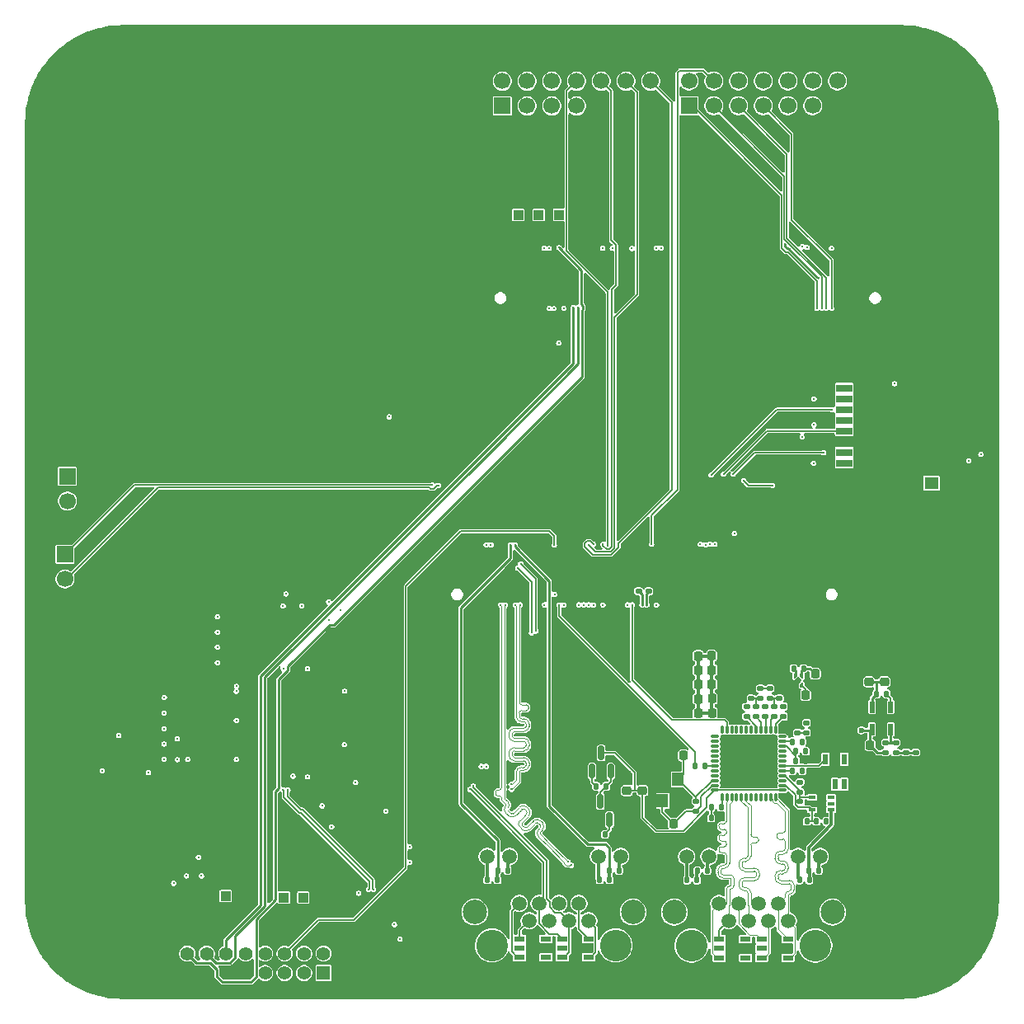
<source format=gbr>
%TF.GenerationSoftware,KiCad,Pcbnew,9.0.3*%
%TF.CreationDate,2025-08-06T15:47:49-07:00*%
%TF.ProjectId,imx8x_carrier_v2,696d7838-785f-4636-9172-726965725f76,A*%
%TF.SameCoordinates,Original*%
%TF.FileFunction,Copper,L6,Bot*%
%TF.FilePolarity,Positive*%
%FSLAX46Y46*%
G04 Gerber Fmt 4.6, Leading zero omitted, Abs format (unit mm)*
G04 Created by KiCad (PCBNEW 9.0.3) date 2025-08-06 15:47:49*
%MOMM*%
%LPD*%
G01*
G04 APERTURE LIST*
G04 Aperture macros list*
%AMRoundRect*
0 Rectangle with rounded corners*
0 $1 Rounding radius*
0 $2 $3 $4 $5 $6 $7 $8 $9 X,Y pos of 4 corners*
0 Add a 4 corners polygon primitive as box body*
4,1,4,$2,$3,$4,$5,$6,$7,$8,$9,$2,$3,0*
0 Add four circle primitives for the rounded corners*
1,1,$1+$1,$2,$3*
1,1,$1+$1,$4,$5*
1,1,$1+$1,$6,$7*
1,1,$1+$1,$8,$9*
0 Add four rect primitives between the rounded corners*
20,1,$1+$1,$2,$3,$4,$5,0*
20,1,$1+$1,$4,$5,$6,$7,0*
20,1,$1+$1,$6,$7,$8,$9,0*
20,1,$1+$1,$8,$9,$2,$3,0*%
%AMRotRect*
0 Rectangle, with rotation*
0 The origin of the aperture is its center*
0 $1 length*
0 $2 width*
0 $3 Rotation angle, in degrees counterclockwise*
0 Add horizontal line*
21,1,$1,$2,0,0,$3*%
%AMFreePoly0*
4,1,15,0.030697,0.149468,0.210697,0.009468,0.229614,-0.023798,0.230000,-0.030000,0.230000,-0.110000,0.215355,-0.145355,0.180000,-0.160000,-0.180000,-0.160000,-0.215355,-0.145355,-0.230000,-0.110000,-0.230000,0.110000,-0.215355,0.145355,-0.180000,0.160000,0.000000,0.160000,0.030697,0.149468,0.030697,0.149468,$1*%
%AMFreePoly1*
4,1,15,0.215355,0.155355,0.230000,0.120000,0.230000,0.040000,0.215355,0.004645,0.210697,0.000532,0.030697,-0.139468,0.000000,-0.150000,-0.180000,-0.150000,-0.215355,-0.135355,-0.230000,-0.100000,-0.230000,0.120000,-0.215355,0.155355,-0.180000,0.170000,0.180000,0.170000,0.215355,0.155355,0.215355,0.155355,$1*%
%AMFreePoly2*
4,1,15,0.215355,0.155355,0.230000,0.120000,0.230000,-0.100000,0.215355,-0.135355,0.180000,-0.150000,0.000000,-0.150000,-0.030697,-0.139468,-0.210697,0.000532,-0.229614,0.033798,-0.230000,0.040000,-0.230000,0.120000,-0.215355,0.155355,-0.180000,0.170000,0.180000,0.170000,0.215355,0.155355,0.215355,0.155355,$1*%
%AMFreePoly3*
4,1,15,0.215355,0.145355,0.230000,0.110000,0.230000,-0.110000,0.215355,-0.145355,0.180000,-0.160000,-0.180000,-0.160000,-0.215355,-0.145355,-0.230000,-0.110000,-0.230000,-0.030000,-0.215355,0.005355,-0.210697,0.009468,-0.030697,0.149468,0.000000,0.160000,0.180000,0.160000,0.215355,0.145355,0.215355,0.145355,$1*%
G04 Aperture macros list end*
%TA.AperFunction,ComponentPad*%
%ADD10C,3.250000*%
%TD*%
%TA.AperFunction,ComponentPad*%
%ADD11C,1.520000*%
%TD*%
%TA.AperFunction,ComponentPad*%
%ADD12C,2.500000*%
%TD*%
%TA.AperFunction,ComponentPad*%
%ADD13R,1.000000X1.000000*%
%TD*%
%TA.AperFunction,ComponentPad*%
%ADD14C,4.700000*%
%TD*%
%TA.AperFunction,ComponentPad*%
%ADD15R,1.700000X1.700000*%
%TD*%
%TA.AperFunction,ComponentPad*%
%ADD16C,1.700000*%
%TD*%
%TA.AperFunction,ComponentPad*%
%ADD17R,1.400000X1.400000*%
%TD*%
%TA.AperFunction,ComponentPad*%
%ADD18C,1.400000*%
%TD*%
%TA.AperFunction,SMDPad,CuDef*%
%ADD19R,1.150000X1.400000*%
%TD*%
%TA.AperFunction,SMDPad,CuDef*%
%ADD20RoundRect,0.225000X0.225000X0.250000X-0.225000X0.250000X-0.225000X-0.250000X0.225000X-0.250000X0*%
%TD*%
%TA.AperFunction,SMDPad,CuDef*%
%ADD21RoundRect,0.135000X-0.135000X-0.185000X0.135000X-0.185000X0.135000X0.185000X-0.135000X0.185000X0*%
%TD*%
%TA.AperFunction,SMDPad,CuDef*%
%ADD22R,1.100000X0.600000*%
%TD*%
%TA.AperFunction,SMDPad,CuDef*%
%ADD23RoundRect,0.225000X-0.225000X-0.250000X0.225000X-0.250000X0.225000X0.250000X-0.225000X0.250000X0*%
%TD*%
%TA.AperFunction,SMDPad,CuDef*%
%ADD24RoundRect,0.135000X0.185000X-0.135000X0.185000X0.135000X-0.185000X0.135000X-0.185000X-0.135000X0*%
%TD*%
%TA.AperFunction,SMDPad,CuDef*%
%ADD25RoundRect,0.135000X-0.185000X0.135000X-0.185000X-0.135000X0.185000X-0.135000X0.185000X0.135000X0*%
%TD*%
%TA.AperFunction,SMDPad,CuDef*%
%ADD26FreePoly0,90.000000*%
%TD*%
%TA.AperFunction,SMDPad,CuDef*%
%ADD27FreePoly1,90.000000*%
%TD*%
%TA.AperFunction,SMDPad,CuDef*%
%ADD28FreePoly2,90.000000*%
%TD*%
%TA.AperFunction,SMDPad,CuDef*%
%ADD29FreePoly3,90.000000*%
%TD*%
%TA.AperFunction,SMDPad,CuDef*%
%ADD30RotRect,0.480000X0.480000X45.000000*%
%TD*%
%TA.AperFunction,SMDPad,CuDef*%
%ADD31RoundRect,0.225000X0.250000X-0.225000X0.250000X0.225000X-0.250000X0.225000X-0.250000X-0.225000X0*%
%TD*%
%TA.AperFunction,SMDPad,CuDef*%
%ADD32R,0.780000X0.380000*%
%TD*%
%TA.AperFunction,SMDPad,CuDef*%
%ADD33RoundRect,0.150000X0.150000X-0.587500X0.150000X0.587500X-0.150000X0.587500X-0.150000X-0.587500X0*%
%TD*%
%TA.AperFunction,SMDPad,CuDef*%
%ADD34R,1.680000X0.800000*%
%TD*%
%TA.AperFunction,SMDPad,CuDef*%
%ADD35R,1.400000X1.290000*%
%TD*%
%TA.AperFunction,SMDPad,CuDef*%
%ADD36R,1.300000X1.290000*%
%TD*%
%TA.AperFunction,SMDPad,CuDef*%
%ADD37R,1.500000X1.600000*%
%TD*%
%TA.AperFunction,SMDPad,CuDef*%
%ADD38R,1.500000X1.700000*%
%TD*%
%TA.AperFunction,SMDPad,CuDef*%
%ADD39R,1.700000X1.500000*%
%TD*%
%TA.AperFunction,SMDPad,CuDef*%
%ADD40RoundRect,0.135000X0.135000X0.185000X-0.135000X0.185000X-0.135000X-0.185000X0.135000X-0.185000X0*%
%TD*%
%TA.AperFunction,SMDPad,CuDef*%
%ADD41O,0.280000X0.850000*%
%TD*%
%TA.AperFunction,SMDPad,CuDef*%
%ADD42O,0.850000X0.280000*%
%TD*%
%TA.AperFunction,SMDPad,CuDef*%
%ADD43R,4.100000X4.100000*%
%TD*%
%TA.AperFunction,SMDPad,CuDef*%
%ADD44R,0.600000X1.100000*%
%TD*%
%TA.AperFunction,SMDPad,CuDef*%
%ADD45R,0.490000X1.160000*%
%TD*%
%TA.AperFunction,SMDPad,CuDef*%
%ADD46R,0.490000X1.180000*%
%TD*%
%TA.AperFunction,ViaPad*%
%ADD47C,0.300000*%
%TD*%
%TA.AperFunction,ViaPad*%
%ADD48C,0.600000*%
%TD*%
%TA.AperFunction,Conductor*%
%ADD49C,0.150000*%
%TD*%
%TA.AperFunction,Conductor*%
%ADD50C,0.300000*%
%TD*%
%TA.AperFunction,Conductor*%
%ADD51C,0.250000*%
%TD*%
%TA.AperFunction,Conductor*%
%ADD52C,0.124000*%
%TD*%
%TA.AperFunction,Conductor*%
%ADD53C,0.158200*%
%TD*%
G04 APERTURE END LIST*
D10*
%TO.P,RJ1,*%
%TO.N,*%
X114790000Y-120140000D03*
X127490000Y-120140000D03*
D11*
%TO.P,RJ1,1,1*%
%TO.N,X_ETH0_A_TX_P*%
X124720000Y-117600000D03*
%TO.P,RJ1,2,2*%
%TO.N,X_ETH0_A_TX_N*%
X123700000Y-115820000D03*
%TO.P,RJ1,3,3*%
%TO.N,X_ETH0_B_TX_P*%
X122680000Y-117600000D03*
%TO.P,RJ1,4,4*%
%TO.N,X_ETH0_C_TXCLK_P*%
X121660000Y-115820000D03*
%TO.P,RJ1,5,5*%
%TO.N,X_ETH0_C_TXCLK_N*%
X120640000Y-117600000D03*
%TO.P,RJ1,6,6*%
%TO.N,X_ETH0_B_TX_N*%
X119620000Y-115820000D03*
%TO.P,RJ1,7,7*%
%TO.N,X_ETH0_D_RXDV_P*%
X118600000Y-117600000D03*
%TO.P,RJ1,8,8*%
%TO.N,X_ETH0_D_RXDV_N*%
X117580000Y-115820000D03*
%TO.P,RJ1,9,L-*%
%TO.N,Net-(RJ1-L-)*%
X128000000Y-111000000D03*
%TO.P,RJ1,10,L+*%
%TO.N,VCC_3V3_OUT*%
X125710000Y-111000000D03*
%TO.P,RJ1,11,R-*%
%TO.N,Net-(RJ1-R-)*%
X116570000Y-111000000D03*
%TO.P,RJ1,12,R+*%
%TO.N,VCC_3V3_OUT*%
X114280000Y-111000000D03*
D12*
%TO.P,RJ1,13,SHELL*%
%TO.N,GNDPWR*%
X113010000Y-116710000D03*
%TO.P,RJ1,14,SHELL*%
X129270000Y-116710000D03*
%TD*%
D13*
%TO.P,TP12,1,1*%
%TO.N,VCC_1V8_OUT*%
X119590200Y-45111600D03*
%TD*%
D14*
%TO.P,H3,1,MP*%
%TO.N,GND*%
X76840200Y-115628400D03*
%TD*%
D15*
%TO.P,J3,1,Pin_1*%
%TO.N,X_ADMA_UART2_RX*%
X70940000Y-79960000D03*
D16*
%TO.P,J3,2,Pin_2*%
%TO.N,X_ADMA_UART2_TX*%
X70940000Y-82500000D03*
%TO.P,J3,3,Pin_3*%
%TO.N,GND*%
X70940000Y-85040000D03*
%TO.P,J3,4,Pin_4*%
X70940000Y-87580000D03*
%TO.P,J3,5,Pin_5*%
X70940000Y-90120000D03*
%TD*%
D10*
%TO.P,RJ2,*%
%TO.N,*%
X135280001Y-120150001D03*
X147980001Y-120150001D03*
D11*
%TO.P,RJ2,1,1*%
%TO.N,ETH1_A_TX_P*%
X145210001Y-117610001D03*
%TO.P,RJ2,2,2*%
%TO.N,ETH1_A_TX_N*%
X144190001Y-115830001D03*
%TO.P,RJ2,3,3*%
%TO.N,ETH1_B_TX_P*%
X143170001Y-117610001D03*
%TO.P,RJ2,4,4*%
%TO.N,ETH1_C_TXCLK_P*%
X142150001Y-115830001D03*
%TO.P,RJ2,5,5*%
%TO.N,ETH1_C_TXCLK_N*%
X141130001Y-117610001D03*
%TO.P,RJ2,6,6*%
%TO.N,ETH1_B_TX_N*%
X140110001Y-115830001D03*
%TO.P,RJ2,7,7*%
%TO.N,ETH1_D_RXDV_P*%
X139090001Y-117610001D03*
%TO.P,RJ2,8,8*%
%TO.N,ETH1_D_RXDV_N*%
X138070001Y-115830001D03*
%TO.P,RJ2,9,L-*%
%TO.N,Net-(RJ2-L-)*%
X148490001Y-111010001D03*
%TO.P,RJ2,10,L+*%
%TO.N,VCC_3V3_OUT*%
X146200001Y-111010001D03*
%TO.P,RJ2,11,R-*%
%TO.N,Net-(RJ2-R-)*%
X137060001Y-111010001D03*
%TO.P,RJ2,12,R+*%
%TO.N,VCC_3V3_OUT*%
X134770001Y-111010001D03*
D12*
%TO.P,RJ2,13,SHELL*%
%TO.N,GNDPWR*%
X133500001Y-116720001D03*
%TO.P,RJ2,14,SHELL*%
X149760001Y-116720001D03*
%TD*%
D14*
%TO.P,H2,1,MP*%
%TO.N,GND*%
X156840200Y-115628400D03*
%TD*%
D17*
%TO.P,CN1,1,1*%
%TO.N,VCC_3V3*%
X97490000Y-122980000D03*
D18*
%TO.P,CN1,2,2*%
%TO.N,Net-(CN1-Pad2)*%
X97490000Y-120980000D03*
%TO.P,CN1,3,3*%
%TO.N,VCC_3V3*%
X95490000Y-122980000D03*
%TO.P,CN1,4,4*%
%TO.N,Net-(CN1-Pad4)*%
X95490000Y-120980000D03*
%TO.P,CN1,5,5*%
%TO.N,VCC_3V3*%
X93490000Y-122980000D03*
%TO.P,CN1,6,6*%
%TO.N,X_ADMA_I2C3_SDA*%
X93490000Y-120980000D03*
%TO.P,CN1,7,7*%
%TO.N,VCC_3V3*%
X91490000Y-122980000D03*
%TO.P,CN1,8,8*%
%TO.N,X_ADMA_I2C3_SCL*%
X91490000Y-120980000D03*
%TO.P,CN1,9,9*%
%TO.N,GND*%
X89490000Y-122980000D03*
%TO.P,CN1,10,10*%
%TO.N,Net-(CN1-Pad10)*%
X89490000Y-120980000D03*
%TO.P,CN1,11,11*%
%TO.N,GND*%
X87490000Y-122980000D03*
%TO.P,CN1,12,12*%
%TO.N,X_LSIO_GPIO1_IO10*%
X87490000Y-120980000D03*
%TO.P,CN1,13,13*%
%TO.N,GND*%
X85490000Y-122980000D03*
%TO.P,CN1,14,14*%
%TO.N,X_LSIO_GPIO1_IO09*%
X85490000Y-120980000D03*
%TO.P,CN1,15,15*%
%TO.N,GND*%
X83490000Y-122980000D03*
%TO.P,CN1,16,16*%
%TO.N,X_SCU_WDOG0_WDOG_OUT*%
X83490000Y-120980000D03*
%TD*%
D14*
%TO.P,H4,1,MP*%
%TO.N,GND*%
X76840200Y-35628400D03*
%TD*%
D15*
%TO.P,J7,1,Pin_1*%
%TO.N,X_ADMA_I2C3_SDA*%
X71190000Y-71975000D03*
D16*
%TO.P,J7,2,Pin_2*%
%TO.N,X_ADMA_I2C3_SCL*%
X71190000Y-74515000D03*
%TD*%
D14*
%TO.P,H6,1,MP*%
%TO.N,GND*%
X154052300Y-83866000D03*
%TD*%
D13*
%TO.P,TP10,1,1*%
%TO.N,Net-(CN1-Pad4)*%
X93404200Y-115227800D03*
%TD*%
%TO.P,TP8,1,1*%
%TO.N,X_SCU_WDOG0_WDOG_OUT*%
X121660000Y-45110000D03*
%TD*%
%TO.P,TP7,1,1*%
%TO.N,VCC_3V3_OUT*%
X117485000Y-45110000D03*
%TD*%
%TO.P,TP9,1,1*%
%TO.N,Net-(CN1-Pad2)*%
X95410800Y-115227800D03*
%TD*%
D16*
%TO.P,J2,1,Pin_1*%
%TO.N,X_LSIO_GPIO1_IO12*%
X115840000Y-31390000D03*
D15*
%TO.P,J2,2,Pin_2*%
%TO.N,X_LSIO_GPIO1_IO25*%
X115840000Y-33930000D03*
D16*
%TO.P,J2,3,Pin_3*%
%TO.N,X_LSIO_GPIO1_IO13*%
X118380000Y-31390000D03*
%TO.P,J2,4,Pin_4*%
%TO.N,X_LSIO_GPIO1_IO26*%
X118380000Y-33930000D03*
%TO.P,J2,5,Pin_5*%
%TO.N,X_LSIO_GPIO1_IO14*%
X120920000Y-31390000D03*
%TO.P,J2,6,Pin_6*%
%TO.N,X_LSIO_GPIO1_IO29*%
X120920000Y-33930000D03*
%TO.P,J2,7,Pin_7*%
%TO.N,X_LSO_GPIO1_IO17*%
X123460000Y-31390000D03*
%TO.P,J2,8,Pin_8*%
%TO.N,X_LSIO_GPIO1_IO30*%
X123460000Y-33930000D03*
%TO.P,J2,9,Pin_9*%
%TO.N,X_LSO_GPIO1_IO18*%
X126000000Y-31390000D03*
%TO.P,J2,10,Pin_10*%
%TO.N,GND*%
X126000000Y-33930000D03*
%TO.P,J2,11,Pin_11*%
%TO.N,X_LSO_GPIO1_IO19*%
X128540000Y-31390000D03*
%TO.P,J2,12,Pin_12*%
%TO.N,GND*%
X128540000Y-33930000D03*
%TO.P,J2,13,Pin_13*%
%TO.N,X_LSO_GPIO1_IO20*%
X131080000Y-31390000D03*
%TO.P,J2,14,Pin_14*%
%TO.N,GND*%
X131080000Y-33930000D03*
%TD*%
D14*
%TO.P,H5,1,MP*%
%TO.N,GND*%
X108654100Y-49075400D03*
%TD*%
D16*
%TO.P,J5,1,Pin_1*%
%TO.N,X_ADMA_SPI2_CS0*%
X135030000Y-31370000D03*
D15*
%TO.P,J5,2,Pin_2*%
%TO.N,X_LSIO_QSPI0B_DATA3*%
X135030000Y-33910000D03*
D16*
%TO.P,J5,3,Pin_3*%
%TO.N,X_ADMA_SPI2_CS1*%
X137570000Y-31370000D03*
%TO.P,J5,4,Pin_4*%
%TO.N,X_LSIO_QSPI0B_DATA2*%
X137570000Y-33910000D03*
%TO.P,J5,5,Pin_5*%
%TO.N,X_ADMA_SPI2_SCK*%
X140110000Y-31370000D03*
%TO.P,J5,6,Pin_6*%
%TO.N,X_LSIO_QSPI0B_DATA1*%
X140110000Y-33910000D03*
%TO.P,J5,7,Pin_7*%
%TO.N,X_ADMA_SPI2_SDI*%
X142650000Y-31370000D03*
%TO.P,J5,8,Pin_8*%
%TO.N,X_LSIO_QSPI0B_DATA0*%
X142650000Y-33910000D03*
%TO.P,J5,9,Pin_9*%
%TO.N,X_ADMA_SPI2_SDO*%
X145190000Y-31370000D03*
%TO.P,J5,10,Pin_10*%
%TO.N,X_LSIO_QSPI0B_DQS*%
X145190000Y-33910000D03*
%TO.P,J5,11,Pin_11*%
%TO.N,X_LSIO_QSPIOB_SS0_B*%
X147730000Y-31370000D03*
%TO.P,J5,12,Pin_12*%
%TO.N,X_LSIO_QSPI0B_SCLK*%
X147730000Y-33910000D03*
%TO.P,J5,13,Pin_13*%
%TO.N,X_LSIO_QSPIOB_SS1_B*%
X150270000Y-31370000D03*
%TO.P,J5,14,Pin_14*%
%TO.N,GND*%
X150270000Y-33910000D03*
%TD*%
D13*
%TO.P,TP11,1,1*%
%TO.N,Net-(CN1-Pad10)*%
X87426400Y-115074800D03*
%TD*%
D14*
%TO.P,H1,1,MP*%
%TO.N,GND*%
X156840200Y-35628400D03*
%TD*%
D19*
%TO.P,Y1,1,1*%
%TO.N,Net-(U1-X_I)*%
X133890003Y-103087335D03*
%TO.P,Y1,2,2*%
%TO.N,GND*%
X133890003Y-105287335D03*
%TO.P,Y1,3,3*%
%TO.N,Net-(U1-X_O)*%
X132290003Y-105287335D03*
%TO.P,Y1,4,4*%
%TO.N,GND*%
X132290003Y-103087335D03*
%TD*%
D20*
%TO.P,C18,1*%
%TO.N,VDD_ETH_1V0*%
X135950003Y-93337334D03*
%TO.P,C18,2*%
%TO.N,GND*%
X134400003Y-93337334D03*
%TD*%
%TO.P,C56,1*%
%TO.N,VCC_ENET_2V5*%
X153621602Y-99585538D03*
%TO.P,C56,2*%
%TO.N,GND*%
X152071602Y-99585538D03*
%TD*%
D21*
%TO.P,R29,1*%
%TO.N,X_ETH0_LED0*%
X126810000Y-112450000D03*
%TO.P,R29,2*%
%TO.N,Net-(RJ1-L-)*%
X127830000Y-112450000D03*
%TD*%
D22*
%TO.P,TV4,1,1*%
%TO.N,ETH1_C_TXCLK_P*%
X140829999Y-119509999D03*
%TO.P,TV4,2,2*%
%TO.N,GND*%
X140829999Y-120459999D03*
%TO.P,TV4,3,3*%
%TO.N,ETH1_C_TXCLK_N*%
X140829999Y-121409999D03*
%TO.P,TV4,4,4*%
%TO.N,ETH1_D_RXDV_N*%
X138129999Y-121409999D03*
%TO.P,TV4,5,5*%
%TO.N,unconnected-(TV4-Pad5)*%
X138129999Y-120459999D03*
%TO.P,TV4,6,6*%
%TO.N,ETH1_D_RXDV_P*%
X138129999Y-119509999D03*
%TD*%
D23*
%TO.P,C1,1*%
%TO.N,GND*%
X132898403Y-100629134D03*
%TO.P,C1,2*%
%TO.N,Net-(U1-X_I)*%
X134448403Y-100629134D03*
%TD*%
D24*
%TO.P,R94,1*%
%TO.N,X_BOOT_MODE2*%
X130881400Y-83772000D03*
%TO.P,R94,2*%
%TO.N,GND*%
X130881400Y-82752000D03*
%TD*%
D21*
%TO.P,R7,1*%
%TO.N,X_CONN_ENET1_REFCLK*%
X135650003Y-101727335D03*
%TO.P,R7,2*%
%TO.N,Net-(U1-CLK_OUT)*%
X136670003Y-101727335D03*
%TD*%
D24*
%TO.P,R2,1*%
%TO.N,Net-(U1-RX_D1)*%
X142830003Y-96637335D03*
%TO.P,R2,2*%
%TO.N,X_CONN_ENET1_RXD1*%
X142830003Y-95617335D03*
%TD*%
%TO.P,R20,1*%
%TO.N,X_CONN_ENET1_RXD2*%
X144290003Y-94767335D03*
%TO.P,R20,2*%
%TO.N,GND*%
X144290003Y-93747335D03*
%TD*%
D20*
%TO.P,C9,1*%
%TO.N,VDD_ETH_1V0*%
X135945003Y-90410738D03*
%TO.P,C9,2*%
%TO.N,GND*%
X134395003Y-90410738D03*
%TD*%
%TO.P,C10,1*%
%TO.N,VDD_ETH_1V0*%
X135955003Y-91870736D03*
%TO.P,C10,2*%
%TO.N,GND*%
X134405003Y-91870736D03*
%TD*%
D23*
%TO.P,C54,1*%
%TO.N,VCC_1V8_OUT*%
X147975003Y-92237335D03*
%TO.P,C54,2*%
%TO.N,GND*%
X149525003Y-92237335D03*
%TD*%
D25*
%TO.P,R138,1*%
%TO.N,GND*%
X158290003Y-99297336D03*
%TO.P,R138,2*%
%TO.N,Net-(R115-Pad1)*%
X158290003Y-100317336D03*
%TD*%
D21*
%TO.P,R8,1*%
%TO.N,X_CONN_ETH1_PHY_INT*%
X145630002Y-102207335D03*
%TO.P,R8,2*%
%TO.N,VCC_3V3_OUT*%
X146650002Y-102207335D03*
%TD*%
D26*
%TO.P,U9,1,OUT*%
%TO.N,VDD_ETH_1V0*%
X146570003Y-93367335D03*
D27*
%TO.P,U9,2,GND*%
%TO.N,GND*%
X145930003Y-93367335D03*
D28*
%TO.P,U9,3,EN*%
%TO.N,Net-(U9-EN)*%
X145930003Y-92507335D03*
D29*
%TO.P,U9,4,IN*%
%TO.N,VCC_1V8_OUT*%
X146570003Y-92507335D03*
D30*
%TO.P,U9,5,PAD*%
%TO.N,GND*%
X146250003Y-92937335D03*
%TD*%
D25*
%TO.P,R137,1*%
%TO.N,GND*%
X157290003Y-99297336D03*
%TO.P,R137,2*%
%TO.N,Net-(R115-Pad1)*%
X157290003Y-100317336D03*
%TD*%
D31*
%TO.P,C58,1*%
%TO.N,VCC_3V3_OUT*%
X153496602Y-93050538D03*
%TO.P,C58,2*%
%TO.N,GND*%
X153496602Y-91500538D03*
%TD*%
D24*
%TO.P,R3,1*%
%TO.N,Net-(U1-RX_D2)*%
X143770003Y-96627335D03*
%TO.P,R3,2*%
%TO.N,X_CONN_ENET1_RXD2*%
X143770003Y-95607335D03*
%TD*%
D21*
%TO.P,R117,1*%
%TO.N,VCC_3V3_OUT*%
X154276602Y-94305538D03*
%TO.P,R117,2*%
%TO.N,Net-(U10-EN)*%
X155296602Y-94305538D03*
%TD*%
D20*
%TO.P,C16,1*%
%TO.N,VDD_ETH_1V0*%
X135960003Y-96297334D03*
%TO.P,C16,2*%
%TO.N,GND*%
X134410003Y-96297334D03*
%TD*%
D23*
%TO.P,C13,1*%
%TO.N,VDD_ETH_1V0*%
X137370003Y-91857334D03*
%TO.P,C13,2*%
%TO.N,GND*%
X138920003Y-91857334D03*
%TD*%
D32*
%TO.P,U3,1,1A*%
%TO.N,LED0_LINK*%
X147650003Y-106218137D03*
%TO.P,U3,2,GND*%
%TO.N,GND*%
X147650003Y-105568137D03*
%TO.P,U3,3,2A*%
%TO.N,LED2_ACT*%
X147650003Y-104918137D03*
%TO.P,U3,4,2Y*%
%TO.N,ETH1_LED1*%
X149630003Y-104918137D03*
%TO.P,U3,5,VCC*%
%TO.N,VCC_1V8_OUT*%
X149630003Y-105568137D03*
%TO.P,U3,6,1Y*%
%TO.N,ETH1_LED0*%
X149630003Y-106218137D03*
%TD*%
D33*
%TO.P,Q2,1,G*%
%TO.N,VCC_ENET_2V5*%
X126870001Y-107220001D03*
%TO.P,Q2,2,S*%
%TO.N,GND*%
X124970001Y-107220001D03*
%TO.P,Q2,3,D*%
%TO.N,Net-(Q1-G)*%
X125920001Y-105345001D03*
%TD*%
D22*
%TO.P,TV2,1,1*%
%TO.N,X_ETH0_C_TXCLK_P*%
X120330001Y-119450000D03*
%TO.P,TV2,2,2*%
%TO.N,GND*%
X120330001Y-120400000D03*
%TO.P,TV2,3,3*%
%TO.N,X_ETH0_C_TXCLK_N*%
X120330001Y-121350000D03*
%TO.P,TV2,4,4*%
%TO.N,X_ETH0_D_RXDV_N*%
X117630001Y-121350000D03*
%TO.P,TV2,5,5*%
%TO.N,unconnected-(TV2-Pad5)*%
X117630001Y-120400000D03*
%TO.P,TV2,6,6*%
%TO.N,X_ETH0_D_RXDV_P*%
X117630001Y-119450000D03*
%TD*%
D34*
%TO.P,Card1,1,DAT2*%
%TO.N,Net-(Card1-DAT2)*%
X150960000Y-62900000D03*
%TO.P,Card1,2,CD/DAT3*%
%TO.N,Net-(Card1-CD{slash}DAT3)*%
X150960000Y-64000000D03*
%TO.P,Card1,3,CMD*%
%TO.N,Net-(Card1-CMD)*%
X150960000Y-65100000D03*
%TO.P,Card1,4,VDD*%
%TO.N,Net-(Card1-VDD)*%
X150960000Y-66200000D03*
%TO.P,Card1,5,CLK*%
%TO.N,X_CONN_USDHC1_CLK*%
X150960000Y-67300000D03*
%TO.P,Card1,6,VSS*%
%TO.N,GND*%
X150960000Y-68400000D03*
%TO.P,Card1,7,DAT0*%
%TO.N,Net-(Card1-DAT0)*%
X150960000Y-69500000D03*
%TO.P,Card1,8,DAT1*%
%TO.N,Net-(Card1-DAT1)*%
X150960000Y-70600000D03*
D35*
%TO.P,Card1,9,SW*%
%TO.N,X_CONN_USDHC1_CD_B*%
X159920000Y-72660000D03*
D36*
%TO.P,Card1,10,DET*%
%TO.N,GND*%
X152450000Y-72660000D03*
D37*
%TO.P,Card1,11,SHELL*%
X150820000Y-72010000D03*
D38*
%TO.P,Card1,12,SHELL*%
X150870000Y-59350000D03*
D39*
%TO.P,Card1,13,SHELL*%
X165720000Y-59260000D03*
%TO.P,Card1,14,SHELL*%
X165720000Y-72550000D03*
%TD*%
D33*
%TO.P,Q1,1,G*%
%TO.N,Net-(Q1-G)*%
X126962231Y-102249775D03*
%TO.P,Q1,2,S*%
%TO.N,VDD_ETH_1V0*%
X125062231Y-102249775D03*
%TO.P,Q1,3,D*%
%TO.N,Net-(Q1-D)*%
X126012231Y-100374775D03*
%TD*%
D22*
%TO.P,TV3,1,1*%
%TO.N,ETH1_A_TX_N*%
X145180000Y-119500000D03*
%TO.P,TV3,2,2*%
%TO.N,GND*%
X145180000Y-120450000D03*
%TO.P,TV3,3,3*%
%TO.N,ETH1_A_TX_P*%
X145180000Y-121400000D03*
%TO.P,TV3,4,4*%
%TO.N,ETH1_B_TX_P*%
X142480000Y-121400000D03*
%TO.P,TV3,5,5*%
%TO.N,unconnected-(TV3-Pad5)*%
X142480000Y-120450000D03*
%TO.P,TV3,6,6*%
%TO.N,ETH1_B_TX_N*%
X142480000Y-119500000D03*
%TD*%
D21*
%TO.P,R17,1*%
%TO.N,Net-(R10-Pad2)*%
X137290003Y-107057335D03*
%TO.P,R17,2*%
%TO.N,GND*%
X138310003Y-107057335D03*
%TD*%
D40*
%TO.P,R114,1*%
%TO.N,VCC_1V8_OUT*%
X146780004Y-91707335D03*
%TO.P,R114,2*%
%TO.N,Net-(U9-EN)*%
X145760004Y-91707335D03*
%TD*%
D21*
%TO.P,R27,1*%
%TO.N,VCC_3V3_OUT*%
X125850000Y-113400000D03*
%TO.P,R27,2*%
%TO.N,X_ETH0_LED0*%
X126870000Y-113400000D03*
%TD*%
%TO.P,R30,1*%
%TO.N,VCC_3V3_OUT*%
X134810001Y-113410001D03*
%TO.P,R30,2*%
%TO.N,ETH1_LED1*%
X135830001Y-113410001D03*
%TD*%
D40*
%TO.P,R10,1*%
%TO.N,Net-(U1-RBIAS)*%
X138310003Y-105957335D03*
%TO.P,R10,2*%
%TO.N,Net-(R10-Pad2)*%
X137290003Y-105957335D03*
%TD*%
D24*
%TO.P,R96,1*%
%TO.N,X_BOOT_MODE3*%
X129840000Y-83770000D03*
%TO.P,R96,2*%
%TO.N,GND*%
X129840000Y-82750000D03*
%TD*%
D25*
%TO.P,R9,1*%
%TO.N,Net-(U1-X_I)*%
X135723403Y-105319135D03*
%TO.P,R9,2*%
%TO.N,Net-(U1-X_O)*%
X135723403Y-106339135D03*
%TD*%
D24*
%TO.P,R4,1*%
%TO.N,Net-(U1-RX_D3)*%
X144710003Y-96627335D03*
%TO.P,R4,2*%
%TO.N,X_CONN_ENET1_RXD3*%
X144710003Y-95607335D03*
%TD*%
D23*
%TO.P,C14,1*%
%TO.N,VDD_ETH_1V0*%
X137360003Y-90387334D03*
%TO.P,C14,2*%
%TO.N,GND*%
X138910003Y-90387334D03*
%TD*%
D21*
%TO.P,R12,1*%
%TO.N,X_ETH_GPIO0*%
X145980003Y-101167335D03*
%TO.P,R12,2*%
%TO.N,GND*%
X147000003Y-101167335D03*
%TD*%
D25*
%TO.P,R24,1*%
%TO.N,LED2_ACT*%
X146421805Y-105388337D03*
%TO.P,R24,2*%
%TO.N,GND*%
X146421805Y-106408337D03*
%TD*%
D40*
%TO.P,R28,1*%
%TO.N,Net-(RJ1-R-)*%
X116390000Y-112450000D03*
%TO.P,R28,2*%
%TO.N,X_ETH0_LED1*%
X115370000Y-112450000D03*
%TD*%
D31*
%TO.P,C22,1*%
%TO.N,Net-(Q1-D)*%
X128642505Y-104224835D03*
%TO.P,C22,2*%
%TO.N,GND*%
X128642505Y-102674835D03*
%TD*%
D24*
%TO.P,R115,1*%
%TO.N,Net-(R115-Pad1)*%
X156260003Y-100327336D03*
%TO.P,R115,2*%
%TO.N,Net-(U10-ADJ)*%
X156260003Y-99307336D03*
%TD*%
D23*
%TO.P,C12,1*%
%TO.N,VDD_ETH_1V0*%
X137370003Y-93327334D03*
%TO.P,C12,2*%
%TO.N,GND*%
X138920003Y-93327334D03*
%TD*%
%TO.P,C2,1*%
%TO.N,GND*%
X131898403Y-107629135D03*
%TO.P,C2,2*%
%TO.N,Net-(U1-X_O)*%
X133448403Y-107629135D03*
%TD*%
D24*
%TO.P,R1,1*%
%TO.N,Net-(U1-RX_D0)*%
X141880003Y-96647335D03*
%TO.P,R1,2*%
%TO.N,X_CONN_ENET1_RXD0*%
X141880003Y-95627335D03*
%TD*%
D20*
%TO.P,C55,1*%
%TO.N,VDD_ETH_1V0*%
X147010003Y-94417335D03*
%TO.P,C55,2*%
%TO.N,GND*%
X145460003Y-94417335D03*
%TD*%
D21*
%TO.P,R5,1*%
%TO.N,Net-(U1-RX_CTRL)*%
X145610002Y-99227335D03*
%TO.P,R5,2*%
%TO.N,X_CONN_ENET1_RX_CTL*%
X146630002Y-99227335D03*
%TD*%
D41*
%TO.P,U1,1,TD_P_A*%
%TO.N,ETH1_A_TX_P*%
X143910003Y-104917335D03*
%TO.P,U1,2,TD_M_A*%
%TO.N,ETH1_A_TX_N*%
X143410003Y-104917335D03*
%TO.P,U1,3,VDDA2P5*%
%TO.N,VCC_ENET_2V5*%
X142910003Y-104917335D03*
%TO.P,U1,4,TD_P_B*%
%TO.N,ETH1_B_TX_P*%
X142410003Y-104917335D03*
%TO.P,U1,5,TD_M_B*%
%TO.N,ETH1_B_TX_N*%
X141910003Y-104917335D03*
%TO.P,U1,6,VDD1P0*%
%TO.N,VDD_ETH_1V0*%
X141410003Y-104917335D03*
%TO.P,U1,7,TD_P_C*%
%TO.N,ETH1_C_TXCLK_P*%
X140910003Y-104917335D03*
%TO.P,U1,8,TD_M_C*%
%TO.N,ETH1_C_TXCLK_N*%
X140410003Y-104917335D03*
%TO.P,U1,9,VDDA2P5*%
%TO.N,VCC_ENET_2V5*%
X139910003Y-104917335D03*
%TO.P,U1,10,TD_P_D*%
%TO.N,ETH1_D_RXDV_P*%
X139410003Y-104917335D03*
%TO.P,U1,11,TD_M_D*%
%TO.N,ETH1_D_RXDV_N*%
X138910003Y-104917335D03*
%TO.P,U1,12,RBIAS*%
%TO.N,Net-(U1-RBIAS)*%
X138410003Y-104917335D03*
D42*
%TO.P,U1,13,VDDA1P8*%
%TO.N,Net-(Q1-D)*%
X137690003Y-104197335D03*
%TO.P,U1,14,X_O*%
%TO.N,Net-(U1-X_O)*%
X137690003Y-103697335D03*
%TO.P,U1,15,X_I*%
%TO.N,Net-(U1-X_I)*%
X137690003Y-103197335D03*
%TO.P,U1,16,MDC*%
%TO.N,X_CONN_ETH0_MDC*%
X137690003Y-102697335D03*
%TO.P,U1,17,MDIO*%
%TO.N,X_CONN_ETH0_MDIO*%
X137690003Y-102197335D03*
%TO.P,U1,18,CLK_OUT*%
%TO.N,Net-(U1-CLK_OUT)*%
X137690003Y-101697335D03*
%TO.P,U1,19,VDDIO*%
%TO.N,VCC_ENET_2V5*%
X137690003Y-101197335D03*
%TO.P,U1,20,JTAG_CLK*%
%TO.N,unconnected-(U1-JTAG_CLK-Pad20)*%
X137690003Y-100697335D03*
%TO.P,U1,21,JTAG_TDO*%
%TO.N,unconnected-(U1-JTAG_TDO-Pad21)*%
X137690003Y-100197335D03*
%TO.P,U1,22,JTAG_TMS*%
%TO.N,unconnected-(U1-JTAG_TMS-Pad22)*%
X137690003Y-99697335D03*
%TO.P,U1,23,JTAG_TDI*%
%TO.N,unconnected-(U1-JTAG_TDI-Pad23)*%
X137690003Y-99197335D03*
%TO.P,U1,24,VDD1P0*%
%TO.N,VDD_ETH_1V0*%
X137690003Y-98697335D03*
D41*
%TO.P,U1,25,TX_D3*%
%TO.N,X_CONN_ENET1_TXD3*%
X138410003Y-97977335D03*
%TO.P,U1,26,TX_D2*%
%TO.N,X_CONN_ENET1_TXD2*%
X138910003Y-97977335D03*
%TO.P,U1,27,TX_D1*%
%TO.N,X_CONN_ENET1_TXD1*%
X139410003Y-97977335D03*
%TO.P,U1,28,TX_D0*%
%TO.N,X_CONN_ENET1_TXD0*%
X139910003Y-97977335D03*
%TO.P,U1,29,GTX_CLK*%
%TO.N,X_CONN_ENET1_TXC*%
X140410003Y-97977335D03*
%TO.P,U1,30,VDDIO*%
%TO.N,VCC_ENET_2V5*%
X140910003Y-97977335D03*
%TO.P,U1,31,VDD1P0*%
%TO.N,VDD_ETH_1V0*%
X141410003Y-97977335D03*
%TO.P,U1,32,RX_CLK*%
%TO.N,Net-(U1-RX_CLK)*%
X141910003Y-97977335D03*
%TO.P,U1,33,RX_D0*%
%TO.N,Net-(U1-RX_D0)*%
X142410003Y-97977335D03*
%TO.P,U1,34,RX_D1*%
%TO.N,Net-(U1-RX_D1)*%
X142910003Y-97977335D03*
%TO.P,U1,35,RX_D2*%
%TO.N,Net-(U1-RX_D2)*%
X143410003Y-97977335D03*
%TO.P,U1,36,RX_D3*%
%TO.N,Net-(U1-RX_D3)*%
X143910003Y-97977335D03*
D42*
%TO.P,U1,37,TX_CTRL*%
%TO.N,X_CONN_ENET1_TX_CTL*%
X144630003Y-98697335D03*
%TO.P,U1,38,RX_CTRL*%
%TO.N,Net-(U1-RX_CTRL)*%
X144630003Y-99197335D03*
%TO.P,U1,39,GPIO_0*%
%TO.N,X_ETH_GPIO0*%
X144630003Y-99697335D03*
%TO.P,U1,40,GPIO_1*%
%TO.N,X_ETH_GPIO1*%
X144630003Y-100197335D03*
%TO.P,U1,41,VDDIO*%
%TO.N,VCC_ENET_2V5*%
X144630003Y-100697335D03*
%TO.P,U1,42,VDD1P0*%
%TO.N,VDD_ETH_1V0*%
X144630003Y-101197335D03*
%TO.P,U1,43,RESET_N*%
%TO.N,Net-(U1-RESET_N)*%
X144630003Y-101697335D03*
%TO.P,U1,44,INT/PWDN*%
%TO.N,X_CONN_ETH1_PHY_INT*%
X144630003Y-102197335D03*
%TO.P,U1,45,LED_2*%
%TO.N,LED2_ACT*%
X144630003Y-102697335D03*
%TO.P,U1,46,LED_1*%
%TO.N,unconnected-(U1-LED_1-Pad46)*%
X144630003Y-103197335D03*
%TO.P,U1,47,LED_0*%
%TO.N,LED0_LINK*%
X144630003Y-103697335D03*
%TO.P,U1,48,VDDA1P8*%
%TO.N,Net-(Q1-D)*%
X144630003Y-104197335D03*
D43*
%TO.P,U1,49,GND*%
%TO.N,GND*%
X141160003Y-101447335D03*
%TD*%
D23*
%TO.P,C15,1*%
%TO.N,VDD_ETH_1V0*%
X137380003Y-96267334D03*
%TO.P,C15,2*%
%TO.N,GND*%
X138930003Y-96267334D03*
%TD*%
D44*
%TO.P,U2,1,A*%
%TO.N,X_POR_B_1V8*%
X150950003Y-103607335D03*
%TO.P,U2,2,B*%
%TO.N,unconnected-(U2-B-Pad2)*%
X150000003Y-103607335D03*
%TO.P,U2,3,GND*%
%TO.N,GND*%
X149050003Y-103607335D03*
%TO.P,U2,4,Y*%
%TO.N,Net-(U1-RESET_N)*%
X149050003Y-101007335D03*
%TO.P,U2,5,VCC*%
%TO.N,VCC_1V8_OUT*%
X150950003Y-101007335D03*
%TD*%
D40*
%TO.P,R31,1*%
%TO.N,Net-(RJ2-R-)*%
X136890001Y-112460001D03*
%TO.P,R31,2*%
%TO.N,ETH1_LED1*%
X135870001Y-112460001D03*
%TD*%
D21*
%TO.P,R32,1*%
%TO.N,ETH1_LED0*%
X147310001Y-112460001D03*
%TO.P,R32,2*%
%TO.N,Net-(RJ2-L-)*%
X148330001Y-112460001D03*
%TD*%
D22*
%TO.P,TV1,1,1*%
%TO.N,X_ETH0_A_TX_N*%
X124680000Y-119450000D03*
%TO.P,TV1,2,2*%
%TO.N,GND*%
X124680000Y-120400000D03*
%TO.P,TV1,3,3*%
%TO.N,X_ETH0_A_TX_P*%
X124680000Y-121350000D03*
%TO.P,TV1,4,4*%
%TO.N,X_ETH0_B_TX_P*%
X121980000Y-121350000D03*
%TO.P,TV1,5,5*%
%TO.N,unconnected-(TV1-Pad5)*%
X121980000Y-120400000D03*
%TO.P,TV1,6,6*%
%TO.N,X_ETH0_B_TX_N*%
X121980000Y-119450000D03*
%TD*%
D40*
%TO.P,R15,1*%
%TO.N,VCC_ENET_2V5*%
X126392231Y-108729775D03*
%TO.P,R15,2*%
%TO.N,GND*%
X125372231Y-108729775D03*
%TD*%
D31*
%TO.P,C21,1*%
%TO.N,Net-(Q1-D)*%
X130242505Y-104224839D03*
%TO.P,C21,2*%
%TO.N,GND*%
X130242505Y-102674839D03*
%TD*%
D45*
%TO.P,U10,1,VIN*%
%TO.N,VCC_3V3_OUT*%
X153820003Y-95657335D03*
%TO.P,U10,2,GND*%
%TO.N,GND*%
X154770003Y-95657335D03*
%TO.P,U10,3,EN*%
%TO.N,Net-(U10-EN)*%
X155720003Y-95657335D03*
D46*
%TO.P,U10,4,ADJ*%
%TO.N,Net-(U10-ADJ)*%
X155720003Y-97957335D03*
%TO.P,U10,5,OUT*%
%TO.N,VCC_ENET_2V5*%
X153820003Y-97957335D03*
%TD*%
D40*
%TO.P,R23,1*%
%TO.N,VCC_1V8_OUT*%
X149111803Y-107388337D03*
%TO.P,R23,2*%
%TO.N,LED0_LINK*%
X148091803Y-107388337D03*
%TD*%
D24*
%TO.P,R6,1*%
%TO.N,Net-(U1-RX_CLK)*%
X140930003Y-96647336D03*
%TO.P,R6,2*%
%TO.N,X_CONN_ENET1_RXC*%
X140930003Y-95627336D03*
%TD*%
D23*
%TO.P,C11,1*%
%TO.N,VDD_ETH_1V0*%
X137380003Y-94787334D03*
%TO.P,C11,2*%
%TO.N,GND*%
X138930003Y-94787334D03*
%TD*%
D25*
%TO.P,R22,1*%
%TO.N,VCC_1V8_OUT*%
X146418406Y-103368338D03*
%TO.P,R22,2*%
%TO.N,LED2_ACT*%
X146418406Y-104388338D03*
%TD*%
D24*
%TO.P,R21,1*%
%TO.N,X_CONN_ENET1_RXD0*%
X141390003Y-94777335D03*
%TO.P,R21,2*%
%TO.N,GND*%
X141390003Y-93757335D03*
%TD*%
%TO.P,R116,1*%
%TO.N,VCC_ENET_2V5*%
X155196602Y-100315538D03*
%TO.P,R116,2*%
%TO.N,Net-(U10-ADJ)*%
X155196602Y-99295538D03*
%TD*%
D21*
%TO.P,R26,1*%
%TO.N,VCC_3V3_OUT*%
X114310001Y-113400000D03*
%TO.P,R26,2*%
%TO.N,X_ETH0_LED1*%
X115330001Y-113400000D03*
%TD*%
D40*
%TO.P,R11,1*%
%TO.N,VCC_1V8_OUT*%
X147000004Y-100197335D03*
%TO.P,R11,2*%
%TO.N,X_ETH_GPIO0*%
X145980004Y-100197335D03*
%TD*%
D24*
%TO.P,R16,1*%
%TO.N,X_CONN_ENET1_RX_CTRL*%
X146140003Y-98287334D03*
%TO.P,R16,2*%
%TO.N,GND*%
X146140003Y-97267334D03*
%TD*%
D21*
%TO.P,R13,1*%
%TO.N,VDD_ETH_1V0*%
X125487258Y-103799777D03*
%TO.P,R13,2*%
%TO.N,Net-(Q1-G)*%
X126507258Y-103799777D03*
%TD*%
D40*
%TO.P,R25,1*%
%TO.N,LED0_LINK*%
X147130005Y-107391738D03*
%TO.P,R25,2*%
%TO.N,GND*%
X146110005Y-107391738D03*
%TD*%
D21*
%TO.P,R33,1*%
%TO.N,VCC_3V3_OUT*%
X146350001Y-113410001D03*
%TO.P,R33,2*%
%TO.N,ETH1_LED0*%
X147370001Y-113410001D03*
%TD*%
D20*
%TO.P,C17,1*%
%TO.N,VDD_ETH_1V0*%
X135955003Y-94817335D03*
%TO.P,C17,2*%
%TO.N,GND*%
X134405003Y-94817335D03*
%TD*%
D31*
%TO.P,C57,1*%
%TO.N,VCC_3V3_OUT*%
X155100002Y-93050538D03*
%TO.P,C57,2*%
%TO.N,GND*%
X155100002Y-91500538D03*
%TD*%
D25*
%TO.P,R18,1*%
%TO.N,VCC_1V8_OUT*%
X143346603Y-93745535D03*
%TO.P,R18,2*%
%TO.N,X_CONN_ENET1_RXD2*%
X143346603Y-94765535D03*
%TD*%
%TO.P,R19,1*%
%TO.N,VCC_1V8_OUT*%
X142330003Y-93757336D03*
%TO.P,R19,2*%
%TO.N,X_CONN_ENET1_RXD0*%
X142330003Y-94777336D03*
%TD*%
%TO.P,R14,1*%
%TO.N,VCC_1V8_OUT*%
X147080003Y-97267336D03*
%TO.P,R14,2*%
%TO.N,X_CONN_ENET1_RX_CTRL*%
X147080003Y-98287336D03*
%TD*%
D47*
%TO.N,Net-(Card1-CD{slash}DAT3)*%
X150750000Y-64000000D03*
%TO.N,GND*%
X82520000Y-95830000D03*
X122190000Y-78990000D03*
X133680000Y-85162000D03*
X135150000Y-48540000D03*
X165760000Y-59300000D03*
X103720000Y-113810000D03*
X86820000Y-109860000D03*
X134395003Y-90410738D03*
X103250000Y-111080000D03*
X128642505Y-102674835D03*
X105170000Y-97780000D03*
X85030000Y-91070000D03*
X88440000Y-92080000D03*
X84950000Y-114540000D03*
D48*
X131390000Y-115185000D03*
D47*
X150950000Y-68420000D03*
X106050000Y-115240000D03*
X144690000Y-79000000D03*
X106630000Y-119500000D03*
X147640000Y-48530000D03*
X132650000Y-48550000D03*
X124970001Y-107220001D03*
X150820000Y-72010000D03*
X100340000Y-69600000D03*
X97340000Y-102820000D03*
X110180000Y-105690000D03*
X92340000Y-102810000D03*
X95300000Y-105760000D03*
X135140000Y-54730000D03*
X86780000Y-112980000D03*
X165980000Y-61300000D03*
X94590000Y-87840000D03*
X147000003Y-101167335D03*
X118500000Y-56730000D03*
X129680000Y-85162000D03*
X150150000Y-48550000D03*
X120330001Y-120400000D03*
X132640000Y-54750000D03*
X105170000Y-96740000D03*
X96350000Y-105810000D03*
X150870000Y-59370000D03*
X96840000Y-91730000D03*
X79570000Y-97860000D03*
X154130000Y-65400000D03*
X143680000Y-85162000D03*
X79720000Y-104870000D03*
X147650003Y-105568137D03*
X130140000Y-48540000D03*
X115180000Y-78990000D03*
X95340000Y-102770000D03*
X118180000Y-85162000D03*
X140340000Y-47110000D03*
X82510000Y-92390000D03*
X107870000Y-109980000D03*
X121590000Y-56690000D03*
X150150000Y-54740000D03*
X79570000Y-94660000D03*
X107860000Y-111570000D03*
X148170003Y-95052335D03*
X147190000Y-78980000D03*
X128180000Y-85162000D03*
X120140000Y-54720000D03*
X152470000Y-72720000D03*
X99640000Y-97020000D03*
X92500000Y-87840000D03*
X83400000Y-114540000D03*
X100180000Y-91590000D03*
X116680000Y-85162000D03*
X146600000Y-77510000D03*
X137640000Y-48560000D03*
X123640000Y-48550000D03*
X141140000Y-54730000D03*
X92120000Y-110570000D03*
X149525003Y-92237335D03*
X102280000Y-122170000D03*
X94840000Y-102770000D03*
X105170000Y-92570000D03*
X132180000Y-85162000D03*
X128640000Y-48540000D03*
X140140000Y-48540000D03*
X105170000Y-93600000D03*
X122640000Y-54710000D03*
X93330000Y-85900000D03*
X93530000Y-87820000D03*
X85030000Y-87960000D03*
X154110000Y-66900000D03*
X132840000Y-47120000D03*
X90340000Y-102820000D03*
X113180000Y-85162000D03*
X100780000Y-102070000D03*
X116940000Y-56720000D03*
X82490000Y-96840000D03*
X127640000Y-54710000D03*
X135450000Y-47100000D03*
X145180000Y-85162000D03*
X100350000Y-64970000D03*
X88350000Y-113000000D03*
X135180000Y-85162000D03*
X104500000Y-122160000D03*
D48*
X141160003Y-101447335D03*
D47*
X145180000Y-120450000D03*
X146460000Y-107030000D03*
X121180000Y-85162000D03*
X76290000Y-102170000D03*
X139180000Y-85162000D03*
X82520000Y-93440000D03*
X85020000Y-86380000D03*
X76290000Y-100660000D03*
X105170000Y-98820000D03*
X88440000Y-91040000D03*
X142840000Y-47100000D03*
X82530000Y-94490000D03*
X130360000Y-56210000D03*
X140829999Y-120459999D03*
X140680000Y-85162000D03*
X125680000Y-85162000D03*
X142640000Y-48550000D03*
X130180000Y-78990000D03*
X124640000Y-54700000D03*
X125690000Y-79000000D03*
X117680000Y-78990000D03*
X138310003Y-107057335D03*
X82460000Y-97880000D03*
X102860000Y-119870000D03*
X88540000Y-94520000D03*
X145140000Y-48540000D03*
X79560000Y-96250000D03*
X124680000Y-120400000D03*
X79570000Y-99440000D03*
X123180000Y-85162000D03*
X138190000Y-78990000D03*
X148210000Y-67900000D03*
X149050003Y-103607335D03*
X121140000Y-48560000D03*
X105160000Y-94650000D03*
X107790000Y-119880000D03*
X90840000Y-91710000D03*
X125640000Y-48540000D03*
X105180000Y-95690000D03*
X91480000Y-87840000D03*
X132290003Y-103087335D03*
X103250000Y-109440000D03*
X130140000Y-54740000D03*
X135690000Y-78980000D03*
X132850000Y-56210000D03*
X132680000Y-78970000D03*
X97360000Y-84850000D03*
X157810000Y-99250000D03*
X127850000Y-56220000D03*
X105170000Y-99860000D03*
X138180000Y-85162000D03*
X136680000Y-85162000D03*
X143640000Y-54720000D03*
X165730000Y-72570000D03*
X105170000Y-100910000D03*
X146680000Y-85150000D03*
X79570000Y-101000000D03*
X128180000Y-78990000D03*
X142180000Y-85162000D03*
X99160000Y-87840000D03*
X90440000Y-112750000D03*
X142190000Y-79000000D03*
X125560000Y-58160000D03*
X147140000Y-54730000D03*
X137850000Y-47100000D03*
X120090000Y-56710000D03*
X100780000Y-104480000D03*
X136650000Y-57160000D03*
X108290000Y-122170000D03*
X138910003Y-90387334D03*
X137140000Y-54710000D03*
X106180000Y-122160000D03*
X120180000Y-79000000D03*
X85030000Y-89500000D03*
X113180000Y-78990000D03*
X98100000Y-87820000D03*
X146930000Y-66170000D03*
X95710000Y-113140000D03*
X145680000Y-78980000D03*
X80830000Y-111030000D03*
X138640000Y-54710000D03*
X115390000Y-56720000D03*
%TO.N,Net-(Card1-VDD)*%
X150760000Y-66220000D03*
%TO.N,X_CONN_USDHC1_CD_B*%
X159930000Y-72650000D03*
%TO.N,Net-(Card1-CMD)*%
X150770000Y-65110000D03*
%TO.N,Net-(Card1-DAT0)*%
X150730000Y-69520000D03*
%TO.N,X_CONN_USDHC1_CLK*%
X138560000Y-71750000D03*
X150790000Y-67320000D03*
%TO.N,Net-(Card1-DAT2)*%
X150760000Y-62870000D03*
%TO.N,Net-(Card1-DAT1)*%
X150720000Y-70590000D03*
%TO.N,VCC_3V3*%
X121630000Y-58280000D03*
X156120000Y-62450000D03*
%TO.N,X_SCU_WDOG0_WDOG_OUT*%
X121660000Y-48470000D03*
%TO.N,X_ADMA_SPI2_CS1*%
X131170000Y-78940000D03*
%TO.N,VDD_ETH_1V0*%
X141410003Y-104917335D03*
X137690003Y-98697335D03*
X137380003Y-96267334D03*
X141410003Y-97977335D03*
D48*
X147010003Y-94417335D03*
D47*
X144630003Y-101197335D03*
X125062231Y-102249775D03*
%TO.N,VCC_ENET_2V5*%
X144630003Y-100697335D03*
D48*
X152718669Y-98028669D03*
D47*
X139910003Y-104917335D03*
X142910003Y-104917335D03*
X140910003Y-97977335D03*
X126870001Y-107220001D03*
X137690003Y-101197335D03*
%TO.N,3V3_FTDI*%
X99650000Y-94020000D03*
X106310000Y-110000000D03*
X81130000Y-94660000D03*
X82100000Y-113760000D03*
X81110000Y-96270000D03*
X83410000Y-113000000D03*
X98320000Y-107950000D03*
X83530000Y-101030000D03*
X88540000Y-94030000D03*
X84950000Y-112990000D03*
X97330000Y-105810000D03*
X93350000Y-91710000D03*
X103900000Y-106340000D03*
X84640000Y-111080000D03*
X81110000Y-97860000D03*
X106320000Y-111590000D03*
X76450000Y-98580000D03*
X88540000Y-97030000D03*
X81120000Y-101010000D03*
X81110000Y-99440000D03*
X100780000Y-103410000D03*
X99630000Y-99520000D03*
X82480000Y-101050000D03*
X82460000Y-98920000D03*
%TO.N,1V8_FTDI*%
X86590000Y-87970000D03*
X86590000Y-86380000D03*
X95840000Y-91710000D03*
X88550000Y-93520000D03*
X95840000Y-102820000D03*
X86580000Y-89500000D03*
X86580000Y-91090000D03*
X88540000Y-101030000D03*
%TO.N,X_ADMA_I2C3_SDA*%
X121190000Y-79030000D03*
%TO.N,X_ADMA_I2C3_SCL*%
X120180000Y-85162000D03*
%TO.N,X_LSO_GPIO1_IO20*%
X125190000Y-78930000D03*
%TO.N,X_ETH_GPIO1*%
X144630003Y-100197335D03*
X118850000Y-88030000D03*
X117440000Y-81390000D03*
%TO.N,X_LSO_GPIO1_IO17*%
X126700000Y-79050000D03*
%TO.N,X_CONN_ENET1_TXD1*%
X123680000Y-85162000D03*
X139410000Y-97970000D03*
%TO.N,X_CONN_ENET1_RXD3*%
X126180000Y-85162000D03*
X144710003Y-95607335D03*
%TO.N,X_CONN_ENET1_RXD2*%
X125180000Y-85162000D03*
X143810000Y-94765535D03*
%TO.N,X_ADMA_UART2_TX*%
X109270000Y-72900000D03*
%TO.N,X_ADMA_SPI2_SDO*%
X136170000Y-78950000D03*
%TO.N,X_CONN_ENET1_RXD0*%
X141870000Y-94777336D03*
%TO.N,X_ADMA_SPI2_CS0*%
X137680000Y-78940000D03*
%TO.N,X_CONN_ETH0_MDIO*%
X114680000Y-78990000D03*
X137690003Y-102197335D03*
%TO.N,X_ETH0_LED0*%
X117180000Y-78990000D03*
%TO.N,X_ETH_GPIO0*%
X117730000Y-80930000D03*
X119291029Y-87853588D03*
X144630003Y-99697335D03*
%TO.N,X_ADMA_SPI2_SDI*%
X136700000Y-78990000D03*
%TO.N,X_CONN_ENET1_TXD0*%
X139910000Y-97960000D03*
X124180000Y-85162000D03*
%TO.N,X_BOOT_MODE2*%
X130680000Y-85162000D03*
%TO.N,X_CONN_ENET1_TXD2*%
X129180000Y-85162000D03*
%TO.N,X_CONN_ENET1_RXC*%
X140930003Y-95627336D03*
%TO.N,X_CONN_ENET1_TXC*%
X140410003Y-97977335D03*
X128680000Y-85162000D03*
%TO.N,X_BOOT_MODE3*%
X130180000Y-85162000D03*
%TO.N,VCC_LDO_SD1*%
X139680000Y-77830000D03*
X147850000Y-66670000D03*
X147850000Y-64000000D03*
X147790000Y-70620000D03*
%TO.N,X_LSO_GPIO1_IO18*%
X126190000Y-78950000D03*
%TO.N,X_ADMA_UART2_RX*%
X108650000Y-72850000D03*
%TO.N,X_CONN_ETH0_MDC*%
X137690003Y-102697335D03*
X114180000Y-78990000D03*
%TO.N,X_CONN_ENET1_RXD1*%
X142830003Y-95617335D03*
X124680000Y-85162000D03*
%TO.N,X_ADMA_SPI2_SCK*%
X137200000Y-78940000D03*
%TO.N,X_CONN_ENET1_TXD3*%
X138410003Y-97977335D03*
%TO.N,X_BOOT_MODE0*%
X164980000Y-69710000D03*
X131680000Y-85162000D03*
%TO.N,X_ETH0_LED1*%
X116680000Y-78990000D03*
%TO.N,X_CONN_ENET1_REFCLK*%
X121680000Y-85162000D03*
%TO.N,X_LSO_GPIO1_IO19*%
X124700000Y-79010000D03*
%TO.N,X_CONN_ENET1_TX_CTL*%
X144630003Y-98697335D03*
%TO.N,X_CONN_ENET1_RX_CTL*%
X122180000Y-85162000D03*
X146630002Y-99227335D03*
%TO.N,X_LSIO_GPIO1_IO30*%
X131660000Y-48520000D03*
%TO.N,X_LSIO_GPIO1_IO13*%
X120660000Y-54720000D03*
%TO.N,X_LSIO_QSPI0B_DATA3*%
X148150000Y-54710000D03*
%TO.N,X_LSIO_GPIO1_IO29*%
X132160000Y-48510000D03*
%TO.N,X_LSIO_GPIO1_IO09*%
X123650000Y-54620000D03*
%TO.N,X_LSIO_QSPI0B_DATA1*%
X149120000Y-54700000D03*
%TO.N,X_LSIO_GPIO1_IO25*%
X146660000Y-48370000D03*
%TO.N,VCC_SCU_1V8*%
X129150000Y-48560000D03*
X163760000Y-70360000D03*
%TO.N,X_LSIO_GPIO1_IO26*%
X147150000Y-48470000D03*
%TO.N,X_LSIO_GPIO1_IO14*%
X122160000Y-54700000D03*
%TO.N,VCC_1V8_OUT*%
X93630000Y-84040000D03*
X149111803Y-107388337D03*
X93340000Y-85270000D03*
X150950003Y-101007335D03*
X99230000Y-85690000D03*
X147340000Y-91707335D03*
X147080003Y-97267336D03*
X146418406Y-103368338D03*
X98010000Y-84850000D03*
X120650000Y-48550000D03*
X142850000Y-93757336D03*
X149630003Y-105568137D03*
X147000004Y-100197335D03*
%TO.N,X_LSIO_QSPIOB_SS0_B*%
X149650000Y-48550000D03*
%TO.N,VCC_3V3_OUT*%
X120150000Y-48530000D03*
X79510000Y-102380000D03*
X98010000Y-86740000D03*
X153820000Y-95470000D03*
X95240000Y-85250000D03*
X153496602Y-93050538D03*
X146630000Y-67910000D03*
X146650002Y-102207335D03*
X104240000Y-65850000D03*
%TO.N,X_LSIO_GPIO1_IO12*%
X121140000Y-54730000D03*
%TO.N,X_POR_B_1V8*%
X150950003Y-103607335D03*
X127140000Y-48550000D03*
%TO.N,X_LSIO_QSPI0B_DATA0*%
X149650000Y-54700000D03*
%TO.N,X_LSIO_GPIO1_IO10*%
X123130000Y-54620000D03*
%TO.N,X_LSIO_QSPI0B_DATA2*%
X148644997Y-54700000D03*
%TO.N,X_PGOOD*%
X121220000Y-84090000D03*
X126150000Y-48530000D03*
%TO.N,Net-(Q1-D)*%
X144630003Y-104197335D03*
%TO.N,ETH1_B_TX_P*%
X142410003Y-104917335D03*
%TO.N,ETH1_C_TXCLK_P*%
X140829999Y-119509999D03*
%TO.N,/Debug USB - UART/DEBUG_USB_DP*%
X104758400Y-118000000D03*
X105340000Y-119490000D03*
X102621600Y-114380000D03*
X93841600Y-104167267D03*
X101090000Y-114770000D03*
%TO.N,ETH1_LED1*%
X135870001Y-112460001D03*
X149630003Y-104918137D03*
%TO.N,Net-(U4-VPLL)*%
X94350000Y-102760000D03*
X74760000Y-102190000D03*
%TO.N,X_CONN_USDHC1_CMD*%
X137290000Y-71830000D03*
X149730000Y-65100000D03*
%TO.N,X_CONN_USDHC1_DATA0*%
X148860000Y-69540000D03*
X139560000Y-71750000D03*
%TO.N,X_CONN_USDHC1_DATA1*%
X143600000Y-72890000D03*
X140630000Y-72400000D03*
%TO.N,ETH1_C_TXCLK_N*%
X140829999Y-121409999D03*
%TO.N,ETH1_B_TX_N*%
X141910003Y-104917335D03*
%TO.N,/Debug USB - UART/DEBUG_USB_DN*%
X102118400Y-114380000D03*
X93338400Y-104167267D03*
%TO.N,X_ETH0_B_TX_N*%
X112512092Y-104117908D03*
%TO.N,X_ETH0_C_TXCLK_N*%
X116180000Y-85162000D03*
X122592092Y-111552092D03*
X120330001Y-121350000D03*
%TO.N,X_ETH0_C_TXCLK_P*%
X115680000Y-85162000D03*
X120330001Y-119450000D03*
X122947908Y-111907908D03*
%TO.N,X_ETH0_B_TX_P*%
X112867908Y-103762092D03*
%TO.N,X_ETH0_A_TX_P*%
X113678400Y-101750000D03*
%TO.N,X_ETH0_D_RXDV_N*%
X117680000Y-85162000D03*
X116790000Y-104101600D03*
%TO.N,X_ETH0_D_RXDV_P*%
X117180000Y-85162000D03*
X116790000Y-103598400D03*
%TO.N,X_ETH0_A_TX_N*%
X114181600Y-101750000D03*
%TD*%
D49*
%TO.N,GND*%
X157810000Y-99297336D02*
X158290003Y-99297336D01*
X153496602Y-91500538D02*
X150261800Y-91500538D01*
X146140003Y-97267334D02*
X146140003Y-95097335D01*
X146140003Y-95097335D02*
X145460003Y-94417335D01*
X146250003Y-93047335D02*
X145930003Y-93367335D01*
X146140003Y-95097335D02*
X148125003Y-95097335D01*
X155100002Y-91500538D02*
X153496602Y-91500538D01*
X133890003Y-104687335D02*
X132290003Y-103087335D01*
X144290003Y-93747335D02*
X144790003Y-93747335D01*
X154770003Y-95657335D02*
X154770003Y-95829000D01*
X131539003Y-107269735D02*
X131539003Y-103838335D01*
D50*
X138910003Y-90387334D02*
X138910003Y-93330000D01*
D49*
X146250003Y-92937335D02*
X146250003Y-93047335D01*
X154770003Y-95829000D02*
X157810000Y-98868997D01*
X150261800Y-91500538D02*
X149525003Y-92237335D01*
X133890003Y-105287335D02*
X133890003Y-104687335D01*
X130242505Y-102674839D02*
X131877507Y-102674839D01*
X146460000Y-107030000D02*
X146110005Y-107379995D01*
X148125003Y-95097335D02*
X148170003Y-95052335D01*
X145930003Y-93367335D02*
X145930003Y-93947335D01*
X157810000Y-98868997D02*
X157810000Y-99250000D01*
X157810000Y-99250000D02*
X157810000Y-99297336D01*
D50*
X134395003Y-93370000D02*
X134395003Y-96282334D01*
D49*
X131898403Y-107629135D02*
X131539003Y-107269735D01*
X146110005Y-107379995D02*
X146110005Y-107391738D01*
X144790003Y-93747335D02*
X145460003Y-94417335D01*
X145930003Y-93947335D02*
X145460003Y-94417335D01*
X131877507Y-102674839D02*
X132290003Y-103087335D01*
X131539003Y-103838335D02*
X132290003Y-103087335D01*
X132898403Y-102478935D02*
X132290003Y-103087335D01*
X124970001Y-107220001D02*
X124970001Y-108327545D01*
D50*
X138910003Y-96247334D02*
X138930003Y-96267334D01*
X134395003Y-90410738D02*
X134395003Y-93370000D01*
X134395003Y-96282334D02*
X134410003Y-96297334D01*
D49*
X157290003Y-99297336D02*
X157810000Y-99297336D01*
X124970001Y-108327545D02*
X125372231Y-108729775D01*
D50*
X138910003Y-93330000D02*
X138910003Y-96247334D01*
D49*
X132898403Y-100629134D02*
X132898403Y-102478935D01*
%TO.N,X_CONN_USDHC1_CLK*%
X142990000Y-67320000D02*
X138560000Y-71750000D01*
X150790000Y-67320000D02*
X142990000Y-67320000D01*
D51*
%TO.N,X_SCU_WDOG0_WDOG_OUT*%
X86564000Y-122596438D02*
X86564000Y-123363562D01*
X90556388Y-123371174D02*
X90556388Y-117466388D01*
X90556388Y-117466388D02*
X92571000Y-115451776D01*
X123980000Y-50790000D02*
X121660000Y-48470000D01*
X83490000Y-120980000D02*
X84416000Y-121906000D01*
X124101000Y-54806811D02*
X124101000Y-54433189D01*
X98091189Y-87191000D02*
X98579000Y-87191000D01*
X124001000Y-54906811D02*
X124101000Y-54806811D01*
X123980000Y-54312189D02*
X123980000Y-50790000D01*
X92571000Y-115451776D02*
X92571000Y-104341000D01*
X93801000Y-91896811D02*
X93801000Y-91481189D01*
X92916095Y-103995905D02*
X92916095Y-92781716D01*
X124101000Y-54433189D02*
X123980000Y-54312189D01*
X84416000Y-121906000D02*
X85873562Y-121906000D01*
X98579000Y-87191000D02*
X124001000Y-61769000D01*
X92916095Y-92781716D02*
X93801000Y-91896811D01*
X90021562Y-123906000D02*
X90556388Y-123371174D01*
X85873562Y-121906000D02*
X86564000Y-122596438D01*
X124001000Y-61769000D02*
X124001000Y-54906811D01*
X92571000Y-104341000D02*
X92916095Y-103995905D01*
X87106438Y-123906000D02*
X90021562Y-123906000D01*
X86564000Y-123363562D02*
X87106438Y-123906000D01*
X93801000Y-91481189D02*
X98091189Y-87191000D01*
D49*
%TO.N,X_ADMA_SPI2_CS1*%
X133840000Y-73330000D02*
X131170000Y-76000000D01*
X131170000Y-76000000D02*
X131170000Y-78940000D01*
X134020000Y-30320000D02*
X133840000Y-30500000D01*
X137560000Y-31380000D02*
X136500000Y-30320000D01*
X133840000Y-30500000D02*
X133840000Y-73330000D01*
X136500000Y-30320000D02*
X134020000Y-30320000D01*
D51*
%TO.N,Net-(R115-Pad1)*%
X156260003Y-100327336D02*
X158280003Y-100327336D01*
X158280003Y-100327336D02*
X158290003Y-100317336D01*
D49*
%TO.N,VDD_ETH_1V0*%
X147010003Y-93807335D02*
X146570003Y-93367335D01*
D50*
X137336599Y-90410738D02*
X137360003Y-90387334D01*
D49*
X147010003Y-94417335D02*
X147010003Y-93807335D01*
X125062231Y-102249775D02*
X125062231Y-103374750D01*
D50*
X135945003Y-96282334D02*
X135960003Y-96297334D01*
X137360003Y-96247334D02*
X137380003Y-96267334D01*
X137350003Y-96297334D02*
X137380003Y-96267334D01*
X137360003Y-90387334D02*
X137360003Y-96247334D01*
X135960003Y-96297334D02*
X137350003Y-96297334D01*
D49*
X125062231Y-103374750D02*
X125487258Y-103799777D01*
D50*
X135945003Y-90410738D02*
X137336599Y-90410738D01*
X135945003Y-90410738D02*
X135945003Y-96282334D01*
D51*
%TO.N,VCC_ENET_2V5*%
X155196602Y-100315538D02*
X154351602Y-100315538D01*
X152718669Y-98028669D02*
X153748669Y-98028669D01*
X153621602Y-99585538D02*
X153621602Y-98155736D01*
X154351602Y-100315538D02*
X153621602Y-99585538D01*
D49*
X126870001Y-107220001D02*
X126870001Y-108252005D01*
X126870001Y-108252005D02*
X126392231Y-108729775D01*
D51*
X153621602Y-98155736D02*
X153820003Y-97957335D01*
X153748669Y-98028669D02*
X153820003Y-97957335D01*
D49*
%TO.N,Net-(U1-X_I)*%
X135723403Y-104920735D02*
X133890003Y-103087335D01*
X134448403Y-100629134D02*
X134448403Y-102528935D01*
X135723403Y-105319135D02*
X135723403Y-104920735D01*
X137690003Y-103197335D02*
X137395003Y-103197335D01*
X137395003Y-103197335D02*
X135723403Y-104868935D01*
X134448403Y-102528935D02*
X133890003Y-103087335D01*
X135723403Y-104868935D02*
X135723403Y-105319135D01*
%TO.N,X_ADMA_I2C3_SDA*%
X120690000Y-77600000D02*
X121190000Y-78100000D01*
X100567100Y-117530000D02*
X105909000Y-112188100D01*
X111550000Y-77600000D02*
X120690000Y-77600000D01*
X105909000Y-112188100D02*
X105909000Y-83241000D01*
X93490000Y-120980000D02*
X96940000Y-117530000D01*
X105909000Y-83241000D02*
X111550000Y-77600000D01*
X96940000Y-117530000D02*
X100567100Y-117530000D01*
X121190000Y-78100000D02*
X121190000Y-79030000D01*
%TO.N,X_LSO_GPIO1_IO20*%
X125510000Y-80010000D02*
X125132900Y-80010000D01*
X124533900Y-78609000D02*
X124869000Y-78609000D01*
X127017036Y-80010000D02*
X125510000Y-80010000D01*
X131080000Y-31380000D02*
X133251000Y-33551000D01*
X133251000Y-73351900D02*
X127779000Y-78823900D01*
X133251000Y-33551000D02*
X133251000Y-73351900D01*
X125132900Y-80010000D02*
X124299000Y-79176100D01*
X124299000Y-79176100D02*
X124299000Y-78843900D01*
X127779000Y-78823900D02*
X127779000Y-79248036D01*
X127779000Y-79248036D02*
X127017036Y-80010000D01*
X124299000Y-78843900D02*
X124533900Y-78609000D01*
X124869000Y-78609000D02*
X125190000Y-78930000D01*
%TO.N,X_ETH_GPIO1*%
X118850000Y-82800000D02*
X117440000Y-81390000D01*
X118850000Y-88030000D02*
X118850000Y-82800000D01*
%TO.N,X_LSO_GPIO1_IO17*%
X126660000Y-79100000D02*
X126660000Y-79090000D01*
X126660000Y-53044322D02*
X126660000Y-79100000D01*
X122434000Y-32406000D02*
X122434000Y-48818322D01*
X123460000Y-31380000D02*
X122434000Y-32406000D01*
X126660000Y-79090000D02*
X126700000Y-79050000D01*
X122434000Y-48818322D02*
X126660000Y-53044322D01*
%TO.N,X_CONN_ENET1_RXD2*%
X143770000Y-94765535D02*
X143810000Y-94765535D01*
X143770003Y-95607335D02*
X143770003Y-94765538D01*
X143770003Y-94765538D02*
X143770000Y-94765535D01*
X143346603Y-94765535D02*
X143770000Y-94765535D01*
X143810000Y-94765535D02*
X144288203Y-94765535D01*
X144288203Y-94765535D02*
X144290003Y-94767335D01*
%TO.N,X_ADMA_UART2_TX*%
X108333900Y-73101000D02*
X80489000Y-73101000D01*
X108816100Y-73251000D02*
X108483900Y-73251000D01*
X109051000Y-72900000D02*
X109051000Y-73016100D01*
X108483900Y-73251000D02*
X108333900Y-73101000D01*
X109051000Y-73016100D02*
X108816100Y-73251000D01*
X71030000Y-82560000D02*
X70880000Y-82560000D01*
X80489000Y-73101000D02*
X71030000Y-82560000D01*
X109270000Y-72900000D02*
X109051000Y-72900000D01*
%TO.N,X_CONN_ENET1_RXD0*%
X141880003Y-94777339D02*
X141880000Y-94777336D01*
X141880000Y-94777336D02*
X142330003Y-94777336D01*
X141870000Y-94777336D02*
X141880000Y-94777336D01*
X141880003Y-95627335D02*
X141880003Y-94777339D01*
X141390003Y-94777335D02*
X141870000Y-94777336D01*
D51*
%TO.N,X_ETH0_LED0*%
X120670000Y-82715811D02*
X117180000Y-79225811D01*
X126430000Y-109750000D02*
X124590000Y-109750000D01*
D50*
X126870000Y-113400000D02*
X126870000Y-112510000D01*
D51*
X120670000Y-105830000D02*
X120670000Y-82715811D01*
X126810000Y-112450000D02*
X126810000Y-110130000D01*
D50*
X126870000Y-112510000D02*
X126810000Y-112450000D01*
D51*
X126810000Y-110130000D02*
X126430000Y-109750000D01*
X117180000Y-79225811D02*
X117180000Y-78990000D01*
X124590000Y-109750000D02*
X120670000Y-105830000D01*
D49*
%TO.N,X_ETH_GPIO0*%
X145980004Y-100670000D02*
X145007339Y-99697335D01*
X145980004Y-100670000D02*
X145980004Y-100197335D01*
X145980003Y-101167335D02*
X145980004Y-100670000D01*
X119291029Y-87853588D02*
X119291029Y-82491029D01*
X145007339Y-99697335D02*
X144630003Y-99697335D01*
X119291029Y-82491029D02*
X117730000Y-80930000D01*
D51*
%TO.N,X_BOOT_MODE2*%
X130680000Y-83973400D02*
X130881400Y-83772000D01*
X130680000Y-85162000D02*
X130680000Y-83973400D01*
D49*
%TO.N,X_CONN_ENET1_TXD2*%
X138650000Y-96990000D02*
X138910003Y-97250003D01*
X129180000Y-85162000D02*
X129180000Y-92890000D01*
X129180000Y-92890000D02*
X133280000Y-96990000D01*
X138910003Y-97250003D02*
X138910003Y-97977335D01*
X133280000Y-96990000D02*
X138650000Y-96990000D01*
D51*
%TO.N,X_BOOT_MODE3*%
X130180000Y-84110000D02*
X130180000Y-85162000D01*
X129840000Y-83770000D02*
X130180000Y-84110000D01*
D49*
%TO.N,X_LSO_GPIO1_IO18*%
X127541000Y-48236100D02*
X127541000Y-52310354D01*
X127101000Y-52750354D02*
X127101000Y-79216100D01*
X127026000Y-47721100D02*
X127541000Y-48236100D01*
X127541000Y-52310354D02*
X127101000Y-52750354D01*
X126866100Y-79451000D02*
X126533900Y-79451000D01*
X127101000Y-79216100D02*
X126866100Y-79451000D01*
X126533900Y-79451000D02*
X126190000Y-79107100D01*
X127026000Y-32406000D02*
X127026000Y-47721100D01*
X126000000Y-31380000D02*
X127026000Y-32406000D01*
X126190000Y-79107100D02*
X126190000Y-78950000D01*
%TO.N,X_ADMA_UART2_RX*%
X108650000Y-72850000D02*
X78060000Y-72850000D01*
X78060000Y-72850000D02*
X70900000Y-80010000D01*
D50*
%TO.N,X_ETH0_LED1*%
X115330000Y-113400000D02*
X115330000Y-112490000D01*
D51*
X116680000Y-80380000D02*
X111620000Y-85440000D01*
X116680000Y-78990000D02*
X116680000Y-80380000D01*
X111620000Y-85440000D02*
X111620000Y-105590000D01*
D50*
X115330000Y-112490000D02*
X115370000Y-112450000D01*
D51*
X115370000Y-109340000D02*
X115370000Y-112450000D01*
X111620000Y-105590000D02*
X115370000Y-109340000D01*
D49*
%TO.N,X_CONN_ENET1_REFCLK*%
X135650003Y-100270003D02*
X121680000Y-86300000D01*
X121680000Y-86300000D02*
X121680000Y-85162000D01*
X135650003Y-101727335D02*
X135650003Y-100270003D01*
%TO.N,X_LSO_GPIO1_IO19*%
X129680000Y-32520000D02*
X129680000Y-53310000D01*
X127352000Y-79320068D02*
X126970068Y-79702000D01*
X129680000Y-53310000D02*
X127352000Y-55638000D01*
X125392000Y-79702000D02*
X124700000Y-79010000D01*
X128540000Y-31380000D02*
X129680000Y-32520000D01*
X127352000Y-55638000D02*
X127352000Y-79320068D01*
X126970068Y-79702000D02*
X125392000Y-79702000D01*
%TO.N,X_LSIO_QSPI0B_DATA3*%
X135370000Y-33920000D02*
X144548000Y-43098000D01*
X148150000Y-51890000D02*
X148150000Y-54710000D01*
X135020000Y-33920000D02*
X135370000Y-33920000D01*
X145201000Y-48941000D02*
X144973900Y-48941000D01*
X145201000Y-48941000D02*
X148150000Y-51890000D01*
X144548000Y-43098000D02*
X144548000Y-45626900D01*
X144973900Y-48941000D02*
X144548000Y-48515100D01*
X144548000Y-48515100D02*
X144548000Y-45630000D01*
D51*
%TO.N,X_LSIO_GPIO1_IO09*%
X123650000Y-60430000D02*
X123650000Y-54620000D01*
X91450000Y-116076388D02*
X91450000Y-108800000D01*
X87873562Y-121906000D02*
X88416000Y-121363562D01*
X91450000Y-108800000D02*
X91450000Y-92576388D01*
X115116388Y-68910000D02*
X115170000Y-68910000D01*
X85490000Y-120980000D02*
X86416000Y-121906000D01*
X88416000Y-121363562D02*
X88416000Y-119110388D01*
X115170000Y-68910000D02*
X123650000Y-60430000D01*
X91450000Y-92576388D02*
X115116388Y-68910000D01*
X86416000Y-121906000D02*
X87873562Y-121906000D01*
X88416000Y-119110388D02*
X91068194Y-116458194D01*
X91068194Y-116458194D02*
X91450000Y-116076388D01*
D49*
%TO.N,X_LSIO_QSPI0B_DATA1*%
X149120000Y-51560000D02*
X149120000Y-54700000D01*
X145050000Y-38870000D02*
X145050000Y-47490000D01*
X145050000Y-47490000D02*
X149120000Y-51560000D01*
X140100000Y-33920000D02*
X145050000Y-38870000D01*
%TO.N,VCC_1V8_OUT*%
X143334802Y-93757336D02*
X143346603Y-93745535D01*
X142330003Y-93757336D02*
X142850000Y-93757336D01*
X142850000Y-93757336D02*
X143334802Y-93757336D01*
D51*
X146780004Y-91707335D02*
X147340000Y-91707335D01*
X147445003Y-91707335D02*
X147975003Y-92237335D01*
X146570003Y-92507335D02*
X146570003Y-91917336D01*
X146570003Y-91917336D02*
X146780004Y-91707335D01*
X147340000Y-91707335D02*
X147445003Y-91707335D01*
D50*
%TO.N,VCC_3V3_OUT*%
X146200001Y-113260001D02*
X146350001Y-113410001D01*
D51*
X154276602Y-94305538D02*
X154276602Y-93057140D01*
D50*
X134770001Y-111010001D02*
X134770001Y-113370001D01*
X134770001Y-113370001D02*
X134810001Y-113410001D01*
X114310002Y-113400000D02*
X114310002Y-111030002D01*
X125710000Y-113260000D02*
X125850000Y-113400000D01*
D51*
X154270000Y-93050538D02*
X155100002Y-93050538D01*
X153820003Y-94762137D02*
X154276602Y-94305538D01*
D50*
X125710000Y-111000000D02*
X125710000Y-113260000D01*
D51*
X154276602Y-93057140D02*
X154270000Y-93050538D01*
X153496602Y-93050538D02*
X154270000Y-93050538D01*
X153820003Y-95657335D02*
X153820003Y-94762137D01*
D50*
X114310002Y-111030002D02*
X114280000Y-111000000D01*
X146200001Y-111010001D02*
X146200001Y-113260001D01*
D49*
%TO.N,X_LSIO_QSPI0B_DATA0*%
X142640000Y-33920000D02*
X145541000Y-36821000D01*
X145541000Y-45621000D02*
X149650000Y-49730000D01*
X145541000Y-36821000D02*
X145541000Y-45621000D01*
X149650000Y-49730000D02*
X149650000Y-54700000D01*
D51*
%TO.N,X_LSIO_GPIO1_IO10*%
X91050000Y-92480000D02*
X123130000Y-60400000D01*
X87490000Y-120980000D02*
X87490000Y-119540000D01*
X123130000Y-60400000D02*
X123130000Y-54620000D01*
X87490000Y-119540000D02*
X91050000Y-115980000D01*
X91050000Y-115980000D02*
X91050000Y-92480000D01*
D49*
%TO.N,X_LSIO_QSPI0B_DATA2*%
X144799000Y-47593968D02*
X148644997Y-51439965D01*
X144799000Y-41159000D02*
X144799000Y-47593968D01*
X137560000Y-33920000D02*
X144799000Y-41159000D01*
X148644997Y-51439965D02*
X148644997Y-54700000D01*
%TO.N,Net-(U1-X_O)*%
X137395003Y-103697335D02*
X136219403Y-104872935D01*
X136219403Y-104872935D02*
X136219403Y-105843135D01*
X137690003Y-103697335D02*
X137395003Y-103697335D01*
X136219403Y-105843135D02*
X135723403Y-106339135D01*
X132290003Y-105287335D02*
X132290003Y-106470735D01*
X132290003Y-106470735D02*
X133448403Y-107629135D01*
X134738403Y-106339135D02*
X133448403Y-107629135D01*
X135723403Y-106339135D02*
X134738403Y-106339135D01*
%TO.N,Net-(Q1-G)*%
X126962231Y-102249775D02*
X126962231Y-103344804D01*
X125920001Y-105345001D02*
X125920001Y-104387034D01*
X125920001Y-104387034D02*
X126507258Y-103799777D01*
X126962231Y-103344804D02*
X126507258Y-103799777D01*
%TO.N,Net-(Q1-D)*%
X130242505Y-104224839D02*
X130242505Y-107021571D01*
X129420000Y-102403996D02*
X129420000Y-104224835D01*
X126012231Y-100374775D02*
X127390779Y-100374775D01*
X136844003Y-105982097D02*
X136844003Y-105043335D01*
X130242505Y-107021571D02*
X131620934Y-108400000D01*
X134426100Y-108400000D02*
X136844003Y-105982097D01*
X129420000Y-104224835D02*
X130242501Y-104224835D01*
X128642505Y-104224835D02*
X129420000Y-104224835D01*
X127390779Y-100374775D02*
X129420000Y-102403996D01*
X137690003Y-104197335D02*
X144630003Y-104197335D01*
X130242501Y-104224835D02*
X130242505Y-104224839D01*
X136844003Y-105043335D02*
X137690003Y-104197335D01*
X131620934Y-108400000D02*
X134426100Y-108400000D01*
D50*
%TO.N,Net-(RJ1-R-)*%
X116390000Y-111180000D02*
X116570000Y-111000000D01*
X116390000Y-112450000D02*
X116390000Y-111180000D01*
%TO.N,Net-(RJ1-L-)*%
X127830000Y-111170000D02*
X128000000Y-111000000D01*
X127830000Y-112450000D02*
X127830000Y-111170000D01*
D52*
%TO.N,ETH1_A_TX_P*%
X145893000Y-120937000D02*
X145430000Y-121400000D01*
X145210001Y-106254602D02*
X143910003Y-104954604D01*
X145210001Y-109780000D02*
X145210001Y-106254602D01*
X144401094Y-110778876D02*
X144646401Y-110778876D01*
X145799101Y-114407976D02*
X145799101Y-113909826D01*
X144646401Y-113451676D02*
X144401094Y-113451676D01*
X145210001Y-117610001D02*
X145210001Y-114997076D01*
X145210001Y-112215276D02*
X145210001Y-112015276D01*
X145210001Y-117610001D02*
X145893000Y-118293000D01*
X144164694Y-113215276D02*
X144164694Y-113015276D01*
X145210001Y-110215276D02*
X145210001Y-110015276D01*
X145210001Y-113451676D02*
X144646401Y-113451676D01*
X145340951Y-113451676D02*
X145210001Y-113451676D01*
X144401094Y-112778876D02*
X144646401Y-112778876D01*
X144646401Y-111451676D02*
X144401094Y-111451676D01*
X145210001Y-110015276D02*
X145210001Y-109780000D01*
X145430000Y-121400000D02*
X145180000Y-121400000D01*
X143910003Y-104954604D02*
X143910003Y-104917335D01*
X145893000Y-118293000D02*
X145893000Y-120937000D01*
X144164694Y-111215276D02*
X144164694Y-111015276D01*
X145340951Y-114866126D02*
G75*
G03*
X145799126Y-114407976I49J458126D01*
G01*
X144164694Y-113015276D02*
G75*
G02*
X144401094Y-112778894I236406J-24D01*
G01*
X144646401Y-112778876D02*
G75*
G03*
X145209976Y-112215276I-1J563576D01*
G01*
X145210001Y-112015276D02*
G75*
G03*
X144646401Y-111451699I-563601J-24D01*
G01*
X144401094Y-113451676D02*
G75*
G02*
X144164724Y-113215276I6J236376D01*
G01*
X144646401Y-110778876D02*
G75*
G03*
X145209976Y-110215276I-1J563576D01*
G01*
X145210001Y-114997076D02*
G75*
G02*
X145340951Y-114866201I130899J-24D01*
G01*
X145799101Y-113909826D02*
G75*
G03*
X145340951Y-113451699I-458101J26D01*
G01*
X144164694Y-111015276D02*
G75*
G02*
X144401094Y-110778894I236406J-24D01*
G01*
X144401094Y-111451676D02*
G75*
G02*
X144164724Y-111215276I6J236376D01*
G01*
D50*
%TO.N,Net-(RJ2-R-)*%
X136890001Y-111180001D02*
X137060001Y-111010001D01*
X136890001Y-112460001D02*
X136890001Y-111180001D01*
D52*
%TO.N,ETH1_A_TX_N*%
X145340951Y-113778876D02*
X145210001Y-113778876D01*
X143784496Y-105505335D02*
X143607003Y-105327842D01*
X144190001Y-115830001D02*
X144882801Y-115137201D01*
X144646401Y-113778876D02*
X144401094Y-113778876D01*
X144642801Y-109202047D02*
X144273364Y-109202047D01*
X144190001Y-118510001D02*
X145180000Y-119500000D01*
X143607003Y-105116406D02*
X143607003Y-105114335D01*
X144882801Y-108362047D02*
X144882801Y-108242047D01*
X143607003Y-105114335D02*
X143410003Y-104917335D01*
X144882801Y-109780000D02*
X144882801Y-109442047D01*
X144882801Y-115137201D02*
X144882801Y-114997076D01*
X143998003Y-105505335D02*
X143784496Y-105505335D01*
X144882801Y-108242047D02*
X144882801Y-106390133D01*
X144882801Y-106390133D02*
X143998003Y-105505335D01*
X145210001Y-113778876D02*
X144646401Y-113778876D01*
X144401094Y-112451676D02*
X144646401Y-112451676D01*
X144882801Y-112215276D02*
X144882801Y-112015276D01*
X143837494Y-113215276D02*
X143837494Y-113015276D01*
X144882801Y-110215276D02*
X144882801Y-110015276D01*
X144190001Y-115830001D02*
X144190001Y-118510001D01*
X143837494Y-111215276D02*
X143837494Y-111015276D01*
X144882801Y-110015276D02*
X144882801Y-109780000D01*
X144273364Y-108602047D02*
X144642801Y-108602047D01*
X144033364Y-108962047D02*
X144033364Y-108842047D01*
X145471901Y-114407976D02*
X145471901Y-113909826D01*
X144401094Y-110451676D02*
X144646401Y-110451676D01*
X144646401Y-111778876D02*
X144401094Y-111778876D01*
X143607003Y-105327842D02*
X143607003Y-105116406D01*
X143837494Y-113015276D02*
G75*
G02*
X144401094Y-112451694I563606J-24D01*
G01*
X144646401Y-112451676D02*
G75*
G03*
X144882776Y-112215276I-1J236376D01*
G01*
X144882801Y-112015276D02*
G75*
G03*
X144646401Y-111778899I-236401J-24D01*
G01*
X144401094Y-113778876D02*
G75*
G02*
X143837524Y-113215276I6J563576D01*
G01*
X143837494Y-111015276D02*
G75*
G02*
X144401094Y-110451694I563606J-24D01*
G01*
X144882801Y-114997076D02*
G75*
G02*
X145340951Y-114538901I458199J-24D01*
G01*
X144401094Y-111778876D02*
G75*
G02*
X143837524Y-111215276I6J563576D01*
G01*
X145471901Y-113909826D02*
G75*
G03*
X145340951Y-113778899I-130901J26D01*
G01*
X144033364Y-108842047D02*
G75*
G02*
X144273364Y-108601964I240036J47D01*
G01*
X144642801Y-108602047D02*
G75*
G03*
X144882847Y-108362047I-1J240047D01*
G01*
X144646401Y-110451676D02*
G75*
G03*
X144882776Y-110215276I-1J236376D01*
G01*
X144273364Y-109202047D02*
G75*
G02*
X144033353Y-108962047I36J240047D01*
G01*
X145340951Y-114538926D02*
G75*
G03*
X145471926Y-114407976I49J130926D01*
G01*
X144882801Y-109442047D02*
G75*
G03*
X144642801Y-109201999I-240001J47D01*
G01*
%TO.N,ETH1_B_TX_P*%
X142730000Y-121400000D02*
X142480000Y-121400000D01*
X143193000Y-117633000D02*
X143193000Y-120937000D01*
X143170001Y-117610001D02*
X143193000Y-117633000D01*
X143193000Y-120937000D02*
X142730000Y-121400000D01*
%TO.N,ETH1_C_TXCLK_P*%
X140463137Y-111939742D02*
X140463137Y-111739742D01*
X140699547Y-111503332D02*
X140796591Y-111503332D01*
X141600181Y-109000000D02*
X141877772Y-109000000D01*
X141693645Y-112176152D02*
X141360181Y-112176152D01*
X141360181Y-110739742D02*
X141360181Y-110140000D01*
X141360181Y-112176152D02*
X140796591Y-112176152D01*
X140910003Y-105342335D02*
X141360181Y-105792513D01*
X140699547Y-113503332D02*
X140796591Y-113503332D01*
X140796591Y-113503332D02*
X141360181Y-113503332D01*
X141360181Y-109960000D02*
X141360181Y-110140000D01*
X141361367Y-115830001D02*
X141360181Y-115828815D01*
X141877772Y-109600000D02*
X141600181Y-109600000D01*
X141360181Y-110939742D02*
X141360181Y-110739742D01*
X141360181Y-115828815D02*
X141360181Y-114739742D01*
X140463137Y-113939742D02*
X140463137Y-113739742D01*
X140796591Y-114176152D02*
X140699547Y-114176152D01*
X141360181Y-109840000D02*
X141360181Y-109960000D01*
X141360181Y-113503332D02*
X141693645Y-113503332D01*
X142150001Y-115830001D02*
X141361367Y-115830001D01*
X140796591Y-112176152D02*
X140699547Y-112176152D01*
X140910003Y-104917335D02*
X140910003Y-105342335D01*
X141360181Y-105792513D02*
X141360181Y-108760000D01*
X142257235Y-112939742D02*
X142257235Y-112739742D01*
X142117772Y-109240000D02*
X142117772Y-109360000D01*
X140463137Y-113739742D02*
G75*
G02*
X140699547Y-113503337I236363J42D01*
G01*
X141360181Y-114739742D02*
G75*
G03*
X140796591Y-114176119I-563581J42D01*
G01*
X142117772Y-109360000D02*
G75*
G02*
X141877772Y-109599972I-239972J0D01*
G01*
X142257235Y-112739742D02*
G75*
G03*
X141693645Y-112176065I-563635J42D01*
G01*
X140699547Y-112176152D02*
G75*
G02*
X140463048Y-111939742I-47J236452D01*
G01*
X141877772Y-109000000D02*
G75*
G02*
X142117800Y-109240000I28J-240000D01*
G01*
X141360181Y-108760000D02*
G75*
G03*
X141600181Y-109000019I240019J0D01*
G01*
X140463137Y-111739742D02*
G75*
G02*
X140699547Y-111503337I236363J42D01*
G01*
X141600181Y-109600000D02*
G75*
G03*
X141360200Y-109840000I19J-240000D01*
G01*
X141693645Y-113503332D02*
G75*
G03*
X142257232Y-112939742I-45J563632D01*
G01*
X140699547Y-114176152D02*
G75*
G02*
X140463048Y-113939742I-47J236452D01*
G01*
X140796591Y-111503332D02*
G75*
G03*
X141360232Y-110939742I9J563632D01*
G01*
D50*
%TO.N,Net-(RJ2-L-)*%
X148330001Y-111170001D02*
X148490001Y-111010001D01*
X148330001Y-112460001D02*
X148330001Y-111170001D01*
D53*
%TO.N,/Debug USB - UART/DEBUG_USB_DP*%
X102550700Y-114309100D02*
X102621600Y-114380000D01*
X95132202Y-106165100D02*
X95310650Y-106165100D01*
X95310650Y-106165100D02*
X102550700Y-113405150D01*
X102550700Y-113405150D02*
X102550700Y-114309100D01*
X93770700Y-104238167D02*
X93770700Y-104803598D01*
X93841600Y-104167267D02*
X93770700Y-104238167D01*
X93770700Y-104803598D02*
X95132202Y-106165100D01*
D49*
%TO.N,Net-(U1-CLK_OUT)*%
X136670003Y-101727335D02*
X137660003Y-101727335D01*
X137660003Y-101727335D02*
X137690003Y-101697335D01*
%TO.N,LED0_LINK*%
X144925003Y-103697335D02*
X145925805Y-104698137D01*
X147660000Y-107391738D02*
X148088402Y-107391738D01*
X147650003Y-106218137D02*
X147650003Y-107381741D01*
X144630003Y-103697335D02*
X144925003Y-103697335D01*
X147650003Y-107381741D02*
X147660000Y-107391738D01*
X145925805Y-105655899D02*
X146232243Y-105962337D01*
X147394203Y-105962337D02*
X147650003Y-106218137D01*
X147130005Y-107391738D02*
X147660000Y-107391738D01*
X148088402Y-107391738D02*
X148091803Y-107388337D01*
X145925805Y-104698137D02*
X145925805Y-105655899D01*
X146232243Y-105962337D02*
X147394203Y-105962337D01*
%TO.N,X_CONN_ETH1_PHY_INT*%
X144630003Y-102197335D02*
X145620002Y-102197335D01*
X145620002Y-102197335D02*
X145630002Y-102207335D01*
%TO.N,LED2_ACT*%
X146418406Y-104388338D02*
X146418406Y-104920000D01*
X146418406Y-104253847D02*
X144861894Y-102697335D01*
X147650003Y-104918137D02*
X146420269Y-104918137D01*
X146418406Y-104920000D02*
X146418406Y-105384938D01*
X146420269Y-104918137D02*
X146418406Y-104920000D01*
X146418406Y-104388338D02*
X146418406Y-104253847D01*
X146418406Y-105384938D02*
X146421805Y-105388337D01*
X144861894Y-102697335D02*
X144630003Y-102697335D01*
%TO.N,Net-(U1-RX_D1)*%
X142910003Y-97977335D02*
X142910003Y-96717335D01*
X142910003Y-96717335D02*
X142830003Y-96637335D01*
%TO.N,Net-(U1-RX_D0)*%
X142410003Y-97977335D02*
X142410003Y-97177335D01*
X142410003Y-97177335D02*
X141880003Y-96647335D01*
%TO.N,Net-(U1-RX_CLK)*%
X141910003Y-97627336D02*
X140930003Y-96647336D01*
X141910003Y-97977335D02*
X141910003Y-97627336D01*
%TO.N,Net-(U1-RX_CTRL)*%
X145580002Y-99197335D02*
X145610002Y-99227335D01*
X144630003Y-99197335D02*
X145580002Y-99197335D01*
%TO.N,Net-(U1-RESET_N)*%
X148360003Y-101697335D02*
X149050003Y-101007335D01*
X144630003Y-101697335D02*
X148360003Y-101697335D01*
%TO.N,Net-(U1-RX_D3)*%
X143910003Y-97977335D02*
X143910003Y-97427335D01*
X143910003Y-97427335D02*
X144710003Y-96627335D01*
%TO.N,Net-(U1-RX_D2)*%
X143410003Y-96987335D02*
X143770003Y-96627335D01*
X143410003Y-97977335D02*
X143410003Y-96987335D01*
%TO.N,Net-(U1-RBIAS)*%
X138410003Y-104917335D02*
X138410003Y-105857335D01*
X138410003Y-105857335D02*
X138310003Y-105957335D01*
D50*
%TO.N,ETH1_LED0*%
X149632803Y-106220937D02*
X149630003Y-106218137D01*
X147370001Y-112520001D02*
X147310001Y-112460001D01*
X147310001Y-110059767D02*
X149632803Y-107736965D01*
X147310001Y-112460001D02*
X147310001Y-110059767D01*
X147370001Y-113410001D02*
X147370001Y-112520001D01*
X149632803Y-107736965D02*
X149632803Y-106220937D01*
%TO.N,ETH1_LED1*%
X135830001Y-113410001D02*
X135830001Y-112500001D01*
X135830001Y-112500001D02*
X135870001Y-112460001D01*
D51*
%TO.N,Net-(U9-EN)*%
X145930003Y-92507335D02*
X145930003Y-91877334D01*
X145930003Y-91877334D02*
X145760004Y-91707335D01*
D49*
%TO.N,Net-(U10-EN)*%
X155720003Y-94728939D02*
X155296602Y-94305538D01*
X155720003Y-95657335D02*
X155720003Y-94728939D01*
D51*
%TO.N,Net-(U10-ADJ)*%
X155196602Y-99295538D02*
X155780000Y-99295538D01*
X155780000Y-99190000D02*
X155720003Y-99130003D01*
X156248205Y-99295538D02*
X156260003Y-99307336D01*
X155780000Y-99295538D02*
X156248205Y-99295538D01*
X155720003Y-99130003D02*
X155720003Y-97957335D01*
X155780000Y-99295538D02*
X155780000Y-99190000D01*
D49*
%TO.N,Net-(R10-Pad2)*%
X137290003Y-107057335D02*
X137290003Y-105957335D01*
%TO.N,X_CONN_USDHC1_CMD*%
X144020000Y-65100000D02*
X149730000Y-65100000D01*
X137290000Y-71830000D02*
X144020000Y-65100000D01*
%TO.N,X_CONN_USDHC1_DATA0*%
X141770000Y-69540000D02*
X148860000Y-69540000D01*
X139560000Y-71750000D02*
X141770000Y-69540000D01*
%TO.N,X_CONN_USDHC1_DATA1*%
X141120000Y-72890000D02*
X140630000Y-72400000D01*
X143600000Y-72890000D02*
X141120000Y-72890000D01*
D52*
%TO.N,ETH1_D_RXDV_P*%
X139090001Y-117610001D02*
X139090001Y-116061367D01*
X138623411Y-112895339D02*
X138533324Y-112895339D01*
X139187001Y-112895339D02*
X138623411Y-112895339D01*
X139249001Y-112895339D02*
X139187001Y-112895339D01*
X139187001Y-111050000D02*
X139187001Y-105565337D01*
X139638181Y-113964544D02*
X139638181Y-113284519D01*
X139187001Y-115964367D02*
X139187001Y-114415724D01*
X139090001Y-116061367D02*
X139187001Y-115964367D01*
X139187001Y-111658929D02*
X139187001Y-111458929D01*
X138533324Y-112222519D02*
X138623411Y-112222519D01*
D49*
X138129999Y-118570003D02*
X139090001Y-117610001D01*
X138129999Y-119509999D02*
X138129999Y-118570003D01*
D52*
X139187001Y-105565337D02*
X139410003Y-105342335D01*
X138296914Y-112658929D02*
X138296914Y-112458929D01*
X139187001Y-111458929D02*
X139187001Y-111050000D01*
X139410003Y-105342335D02*
X139410003Y-104917335D01*
X138533324Y-112895339D02*
G75*
G02*
X138296861Y-112658929I-24J236439D01*
G01*
X139187001Y-114415724D02*
G75*
G02*
X139249001Y-114353701I61999J24D01*
G01*
X139249001Y-114353724D02*
G75*
G03*
X139638224Y-113964544I-1J389224D01*
G01*
X138623411Y-112222519D02*
G75*
G03*
X139187019Y-111658929I-11J563619D01*
G01*
X139638181Y-113284519D02*
G75*
G03*
X139249001Y-112895319I-389181J19D01*
G01*
X138296914Y-112458929D02*
G75*
G02*
X138533324Y-112222514I236386J29D01*
G01*
%TO.N,ETH1_C_TXCLK_N*%
X140796591Y-112503332D02*
X140699547Y-112503332D01*
X141360181Y-113176152D02*
X141693645Y-113176152D01*
X140796591Y-113176152D02*
X141360181Y-113176152D01*
X141033001Y-105965333D02*
X140410003Y-105342335D01*
X141033001Y-110739742D02*
X141033001Y-110140000D01*
X140796591Y-114503332D02*
X140699547Y-114503332D01*
X140699547Y-111176152D02*
X140796591Y-111176152D01*
X140410003Y-105342335D02*
X140410003Y-104917335D01*
X141130001Y-117610001D02*
X141130001Y-116061367D01*
X141033001Y-110939742D02*
X141033001Y-110739742D01*
X141130001Y-116061367D02*
X141033001Y-115964367D01*
X141033001Y-110140000D02*
X141033001Y-105965333D01*
X141693645Y-112503332D02*
X141360181Y-112503332D01*
X140135957Y-111939742D02*
X140135957Y-111739742D01*
X141033001Y-115964367D02*
X141033001Y-114739742D01*
X140135957Y-113939742D02*
X140135957Y-113739742D01*
X140699547Y-113176152D02*
X140796591Y-113176152D01*
X141930055Y-112939742D02*
X141930055Y-112739742D01*
X141360181Y-112503332D02*
X140796591Y-112503332D01*
X140699547Y-114503332D02*
G75*
G02*
X140135868Y-113939742I-47J563632D01*
G01*
X141930055Y-112739742D02*
G75*
G03*
X141693645Y-112503245I-236455J42D01*
G01*
X141033001Y-114739742D02*
G75*
G03*
X140796591Y-114503299I-236401J42D01*
G01*
X140135957Y-113739742D02*
G75*
G02*
X140699547Y-113176157I563543J42D01*
G01*
X140135957Y-111739742D02*
G75*
G02*
X140699547Y-111176157I563543J42D01*
G01*
X140796591Y-111176152D02*
G75*
G03*
X141033052Y-110939742I9J236452D01*
G01*
X140699547Y-112503332D02*
G75*
G02*
X140135868Y-111939742I-47J563632D01*
G01*
X141693645Y-113176152D02*
G75*
G03*
X141930052Y-112939742I-45J236452D01*
G01*
%TO.N,ETH1_B_TX_N*%
X140110001Y-115830001D02*
X140110001Y-117895321D01*
X141261679Y-119046999D02*
X142026999Y-119046999D01*
X140110001Y-117895321D02*
X141261679Y-119046999D01*
X142026999Y-119046999D02*
X142480000Y-119500000D01*
%TO.N,ETH1_D_RXDV_N*%
X138619821Y-110005272D02*
X138327093Y-110005272D01*
X138533324Y-111895339D02*
X138623411Y-111895339D01*
X138327093Y-108205272D02*
X138619821Y-108205272D01*
X137879999Y-121409999D02*
X138129999Y-121409999D01*
X138910003Y-105342335D02*
X138859821Y-105392517D01*
X139187001Y-113222519D02*
X138623411Y-113222519D01*
X138859821Y-110965272D02*
X138859821Y-111050000D01*
X137416999Y-116483003D02*
X137416999Y-120946999D01*
X138859821Y-115828815D02*
X138859821Y-114415724D01*
X138859821Y-110845272D02*
X138859821Y-110965272D01*
X137969734Y-112658929D02*
X137969734Y-112458929D01*
X138087093Y-110245272D02*
X138087093Y-110365272D01*
X138619821Y-107605272D02*
X138327093Y-107605272D01*
X138327068Y-109405272D02*
X138619821Y-109405272D01*
X139249001Y-113222519D02*
X139187001Y-113222519D01*
X138859821Y-111458929D02*
X138859821Y-111050000D01*
X138859821Y-109645272D02*
X138859821Y-109765272D01*
X138859821Y-105392517D02*
X138859821Y-107365272D01*
X138087093Y-107845272D02*
X138087093Y-107965272D01*
X138070001Y-115830001D02*
X138858635Y-115830001D01*
X139311001Y-113964544D02*
X139311001Y-113284519D01*
X138859821Y-111658929D02*
X138859821Y-111458929D01*
X138910003Y-104917335D02*
X138910003Y-105342335D01*
X138623411Y-113222519D02*
X138533324Y-113222519D01*
X138087068Y-109045272D02*
X138087068Y-109165272D01*
X138070001Y-115830001D02*
X137416999Y-116483003D01*
X137416999Y-120946999D02*
X137879999Y-121409999D01*
X138619821Y-108805272D02*
X138327068Y-108805272D01*
X138858635Y-115830001D02*
X138859821Y-115828815D01*
X138859821Y-108445272D02*
X138859821Y-108565272D01*
X138327093Y-110605272D02*
X138619821Y-110605272D01*
X138327068Y-108805272D02*
G75*
G03*
X138087072Y-109045272I32J-240028D01*
G01*
X139249001Y-114026544D02*
G75*
G03*
X139311044Y-113964544I-1J62044D01*
G01*
X138859821Y-108565272D02*
G75*
G02*
X138619821Y-108805321I-240021J-28D01*
G01*
X139311001Y-113284519D02*
G75*
G03*
X139249001Y-113222499I-62001J19D01*
G01*
X138859821Y-114415724D02*
G75*
G02*
X139249001Y-114026521I389179J24D01*
G01*
X138619821Y-108205272D02*
G75*
G02*
X138859828Y-108445272I-21J-240028D01*
G01*
X138087068Y-109165272D02*
G75*
G03*
X138327068Y-109405332I240032J-28D01*
G01*
X138087093Y-107965272D02*
G75*
G03*
X138327093Y-108205307I240007J-28D01*
G01*
X138327093Y-110005272D02*
G75*
G03*
X138087072Y-110245272I7J-240028D01*
G01*
X137969734Y-112458929D02*
G75*
G02*
X138533324Y-111895334I563566J29D01*
G01*
X138619821Y-109405272D02*
G75*
G02*
X138859828Y-109645272I-21J-240028D01*
G01*
X138087093Y-110365272D02*
G75*
G03*
X138327093Y-110605307I240007J-28D01*
G01*
X138619821Y-110605272D02*
G75*
G02*
X138859828Y-110845272I-21J-240028D01*
G01*
X138623411Y-111895339D02*
G75*
G03*
X138859839Y-111658929I-11J236439D01*
G01*
X138859821Y-109765272D02*
G75*
G02*
X138619821Y-110005321I-240021J-28D01*
G01*
X138859821Y-107365272D02*
G75*
G02*
X138619821Y-107605321I-240021J-28D01*
G01*
X138327093Y-107605272D02*
G75*
G03*
X138087072Y-107845272I7J-240028D01*
G01*
X138533324Y-113222519D02*
G75*
G02*
X137969681Y-112658929I-24J563619D01*
G01*
D53*
%TO.N,/Debug USB - UART/DEBUG_USB_DN*%
X102189300Y-114309100D02*
X102118400Y-114380000D01*
X94982514Y-106526480D02*
X95160929Y-106526479D01*
X102189300Y-113554850D02*
X102189300Y-114309100D01*
X93409300Y-104953266D02*
X94982514Y-106526480D01*
X93409300Y-104238167D02*
X93409300Y-104953266D01*
X95160929Y-106526479D02*
X102189300Y-113554850D01*
X93338400Y-104167267D02*
X93409300Y-104238167D01*
D49*
%TO.N,X_ETH0_B_TX_N*%
X120083399Y-115356601D02*
X120083399Y-111583150D01*
X112618157Y-104117908D02*
X112512092Y-104117908D01*
X119620000Y-115820000D02*
X119620000Y-117903704D01*
X119620000Y-117903704D02*
X120690296Y-118974000D01*
X120083399Y-111583150D02*
X112618157Y-104117908D01*
X121504000Y-118974000D02*
X121980000Y-119450000D01*
X120690296Y-118974000D02*
X121504000Y-118974000D01*
X119620000Y-115820000D02*
X120083399Y-115356601D01*
D52*
%TO.N,X_ETH0_C_TXCLK_N*%
X117289265Y-106249265D02*
X117592173Y-105946357D01*
X118389225Y-105946358D02*
X118530646Y-106087779D01*
X116180000Y-85162000D02*
X116093600Y-85248400D01*
X116093600Y-105053600D02*
X116415000Y-105375000D01*
X118112055Y-107303420D02*
X118112053Y-107303419D01*
X117173582Y-106364948D02*
X117289265Y-106249265D01*
X120680664Y-109640664D02*
X122592092Y-111552092D01*
X116947029Y-106591498D02*
X117057898Y-106480628D01*
X118227737Y-107187738D02*
X118112055Y-107303420D01*
X119944850Y-108299050D02*
X119809110Y-108434791D01*
X116415000Y-105375000D02*
X116414999Y-105375000D01*
X117173581Y-106364945D02*
X117173582Y-106364948D01*
X119809110Y-108769111D02*
X119950532Y-108910533D01*
X118112053Y-107303419D02*
X117996371Y-107419102D01*
X118530645Y-106884829D02*
X118227737Y-107187738D01*
X118870637Y-107496317D02*
X119006377Y-107360577D01*
X117996371Y-107419102D02*
X117877830Y-107537643D01*
X117057898Y-106480628D02*
X117173581Y-106364945D01*
X118353571Y-108013384D02*
X118472111Y-107894843D01*
X116093600Y-85248400D02*
X116093600Y-105053600D01*
X117877830Y-107774723D02*
X118116491Y-108013384D01*
X119803429Y-107360578D02*
X119944851Y-107502000D01*
X119950532Y-108910533D02*
X120680664Y-109640664D01*
X116414999Y-106281207D02*
X116725290Y-106591498D01*
X118472111Y-107894843D02*
X118870637Y-107496317D01*
X117592173Y-105946357D02*
G75*
G02*
X118389226Y-105946356I398527J-398543D01*
G01*
X118116491Y-108013384D02*
G75*
G03*
X118353571Y-108013384I118540J118540D01*
G01*
X116414999Y-106059469D02*
G75*
G03*
X116415037Y-106281169I110901J-110831D01*
G01*
X119809110Y-108434791D02*
G75*
G03*
X119809061Y-108769160I167190J-167209D01*
G01*
X116414999Y-105375000D02*
G75*
G02*
X116414965Y-106059434I-342199J-342200D01*
G01*
X119944851Y-107502000D02*
G75*
G02*
X119944826Y-108299026I-398551J-398500D01*
G01*
X117877830Y-107537643D02*
G75*
G03*
X117877813Y-107774740I118570J-118557D01*
G01*
X119006377Y-107360577D02*
G75*
G02*
X119803426Y-107360580I398523J-398523D01*
G01*
X116725290Y-106591498D02*
G75*
G03*
X116947029Y-106591499I110870J110872D01*
G01*
X118530646Y-106087779D02*
G75*
G02*
X118530642Y-106884826I-398546J-398521D01*
G01*
%TO.N,X_ETH0_C_TXCLK_P*%
X122204092Y-111626824D02*
X122204092Y-111712807D01*
X122752807Y-111940092D02*
X122784991Y-111907908D01*
X119719167Y-109141898D02*
X120449298Y-109872030D01*
X118703476Y-108126208D02*
X119102002Y-107727682D01*
X122784991Y-111907908D02*
X122947908Y-111907908D01*
X115395647Y-104787873D02*
X115526400Y-104787873D01*
X117289264Y-106711994D02*
X117404947Y-106596311D01*
X115680000Y-85162000D02*
X115766400Y-85248400D01*
X117765005Y-107187737D02*
X117646464Y-107306277D01*
X117178395Y-106822864D02*
X117289264Y-106711994D01*
X122204092Y-111712807D02*
X122431377Y-111940092D01*
X115766400Y-105147873D02*
X115766400Y-105189132D01*
X116183634Y-106512573D02*
X116493925Y-106822864D01*
X117404947Y-106596311D02*
X117404947Y-106596313D01*
X116183634Y-105606366D02*
X116183634Y-105606365D01*
X117996371Y-106956372D02*
X117765005Y-107187737D01*
X119572062Y-107591942D02*
X119713484Y-107733364D01*
X120449298Y-109872030D02*
X122204092Y-111626824D01*
X115766400Y-105189132D02*
X116183634Y-105606366D01*
X115766400Y-85248400D02*
X115766400Y-103947873D01*
X115155647Y-104427873D02*
X115155647Y-104547873D01*
X115526400Y-104187873D02*
X115395647Y-104187873D01*
X117404947Y-106596313D02*
X117520631Y-106480632D01*
X119713484Y-108067684D02*
X119577744Y-108203425D01*
X117646464Y-108006088D02*
X117885125Y-108244749D01*
X118157858Y-106177722D02*
X118299279Y-106319143D01*
X119577743Y-109000475D02*
X119719167Y-109141898D01*
X115766400Y-105027873D02*
X115766400Y-105147873D01*
X122431377Y-111940092D02*
X122752807Y-111940092D01*
X117520631Y-106480632D02*
X117823538Y-106177722D01*
X119102002Y-107727682D02*
X119237742Y-107591942D01*
X118299279Y-106653463D02*
X117996371Y-106956372D01*
X118584936Y-108244749D02*
X118703476Y-108126208D01*
X119237742Y-107591942D02*
G75*
G02*
X119572062Y-107591942I167160J-167160D01*
G01*
X116183634Y-105828104D02*
G75*
G03*
X116183672Y-106512535I342266J-342196D01*
G01*
X118299279Y-106319143D02*
G75*
G02*
X118299276Y-106653460I-167179J-167157D01*
G01*
X115155647Y-104547873D02*
G75*
G03*
X115395647Y-104787853I239953J-27D01*
G01*
X117885125Y-108244749D02*
G75*
G03*
X118584936Y-108244750I349906J349908D01*
G01*
X117823538Y-106177722D02*
G75*
G02*
X118157858Y-106177722I167160J-167160D01*
G01*
X115766400Y-103947873D02*
G75*
G02*
X115526400Y-104187900I-240000J-27D01*
G01*
X115395647Y-104187873D02*
G75*
G03*
X115155573Y-104427873I-47J-240027D01*
G01*
X119713484Y-107733364D02*
G75*
G02*
X119713460Y-108067660I-167184J-167136D01*
G01*
X115526400Y-104787873D02*
G75*
G02*
X115766427Y-105027873I0J-240027D01*
G01*
X119577744Y-108203425D02*
G75*
G03*
X119577693Y-109000524I398556J-398575D01*
G01*
X117646464Y-107306277D02*
G75*
G03*
X117646446Y-108006105I349936J-349923D01*
G01*
X116183634Y-105606365D02*
G75*
G02*
X116183600Y-105828069I-110834J-110835D01*
G01*
X116493925Y-106822864D02*
G75*
G03*
X117178395Y-106822864I342235J342236D01*
G01*
D49*
%TO.N,X_ETH0_B_TX_P*%
X122706000Y-117626000D02*
X122706000Y-120874000D01*
X112867908Y-103868157D02*
X112867908Y-103762092D01*
X122680000Y-117600000D02*
X121836000Y-116756000D01*
X120724000Y-115644000D02*
X120436601Y-115356601D01*
X120436601Y-111436850D02*
X112867908Y-103868157D01*
X121272296Y-116756000D02*
X120724000Y-116207704D01*
X122230000Y-121350000D02*
X121980000Y-121350000D01*
X122706000Y-120874000D02*
X122230000Y-121350000D01*
X120436601Y-115356601D02*
X120436601Y-111436850D01*
X122680000Y-117600000D02*
X122706000Y-117626000D01*
X120724000Y-116207704D02*
X120724000Y-115644000D01*
X121836000Y-116756000D02*
X121272296Y-116756000D01*
%TO.N,X_ETH0_A_TX_P*%
X125406000Y-118286000D02*
X125406000Y-120876000D01*
X124720000Y-117600000D02*
X125406000Y-118286000D01*
X125406000Y-120876000D02*
X124932000Y-121350000D01*
X124932000Y-121350000D02*
X124680000Y-121350000D01*
D52*
%TO.N,X_ETH0_D_RXDV_N*%
X116950715Y-103986400D02*
X116905200Y-103986400D01*
X117266400Y-98168266D02*
X117055822Y-98168266D01*
X117593600Y-102404666D02*
X117593600Y-102604666D01*
X117593600Y-96247847D02*
X117593600Y-96367847D01*
X118603013Y-101404666D02*
X118603013Y-101604666D01*
X118277964Y-96007847D02*
X117833600Y-96007847D01*
X117055822Y-98841066D02*
X117266400Y-98841066D01*
X117593600Y-85248400D02*
X117593600Y-95167847D01*
X117266400Y-100841066D02*
X117830000Y-100841066D01*
X118517964Y-95647847D02*
X118517964Y-95767847D01*
X117833600Y-95407847D02*
X118277964Y-95407847D01*
D49*
X117378001Y-121350000D02*
X117630001Y-121350000D01*
D52*
X117680000Y-85162000D02*
X117593600Y-85248400D01*
X118039413Y-102168266D02*
X117830000Y-102168266D01*
X117830000Y-96841066D02*
X118039413Y-96841066D01*
X117266400Y-100168266D02*
X117055822Y-100168266D01*
X116845244Y-100378844D02*
X116845244Y-100630488D01*
D49*
X117580000Y-115820000D02*
X116820000Y-116580000D01*
D52*
X117266400Y-98841066D02*
X117593600Y-98841066D01*
X118603013Y-97404666D02*
X118603013Y-97604666D01*
X117593600Y-102604666D02*
X117593600Y-103343515D01*
D49*
X116820000Y-120791999D02*
X117378001Y-121350000D01*
D52*
X117593600Y-100168266D02*
X117266400Y-100168266D01*
X116905200Y-103986400D02*
X116790000Y-104101600D01*
X117593600Y-98841066D02*
X118039413Y-98841066D01*
X118039413Y-98168266D02*
X117830000Y-98168266D01*
X117055822Y-100841066D02*
X117266400Y-100841066D01*
X118603013Y-99404666D02*
X118603013Y-99604666D01*
X117593600Y-103343515D02*
X116950715Y-103986400D01*
X117830000Y-100841066D02*
X118039413Y-100841066D01*
X117593600Y-96367847D02*
X117593600Y-96604666D01*
X118039413Y-100168266D02*
X117593600Y-100168266D01*
X117830000Y-98168266D02*
X117266400Y-98168266D01*
D49*
X116820000Y-116580000D02*
X116820000Y-120791999D01*
D52*
X116845244Y-98378844D02*
X116845244Y-98630488D01*
X118277964Y-95407847D02*
G75*
G02*
X118517953Y-95647847I36J-239953D01*
G01*
X118603013Y-101604666D02*
G75*
G02*
X118039413Y-102168313I-563613J-34D01*
G01*
X117055822Y-98168266D02*
G75*
G03*
X116845266Y-98378844I-22J-210534D01*
G01*
X117830000Y-102168266D02*
G75*
G03*
X117593566Y-102404666I0J-236434D01*
G01*
X118039413Y-98841066D02*
G75*
G02*
X118603034Y-99404666I-13J-563634D01*
G01*
X118603013Y-97604666D02*
G75*
G02*
X118039413Y-98168313I-563613J-34D01*
G01*
X118039413Y-100841066D02*
G75*
G02*
X118603034Y-101404666I-13J-563634D01*
G01*
X118603013Y-99604666D02*
G75*
G02*
X118039413Y-100168313I-563613J-34D01*
G01*
X117833600Y-96007847D02*
G75*
G03*
X117593647Y-96247847I0J-239953D01*
G01*
X117055822Y-100168266D02*
G75*
G03*
X116845266Y-100378844I-22J-210534D01*
G01*
X117593600Y-96604666D02*
G75*
G03*
X117830000Y-96841100I236400J-34D01*
G01*
X118517964Y-95767847D02*
G75*
G02*
X118277964Y-96007764I-239964J47D01*
G01*
X116845244Y-100630488D02*
G75*
G03*
X117055822Y-100841056I210556J-12D01*
G01*
X116845244Y-98630488D02*
G75*
G03*
X117055822Y-98841056I210556J-12D01*
G01*
X117593600Y-95167847D02*
G75*
G03*
X117833600Y-95407800I240000J47D01*
G01*
X118039413Y-96841066D02*
G75*
G02*
X118603034Y-97404666I-13J-563634D01*
G01*
%TO.N,X_ETH0_D_RXDV_P*%
X117593600Y-99841066D02*
X117266400Y-99841066D01*
X117266400Y-99841066D02*
X117055822Y-99841066D01*
X116518044Y-98378844D02*
X116518044Y-98630488D01*
X117266400Y-102404666D02*
X117266400Y-102604666D01*
X117266400Y-99168266D02*
X117593600Y-99168266D01*
X118039413Y-97841066D02*
X117830000Y-97841066D01*
X117180000Y-85162000D02*
X117266400Y-85248400D01*
X118039413Y-99841066D02*
X117593600Y-99841066D01*
X117266400Y-85248400D02*
X117266400Y-96604666D01*
X117830000Y-101168266D02*
X118039413Y-101168266D01*
X118275813Y-97404666D02*
X118275813Y-97604666D01*
X118039413Y-101841066D02*
X117830000Y-101841066D01*
D49*
X117630001Y-119450000D02*
X117630001Y-118569999D01*
D52*
X116518044Y-100378844D02*
X116518044Y-100630488D01*
X117266400Y-102604666D02*
X117266400Y-103162469D01*
X117266400Y-101168266D02*
X117830000Y-101168266D01*
X117830000Y-97841066D02*
X117266400Y-97841066D01*
X117266400Y-97841066D02*
X117055822Y-97841066D01*
X117593600Y-99168266D02*
X118039413Y-99168266D01*
X116830469Y-103598400D02*
X116790000Y-103598400D01*
X117055822Y-101168266D02*
X117266400Y-101168266D01*
X117830000Y-97168266D02*
X118039413Y-97168266D01*
X118275813Y-101404666D02*
X118275813Y-101604666D01*
D49*
X117630001Y-118569999D02*
X118600000Y-117600000D01*
D52*
X117266400Y-103162469D02*
X116830469Y-103598400D01*
X118275813Y-99404666D02*
X118275813Y-99604666D01*
X117055822Y-99168266D02*
X117266400Y-99168266D01*
X118039413Y-101168266D02*
G75*
G02*
X118275834Y-101404666I-13J-236434D01*
G01*
X116518044Y-100630488D02*
G75*
G03*
X117055822Y-101168256I537756J-12D01*
G01*
X116518044Y-98630488D02*
G75*
G03*
X117055822Y-99168256I537756J-12D01*
G01*
X118039413Y-97168266D02*
G75*
G02*
X118275834Y-97404666I-13J-236434D01*
G01*
X117055822Y-99841066D02*
G75*
G03*
X116518066Y-100378844I-22J-537734D01*
G01*
X118039413Y-99168266D02*
G75*
G02*
X118275834Y-99404666I-13J-236434D01*
G01*
X117266400Y-96604666D02*
G75*
G03*
X117830000Y-97168300I563600J-34D01*
G01*
X117055822Y-97841066D02*
G75*
G03*
X116518066Y-98378844I-22J-537734D01*
G01*
X117830000Y-101841066D02*
G75*
G03*
X117266366Y-102404666I0J-563634D01*
G01*
X118275813Y-97604666D02*
G75*
G02*
X118039413Y-97841113I-236413J-34D01*
G01*
X118275813Y-99604666D02*
G75*
G02*
X118039413Y-99841113I-236413J-34D01*
G01*
X118275813Y-101604666D02*
G75*
G02*
X118039413Y-101841113I-236413J-34D01*
G01*
D49*
%TO.N,X_ETH0_A_TX_N*%
X123700000Y-118470000D02*
X124680000Y-119450000D01*
X123700000Y-115820000D02*
X123700000Y-118470000D01*
%TO.N,X_CONN_ENET1_RX_CTRL*%
X146140003Y-98287334D02*
X147127334Y-98287334D01*
X147127334Y-98287334D02*
X147130000Y-98290000D01*
%TD*%
%TA.AperFunction,Conductor*%
%TO.N,GND*%
G36*
X88821203Y-121475472D02*
G01*
X88841443Y-121498829D01*
X88847235Y-121507496D01*
X88847241Y-121507504D01*
X88962495Y-121622758D01*
X88962499Y-121622761D01*
X89098025Y-121713317D01*
X89098029Y-121713319D01*
X89098032Y-121713321D01*
X89248627Y-121775700D01*
X89408493Y-121807499D01*
X89408497Y-121807500D01*
X89408498Y-121807500D01*
X89571503Y-121807500D01*
X89571504Y-121807499D01*
X89731373Y-121775700D01*
X89881968Y-121713321D01*
X90017501Y-121622761D01*
X90045595Y-121594667D01*
X90092207Y-121548056D01*
X90153530Y-121514571D01*
X90223222Y-121519555D01*
X90279155Y-121561427D01*
X90303572Y-121626891D01*
X90303888Y-121635737D01*
X90303888Y-123215223D01*
X90284203Y-123282262D01*
X90267569Y-123302904D01*
X89953292Y-123617181D01*
X89891969Y-123650666D01*
X89865611Y-123653500D01*
X87262389Y-123653500D01*
X87195350Y-123633815D01*
X87174708Y-123617181D01*
X86852819Y-123295292D01*
X86819334Y-123233969D01*
X86816500Y-123207611D01*
X86816500Y-122546214D01*
X86816499Y-122546211D01*
X86778059Y-122453408D01*
X86707030Y-122382379D01*
X86694832Y-122370181D01*
X86661347Y-122308858D01*
X86666331Y-122239166D01*
X86708203Y-122183233D01*
X86773667Y-122158816D01*
X86782513Y-122158500D01*
X87923785Y-122158500D01*
X87923787Y-122158500D01*
X88016592Y-122120059D01*
X88630059Y-121506592D01*
X88630061Y-121506586D01*
X88635239Y-121498838D01*
X88688849Y-121454030D01*
X88758174Y-121445320D01*
X88821203Y-121475472D01*
G37*
%TD.AperFunction*%
%TA.AperFunction,Conductor*%
G36*
X92976945Y-91474735D02*
G01*
X93008965Y-91477025D01*
X93011410Y-91478855D01*
X93014443Y-91479218D01*
X93039204Y-91499662D01*
X93064898Y-91518897D01*
X93065965Y-91521757D01*
X93068321Y-91523703D01*
X93078098Y-91554287D01*
X93089315Y-91584361D01*
X93088946Y-91588222D01*
X93089596Y-91590255D01*
X93085405Y-91625300D01*
X93072500Y-91673466D01*
X93072500Y-91746534D01*
X93091411Y-91817111D01*
X93127944Y-91880389D01*
X93179611Y-91932056D01*
X93184875Y-91935095D01*
X93233091Y-91985662D01*
X93246315Y-92054269D01*
X93220347Y-92119134D01*
X93210557Y-92130164D01*
X92773065Y-92567657D01*
X92702037Y-92638684D01*
X92702036Y-92638685D01*
X92663595Y-92731489D01*
X92663595Y-103839954D01*
X92643910Y-103906993D01*
X92627276Y-103927635D01*
X92356942Y-104197968D01*
X92356941Y-104197969D01*
X92318500Y-104290773D01*
X92318500Y-115295825D01*
X92298815Y-115362864D01*
X92282181Y-115383506D01*
X91914181Y-115751506D01*
X91852858Y-115784991D01*
X91783166Y-115780007D01*
X91727233Y-115738135D01*
X91702816Y-115672671D01*
X91702500Y-115663825D01*
X91702500Y-92732338D01*
X91722185Y-92665299D01*
X91738814Y-92644662D01*
X92877951Y-91505525D01*
X92880630Y-91504062D01*
X92882220Y-91501454D01*
X92911101Y-91487423D01*
X92939273Y-91472041D01*
X92942319Y-91472258D01*
X92945067Y-91470924D01*
X92976945Y-91474735D01*
G37*
%TD.AperFunction*%
%TA.AperFunction,Conductor*%
G36*
X144955703Y-48037495D02*
G01*
X144993477Y-48096273D01*
X144998500Y-48131208D01*
X144998500Y-48328497D01*
X145160503Y-48490500D01*
X145253493Y-48490500D01*
X145277683Y-48492882D01*
X145301640Y-48497647D01*
X145324904Y-48504704D01*
X145421897Y-48544881D01*
X145443334Y-48556340D01*
X145463643Y-48569910D01*
X145482433Y-48585331D01*
X148360856Y-51463753D01*
X148399700Y-51481492D01*
X148437474Y-51540270D01*
X148442497Y-51575205D01*
X148442497Y-51596755D01*
X148422812Y-51663794D01*
X148370008Y-51709549D01*
X148300850Y-51719493D01*
X148237294Y-51690468D01*
X148203145Y-51637331D01*
X147933954Y-51387575D01*
X145315707Y-48769329D01*
X145241280Y-48738500D01*
X145078737Y-48738500D01*
X144790162Y-48470760D01*
X144754405Y-48410733D01*
X144750500Y-48379859D01*
X144750500Y-48131208D01*
X144770185Y-48064169D01*
X144822989Y-48018414D01*
X144892147Y-48008470D01*
X144955703Y-48037495D01*
G37*
%TD.AperFunction*%
%TA.AperFunction,Conductor*%
G36*
X145457703Y-45824527D02*
G01*
X145464181Y-45830559D01*
X149411181Y-49777559D01*
X149444666Y-49838882D01*
X149447500Y-49865240D01*
X149447500Y-51301760D01*
X149427815Y-51368799D01*
X149375011Y-51414554D01*
X149305853Y-51424498D01*
X149242297Y-51395473D01*
X149235819Y-51389441D01*
X146688572Y-48842194D01*
X146672334Y-48812456D01*
X146655562Y-48782969D01*
X146655622Y-48781851D01*
X146655087Y-48780871D01*
X146657504Y-48747061D01*
X146659337Y-48713201D01*
X146659991Y-48712294D01*
X146660071Y-48711179D01*
X146680390Y-48684036D01*
X146700232Y-48656550D01*
X146701401Y-48655969D01*
X146701943Y-48655246D01*
X146730911Y-48639100D01*
X146737405Y-48636548D01*
X146767111Y-48628589D01*
X146787227Y-48616974D01*
X146795851Y-48613587D01*
X146821786Y-48611279D01*
X146847091Y-48605140D01*
X146856027Y-48608232D01*
X146865446Y-48607395D01*
X146888510Y-48619474D01*
X146913118Y-48627991D01*
X146926686Y-48639468D01*
X146927340Y-48639811D01*
X146927570Y-48640216D01*
X146928874Y-48641319D01*
X146979611Y-48692056D01*
X147042889Y-48728589D01*
X147113466Y-48747500D01*
X147113468Y-48747500D01*
X147186532Y-48747500D01*
X147186534Y-48747500D01*
X147257111Y-48728589D01*
X147320389Y-48692056D01*
X147372056Y-48640389D01*
X147408589Y-48577111D01*
X147427500Y-48506534D01*
X147427500Y-48433466D01*
X147408589Y-48362889D01*
X147372056Y-48299611D01*
X147320389Y-48247944D01*
X147320388Y-48247943D01*
X147257111Y-48211411D01*
X147186534Y-48192500D01*
X147113466Y-48192500D01*
X147042889Y-48211411D01*
X147042884Y-48211413D01*
X147030801Y-48218389D01*
X146962901Y-48234858D01*
X146896875Y-48212003D01*
X146881125Y-48198680D01*
X146830388Y-48147943D01*
X146767111Y-48111411D01*
X146696534Y-48092500D01*
X146623466Y-48092500D01*
X146552889Y-48111411D01*
X146552888Y-48111411D01*
X146489611Y-48147943D01*
X146437943Y-48199611D01*
X146401411Y-48262888D01*
X146401410Y-48262890D01*
X146395260Y-48285843D01*
X146358893Y-48345502D01*
X146296046Y-48376030D01*
X146226670Y-48367733D01*
X146187805Y-48341427D01*
X145288819Y-47442441D01*
X145255334Y-47381118D01*
X145252500Y-47354760D01*
X145252500Y-45918240D01*
X145272185Y-45851201D01*
X145324989Y-45805446D01*
X145394147Y-45795502D01*
X145457703Y-45824527D01*
G37*
%TD.AperFunction*%
%TA.AperFunction,Conductor*%
G36*
X145259298Y-104333855D02*
G01*
X145303646Y-104362356D01*
X145686986Y-104745696D01*
X145720471Y-104807019D01*
X145723305Y-104833377D01*
X145723305Y-105615619D01*
X145723305Y-105696179D01*
X145754134Y-105770606D01*
X146117536Y-106134009D01*
X146117541Y-106134011D01*
X146165241Y-106153769D01*
X146179887Y-106159835D01*
X146191963Y-106164837D01*
X146191964Y-106164837D01*
X146272523Y-106164837D01*
X147008503Y-106164837D01*
X147075542Y-106184522D01*
X147121297Y-106237326D01*
X147132503Y-106288837D01*
X147132503Y-106420695D01*
X147139901Y-106457886D01*
X147168080Y-106500059D01*
X147210253Y-106528238D01*
X147210255Y-106528239D01*
X147238208Y-106533799D01*
X147247444Y-106535637D01*
X147247445Y-106535637D01*
X147323503Y-106535637D01*
X147332188Y-106538187D01*
X147341150Y-106536899D01*
X147365190Y-106547877D01*
X147390542Y-106555322D01*
X147396469Y-106562162D01*
X147404706Y-106565924D01*
X147418995Y-106588158D01*
X147436297Y-106608126D01*
X147438584Y-106618640D01*
X147442480Y-106624702D01*
X147447503Y-106659637D01*
X147447503Y-106824301D01*
X147427818Y-106891340D01*
X147375014Y-106937095D01*
X147305856Y-106947039D01*
X147299316Y-106945919D01*
X147290865Y-106944238D01*
X147290861Y-106944238D01*
X146969149Y-106944238D01*
X146969144Y-106944238D01*
X146892586Y-106959466D01*
X146892582Y-106959468D01*
X146805752Y-107017485D01*
X146747735Y-107104315D01*
X146747733Y-107104319D01*
X146732505Y-107180877D01*
X146732505Y-107602598D01*
X146747733Y-107679156D01*
X146747734Y-107679159D01*
X146747735Y-107679161D01*
X146767657Y-107708976D01*
X146805752Y-107765990D01*
X146826138Y-107779611D01*
X146892582Y-107824008D01*
X146892585Y-107824008D01*
X146892586Y-107824009D01*
X146969144Y-107839237D01*
X146969148Y-107839238D01*
X146969149Y-107839238D01*
X147290862Y-107839238D01*
X147290863Y-107839237D01*
X147367428Y-107824008D01*
X147454257Y-107765990D01*
X147469042Y-107743864D01*
X147508938Y-107684155D01*
X147562550Y-107639349D01*
X147631875Y-107630642D01*
X147694902Y-107660796D01*
X147715140Y-107684152D01*
X147719991Y-107691411D01*
X147767550Y-107762589D01*
X147793026Y-107779611D01*
X147854380Y-107820607D01*
X147854383Y-107820607D01*
X147854384Y-107820608D01*
X147930942Y-107835836D01*
X147930946Y-107835837D01*
X147930947Y-107835837D01*
X148252660Y-107835837D01*
X148252661Y-107835836D01*
X148329226Y-107820607D01*
X148416055Y-107762589D01*
X148474073Y-107675760D01*
X148480185Y-107645029D01*
X148512570Y-107583119D01*
X148573285Y-107548545D01*
X148643055Y-107552284D01*
X148699727Y-107593150D01*
X148723420Y-107645029D01*
X148729533Y-107675760D01*
X148752771Y-107710538D01*
X148787550Y-107762589D01*
X148813026Y-107779611D01*
X148874380Y-107820607D01*
X148882339Y-107822190D01*
X148944251Y-107854573D01*
X148978827Y-107915287D01*
X148975090Y-107985057D01*
X148945833Y-108031489D01*
X147087944Y-109889378D01*
X147051412Y-109952655D01*
X147051409Y-109952662D01*
X147032500Y-110023230D01*
X147032500Y-110106290D01*
X147032501Y-110106303D01*
X147032501Y-110288024D01*
X147012816Y-110355063D01*
X146960012Y-110400818D01*
X146890854Y-110410762D01*
X146827298Y-110381737D01*
X146820820Y-110375705D01*
X146765752Y-110320637D01*
X146765748Y-110320634D01*
X146620396Y-110223512D01*
X146620387Y-110223507D01*
X146458875Y-110156607D01*
X146458867Y-110156605D01*
X146287416Y-110122501D01*
X146287412Y-110122501D01*
X146112590Y-110122501D01*
X146112585Y-110122501D01*
X145941134Y-110156605D01*
X145941126Y-110156607D01*
X145779614Y-110223507D01*
X145779605Y-110223512D01*
X145634253Y-110320634D01*
X145611182Y-110343705D01*
X145591747Y-110354316D01*
X145575016Y-110368815D01*
X145561683Y-110370732D01*
X145549858Y-110377189D01*
X145527771Y-110375608D01*
X145505858Y-110378760D01*
X145493604Y-110373164D01*
X145480166Y-110372203D01*
X145462440Y-110358933D01*
X145442302Y-110349737D01*
X145435018Y-110338404D01*
X145424234Y-110330331D01*
X145416496Y-110309585D01*
X145404526Y-110290960D01*
X145401373Y-110269035D01*
X145399818Y-110264866D01*
X145399502Y-110256043D01*
X145399501Y-110215268D01*
X145399501Y-110201559D01*
X145399501Y-109977582D01*
X145399501Y-109742306D01*
X145399501Y-106306739D01*
X145399502Y-106306730D01*
X145399502Y-106216909D01*
X145399500Y-106216903D01*
X145381670Y-106173859D01*
X145370652Y-106147259D01*
X145370651Y-106147258D01*
X145370650Y-106147256D01*
X144213822Y-104990428D01*
X144180337Y-104929105D01*
X144177503Y-104902747D01*
X144177503Y-104588835D01*
X144180053Y-104580149D01*
X144178765Y-104571188D01*
X144189743Y-104547147D01*
X144197188Y-104521796D01*
X144204028Y-104515868D01*
X144207790Y-104507632D01*
X144230024Y-104493342D01*
X144249992Y-104476041D01*
X144260506Y-104473753D01*
X144266568Y-104469858D01*
X144301503Y-104464835D01*
X144539824Y-104464835D01*
X144571915Y-104469059D01*
X144593469Y-104474835D01*
X144593471Y-104474835D01*
X144666535Y-104474835D01*
X144666537Y-104474835D01*
X144688090Y-104469059D01*
X144720182Y-104464835D01*
X144968210Y-104464835D01*
X144968212Y-104464835D01*
X145046779Y-104432292D01*
X145066526Y-104424113D01*
X145066526Y-104424112D01*
X145066530Y-104424111D01*
X145128287Y-104362353D01*
X145189606Y-104328871D01*
X145259298Y-104333855D01*
G37*
%TD.AperFunction*%
%TA.AperFunction,Conductor*%
G36*
X143676977Y-98447932D02*
G01*
X143703337Y-98449818D01*
X143712390Y-98455636D01*
X143719430Y-98457168D01*
X143747684Y-98478319D01*
X143758478Y-98489113D01*
X143834517Y-98520607D01*
X143856794Y-98529835D01*
X143856796Y-98529835D01*
X143953503Y-98529835D01*
X144020542Y-98549520D01*
X144066297Y-98602324D01*
X144077503Y-98653835D01*
X144077503Y-98750542D01*
X144077504Y-98750547D01*
X144118224Y-98848859D01*
X144129019Y-98859654D01*
X144162504Y-98920977D01*
X144157520Y-98990669D01*
X144129019Y-99035016D01*
X144118226Y-99045808D01*
X144118224Y-99045810D01*
X144077504Y-99144122D01*
X144077503Y-99144127D01*
X144077503Y-99250542D01*
X144077504Y-99250547D01*
X144118224Y-99348859D01*
X144129019Y-99359654D01*
X144162504Y-99420977D01*
X144157520Y-99490669D01*
X144129019Y-99535016D01*
X144118226Y-99545808D01*
X144118224Y-99545810D01*
X144077504Y-99644122D01*
X144077503Y-99644127D01*
X144077503Y-99750542D01*
X144077504Y-99750547D01*
X144118224Y-99848859D01*
X144129019Y-99859654D01*
X144162504Y-99920977D01*
X144157520Y-99990669D01*
X144129019Y-100035016D01*
X144118226Y-100045808D01*
X144118224Y-100045810D01*
X144077504Y-100144122D01*
X144077503Y-100144127D01*
X144077503Y-100250542D01*
X144077504Y-100250547D01*
X144118224Y-100348859D01*
X144129019Y-100359654D01*
X144162504Y-100420977D01*
X144157520Y-100490669D01*
X144129019Y-100535016D01*
X144118226Y-100545808D01*
X144118224Y-100545810D01*
X144077504Y-100644122D01*
X144077503Y-100644127D01*
X144077503Y-100750542D01*
X144077504Y-100750547D01*
X144118224Y-100848859D01*
X144129019Y-100859654D01*
X144162504Y-100920977D01*
X144157520Y-100990669D01*
X144129019Y-101035016D01*
X144118226Y-101045808D01*
X144118224Y-101045810D01*
X144077504Y-101144122D01*
X144077503Y-101144127D01*
X144077503Y-101250542D01*
X144077504Y-101250547D01*
X144118224Y-101348859D01*
X144129019Y-101359654D01*
X144162504Y-101420977D01*
X144157520Y-101490669D01*
X144129019Y-101535016D01*
X144118226Y-101545808D01*
X144118224Y-101545810D01*
X144077504Y-101644122D01*
X144077503Y-101644127D01*
X144077503Y-101750542D01*
X144077504Y-101750547D01*
X144118224Y-101848859D01*
X144129019Y-101859654D01*
X144162504Y-101920977D01*
X144157520Y-101990669D01*
X144129019Y-102035016D01*
X144118226Y-102045808D01*
X144118224Y-102045810D01*
X144077504Y-102144122D01*
X144077503Y-102144127D01*
X144077503Y-102250542D01*
X144077504Y-102250547D01*
X144118224Y-102348859D01*
X144129019Y-102359654D01*
X144162504Y-102420977D01*
X144157520Y-102490669D01*
X144129019Y-102535016D01*
X144118226Y-102545808D01*
X144118224Y-102545810D01*
X144077504Y-102644122D01*
X144077503Y-102644127D01*
X144077503Y-102750542D01*
X144077504Y-102750547D01*
X144118224Y-102848859D01*
X144129019Y-102859654D01*
X144162504Y-102920977D01*
X144157520Y-102990669D01*
X144129019Y-103035016D01*
X144118226Y-103045808D01*
X144118224Y-103045810D01*
X144077504Y-103144122D01*
X144077503Y-103144127D01*
X144077503Y-103250542D01*
X144077504Y-103250547D01*
X144118224Y-103348859D01*
X144129019Y-103359654D01*
X144162504Y-103420977D01*
X144157520Y-103490669D01*
X144129019Y-103535016D01*
X144118226Y-103545808D01*
X144118224Y-103545810D01*
X144077504Y-103644122D01*
X144077503Y-103644127D01*
X144077503Y-103750542D01*
X144077504Y-103750547D01*
X144107673Y-103823383D01*
X144115142Y-103892852D01*
X144083867Y-103955331D01*
X144023777Y-103990983D01*
X143993112Y-103994835D01*
X138326894Y-103994835D01*
X138259855Y-103975150D01*
X138214100Y-103922346D01*
X138204156Y-103853188D01*
X138212333Y-103823383D01*
X138225261Y-103792171D01*
X138242503Y-103750544D01*
X138242503Y-103644126D01*
X138226610Y-103605756D01*
X138201781Y-103545810D01*
X138190987Y-103535016D01*
X138157502Y-103473693D01*
X138162486Y-103404001D01*
X138190987Y-103359654D01*
X138201779Y-103348862D01*
X138201779Y-103348860D01*
X138201781Y-103348859D01*
X138227135Y-103287646D01*
X138242503Y-103250544D01*
X138242503Y-103144126D01*
X138224082Y-103099652D01*
X138201781Y-103045810D01*
X138190987Y-103035016D01*
X138157502Y-102973693D01*
X138162486Y-102904001D01*
X138190987Y-102859654D01*
X138194109Y-102856532D01*
X138201779Y-102848862D01*
X138201779Y-102848860D01*
X138201781Y-102848859D01*
X138223454Y-102796532D01*
X138242503Y-102750544D01*
X138242503Y-102644126D01*
X138233275Y-102621849D01*
X138201781Y-102545810D01*
X138190987Y-102535016D01*
X138157502Y-102473693D01*
X138162486Y-102404001D01*
X138190987Y-102359654D01*
X138195506Y-102355135D01*
X138201779Y-102348862D01*
X138201779Y-102348860D01*
X138201781Y-102348859D01*
X138223918Y-102295412D01*
X138242503Y-102250544D01*
X138242503Y-102144126D01*
X138233094Y-102121411D01*
X138201781Y-102045810D01*
X138190987Y-102035016D01*
X138157502Y-101973693D01*
X138162486Y-101904001D01*
X138190987Y-101859654D01*
X138193531Y-101857110D01*
X138201779Y-101848862D01*
X138201779Y-101848860D01*
X138201781Y-101848859D01*
X138222141Y-101799703D01*
X138242503Y-101750544D01*
X138242503Y-101644126D01*
X138226154Y-101604655D01*
X138201781Y-101545810D01*
X138190987Y-101535016D01*
X138157502Y-101473693D01*
X138162486Y-101404001D01*
X138190987Y-101359654D01*
X138192875Y-101357766D01*
X138201779Y-101348862D01*
X138201779Y-101348860D01*
X138201781Y-101348859D01*
X138226745Y-101288588D01*
X138242503Y-101250544D01*
X138242503Y-101144126D01*
X138223394Y-101097991D01*
X138201781Y-101045810D01*
X138190987Y-101035016D01*
X138157502Y-100973693D01*
X138162486Y-100904001D01*
X138190987Y-100859654D01*
X138191030Y-100859611D01*
X138201779Y-100848862D01*
X138201779Y-100848860D01*
X138201781Y-100848859D01*
X138224884Y-100793081D01*
X138242503Y-100750544D01*
X138242503Y-100644126D01*
X138230996Y-100616346D01*
X138201781Y-100545810D01*
X138190987Y-100535016D01*
X138157502Y-100473693D01*
X138162486Y-100404001D01*
X138190987Y-100359654D01*
X138195331Y-100355310D01*
X138201779Y-100348862D01*
X138201779Y-100348860D01*
X138201781Y-100348859D01*
X138228479Y-100284402D01*
X138242503Y-100250544D01*
X138242503Y-100144126D01*
X138219374Y-100088286D01*
X138201781Y-100045810D01*
X138190987Y-100035016D01*
X138157502Y-99973693D01*
X138162486Y-99904001D01*
X138190987Y-99859654D01*
X138192052Y-99858589D01*
X138201779Y-99848862D01*
X138201779Y-99848860D01*
X138201781Y-99848859D01*
X138229911Y-99780944D01*
X138242503Y-99750544D01*
X138242503Y-99644126D01*
X138228529Y-99610389D01*
X138201781Y-99545810D01*
X138190987Y-99535016D01*
X138157502Y-99473693D01*
X138162486Y-99404001D01*
X138190987Y-99359654D01*
X138192875Y-99357766D01*
X138201779Y-99348862D01*
X138201779Y-99348860D01*
X138201781Y-99348859D01*
X138234605Y-99269611D01*
X138242503Y-99250544D01*
X138242503Y-99144126D01*
X138223394Y-99097991D01*
X138201781Y-99045810D01*
X138190987Y-99035016D01*
X138157502Y-98973693D01*
X138162486Y-98904001D01*
X138190987Y-98859654D01*
X138193327Y-98857314D01*
X138201779Y-98848862D01*
X138201779Y-98848860D01*
X138201781Y-98848859D01*
X138230370Y-98779835D01*
X138242503Y-98750544D01*
X138242503Y-98653835D01*
X138262188Y-98586796D01*
X138314992Y-98541041D01*
X138366503Y-98529835D01*
X138463210Y-98529835D01*
X138463212Y-98529835D01*
X138512371Y-98509473D01*
X138561527Y-98489113D01*
X138561528Y-98489111D01*
X138561530Y-98489111D01*
X138572322Y-98478319D01*
X138633645Y-98444834D01*
X138703337Y-98449818D01*
X138747684Y-98478319D01*
X138758478Y-98489113D01*
X138834517Y-98520607D01*
X138856794Y-98529835D01*
X138856796Y-98529835D01*
X138963210Y-98529835D01*
X138963212Y-98529835D01*
X139012371Y-98509473D01*
X139061527Y-98489113D01*
X139061528Y-98489111D01*
X139061530Y-98489111D01*
X139072322Y-98478319D01*
X139133645Y-98444834D01*
X139203337Y-98449818D01*
X139247684Y-98478319D01*
X139258478Y-98489113D01*
X139334517Y-98520607D01*
X139356794Y-98529835D01*
X139356796Y-98529835D01*
X139463210Y-98529835D01*
X139463212Y-98529835D01*
X139512371Y-98509473D01*
X139561527Y-98489113D01*
X139561528Y-98489111D01*
X139561530Y-98489111D01*
X139572322Y-98478319D01*
X139633645Y-98444834D01*
X139703337Y-98449818D01*
X139747684Y-98478319D01*
X139758478Y-98489113D01*
X139834517Y-98520607D01*
X139856794Y-98529835D01*
X139856796Y-98529835D01*
X139963210Y-98529835D01*
X139963212Y-98529835D01*
X140012371Y-98509473D01*
X140061527Y-98489113D01*
X140061528Y-98489111D01*
X140061530Y-98489111D01*
X140072322Y-98478319D01*
X140133645Y-98444834D01*
X140203337Y-98449818D01*
X140247684Y-98478319D01*
X140258478Y-98489113D01*
X140334517Y-98520607D01*
X140356794Y-98529835D01*
X140356796Y-98529835D01*
X140463210Y-98529835D01*
X140463212Y-98529835D01*
X140512371Y-98509473D01*
X140561527Y-98489113D01*
X140561528Y-98489111D01*
X140561530Y-98489111D01*
X140572322Y-98478319D01*
X140633645Y-98444834D01*
X140703337Y-98449818D01*
X140747684Y-98478319D01*
X140758478Y-98489113D01*
X140834517Y-98520607D01*
X140856794Y-98529835D01*
X140856796Y-98529835D01*
X140963210Y-98529835D01*
X140963212Y-98529835D01*
X141012371Y-98509473D01*
X141061527Y-98489113D01*
X141061528Y-98489111D01*
X141061530Y-98489111D01*
X141072322Y-98478319D01*
X141133645Y-98444834D01*
X141203337Y-98449818D01*
X141247684Y-98478319D01*
X141258478Y-98489113D01*
X141334517Y-98520607D01*
X141356794Y-98529835D01*
X141356796Y-98529835D01*
X141463210Y-98529835D01*
X141463212Y-98529835D01*
X141512371Y-98509473D01*
X141561527Y-98489113D01*
X141561528Y-98489111D01*
X141561530Y-98489111D01*
X141572322Y-98478319D01*
X141633645Y-98444834D01*
X141703337Y-98449818D01*
X141747684Y-98478319D01*
X141758478Y-98489113D01*
X141834517Y-98520607D01*
X141856794Y-98529835D01*
X141856796Y-98529835D01*
X141963210Y-98529835D01*
X141963212Y-98529835D01*
X142012371Y-98509473D01*
X142061527Y-98489113D01*
X142061528Y-98489111D01*
X142061530Y-98489111D01*
X142072322Y-98478319D01*
X142133645Y-98444834D01*
X142203337Y-98449818D01*
X142247684Y-98478319D01*
X142258478Y-98489113D01*
X142334517Y-98520607D01*
X142356794Y-98529835D01*
X142356796Y-98529835D01*
X142463210Y-98529835D01*
X142463212Y-98529835D01*
X142512371Y-98509473D01*
X142561527Y-98489113D01*
X142561528Y-98489111D01*
X142561530Y-98489111D01*
X142572322Y-98478319D01*
X142633645Y-98444834D01*
X142703337Y-98449818D01*
X142747684Y-98478319D01*
X142758478Y-98489113D01*
X142834517Y-98520607D01*
X142856794Y-98529835D01*
X142856796Y-98529835D01*
X142963210Y-98529835D01*
X142963212Y-98529835D01*
X143012371Y-98509473D01*
X143061527Y-98489113D01*
X143061528Y-98489111D01*
X143061530Y-98489111D01*
X143072322Y-98478319D01*
X143133645Y-98444834D01*
X143203337Y-98449818D01*
X143247684Y-98478319D01*
X143258478Y-98489113D01*
X143334517Y-98520607D01*
X143356794Y-98529835D01*
X143356796Y-98529835D01*
X143463210Y-98529835D01*
X143463212Y-98529835D01*
X143512371Y-98509473D01*
X143561527Y-98489113D01*
X143561528Y-98489111D01*
X143561530Y-98489111D01*
X143572322Y-98478319D01*
X143580267Y-98473980D01*
X143585693Y-98466733D01*
X143610452Y-98457498D01*
X143633645Y-98444834D01*
X143642674Y-98445479D01*
X143651157Y-98442316D01*
X143676977Y-98447932D01*
G37*
%TD.AperFunction*%
%TA.AperFunction,Conductor*%
G36*
X156842087Y-25628957D02*
G01*
X157382654Y-25645291D01*
X157386499Y-25645470D01*
X157511734Y-25653349D01*
X157515051Y-25653604D01*
X157990814Y-25696837D01*
X157995006Y-25697293D01*
X158116154Y-25712597D01*
X158119043Y-25713000D01*
X158595400Y-25785500D01*
X158599897Y-25786270D01*
X158713956Y-25808028D01*
X158716565Y-25808557D01*
X159159991Y-25903743D01*
X159194027Y-25911050D01*
X159198840Y-25912184D01*
X159302331Y-25938756D01*
X159304791Y-25939414D01*
X159784428Y-26073123D01*
X159789365Y-26074614D01*
X159822458Y-26085366D01*
X159878566Y-26103598D01*
X159880695Y-26104311D01*
X160026553Y-26154643D01*
X160364108Y-26271125D01*
X160369234Y-26273023D01*
X160439097Y-26300684D01*
X160440781Y-26301366D01*
X160930945Y-26504399D01*
X160936254Y-26506747D01*
X160979642Y-26527164D01*
X160981034Y-26527830D01*
X161482675Y-26772079D01*
X161488089Y-26774883D01*
X161494567Y-26778445D01*
X161495539Y-26778986D01*
X162010049Y-27069170D01*
X162016459Y-27073045D01*
X162517420Y-27396940D01*
X162523584Y-27401195D01*
X163004059Y-27754736D01*
X163009954Y-27759354D01*
X163468234Y-28141283D01*
X163473817Y-28146230D01*
X163649582Y-28311684D01*
X163908185Y-28555118D01*
X163913481Y-28560414D01*
X164111390Y-28770655D01*
X164322368Y-28994780D01*
X164327327Y-29000377D01*
X164709244Y-29458644D01*
X164713863Y-29464540D01*
X165067404Y-29945015D01*
X165071659Y-29951179D01*
X165395554Y-30452140D01*
X165399429Y-30458551D01*
X165689555Y-30972958D01*
X165690210Y-30974133D01*
X165693700Y-30980481D01*
X165696526Y-30985938D01*
X165940723Y-31487470D01*
X165941434Y-31488956D01*
X165961851Y-31532344D01*
X165964214Y-31537688D01*
X166167207Y-32027756D01*
X166167938Y-32029561D01*
X166195561Y-32099328D01*
X166197486Y-32104527D01*
X166364287Y-32587903D01*
X166365000Y-32590032D01*
X166393976Y-32679206D01*
X166395492Y-32684228D01*
X166529184Y-33163807D01*
X166529842Y-33166267D01*
X166556414Y-33269758D01*
X166557548Y-33274571D01*
X166660022Y-33751941D01*
X166660588Y-33754731D01*
X166682321Y-33868662D01*
X166683105Y-33873239D01*
X166755582Y-34349440D01*
X166756016Y-34352557D01*
X166771298Y-34473529D01*
X166771767Y-34477848D01*
X166814989Y-34953489D01*
X166815253Y-34956924D01*
X166823123Y-35082002D01*
X166823311Y-35086044D01*
X166839643Y-35626512D01*
X166839700Y-35630257D01*
X166839700Y-115626541D01*
X166839643Y-115630286D01*
X166823311Y-116170753D01*
X166823123Y-116174795D01*
X166815253Y-116299873D01*
X166814989Y-116303308D01*
X166771766Y-116778956D01*
X166771297Y-116783275D01*
X166756018Y-116904224D01*
X166755584Y-116907341D01*
X166683102Y-117383576D01*
X166682318Y-117388153D01*
X166660592Y-117502045D01*
X166660026Y-117504835D01*
X166557549Y-117982228D01*
X166556415Y-117987041D01*
X166529844Y-118090525D01*
X166529186Y-118092985D01*
X166395490Y-118572576D01*
X166393975Y-118577596D01*
X166365005Y-118666756D01*
X166364291Y-118668887D01*
X166197489Y-119152262D01*
X166195564Y-119157460D01*
X166167927Y-119227263D01*
X166167196Y-119229069D01*
X165964221Y-119719095D01*
X165961858Y-119724440D01*
X165941412Y-119767889D01*
X165940701Y-119769374D01*
X165696535Y-120270843D01*
X165693707Y-120276303D01*
X165690170Y-120282736D01*
X165689517Y-120283909D01*
X165399429Y-120798248D01*
X165395554Y-120804658D01*
X165071659Y-121305620D01*
X165067404Y-121311784D01*
X164713863Y-121792259D01*
X164709244Y-121798155D01*
X164327327Y-122256422D01*
X164322359Y-122262029D01*
X163913481Y-122696385D01*
X163908185Y-122701681D01*
X163473829Y-123110559D01*
X163468222Y-123115527D01*
X163009955Y-123497444D01*
X163004059Y-123502063D01*
X162523584Y-123855604D01*
X162517420Y-123859859D01*
X162016458Y-124183754D01*
X162010048Y-124187629D01*
X161495709Y-124477717D01*
X161494536Y-124478370D01*
X161488103Y-124481907D01*
X161482643Y-124484735D01*
X160981174Y-124728901D01*
X160979689Y-124729612D01*
X160936240Y-124750058D01*
X160930895Y-124752421D01*
X160440869Y-124955396D01*
X160439063Y-124956127D01*
X160369260Y-124983764D01*
X160364062Y-124985689D01*
X159880687Y-125152491D01*
X159878556Y-125153205D01*
X159789396Y-125182175D01*
X159784376Y-125183690D01*
X159304785Y-125317386D01*
X159302325Y-125318044D01*
X159198841Y-125344615D01*
X159194028Y-125345749D01*
X158716635Y-125448226D01*
X158713845Y-125448792D01*
X158599953Y-125470518D01*
X158595376Y-125471302D01*
X158119141Y-125543784D01*
X158116024Y-125544218D01*
X157995075Y-125559497D01*
X157990756Y-125559966D01*
X157515108Y-125603189D01*
X157511673Y-125603453D01*
X157386595Y-125611323D01*
X157382553Y-125611511D01*
X156842086Y-125627843D01*
X156838341Y-125627900D01*
X76842059Y-125627900D01*
X76838314Y-125627843D01*
X76297845Y-125611511D01*
X76293803Y-125611323D01*
X76168725Y-125603453D01*
X76165290Y-125603189D01*
X75689642Y-125559966D01*
X75685323Y-125559497D01*
X75564374Y-125544218D01*
X75561257Y-125543784D01*
X75085022Y-125471302D01*
X75080445Y-125470518D01*
X74966553Y-125448792D01*
X74963763Y-125448226D01*
X74486370Y-125345749D01*
X74481557Y-125344615D01*
X74378073Y-125318044D01*
X74375613Y-125317386D01*
X73896022Y-125183690D01*
X73891002Y-125182175D01*
X73801842Y-125153205D01*
X73799711Y-125152491D01*
X73316336Y-124985689D01*
X73311138Y-124983764D01*
X73241335Y-124956127D01*
X73239529Y-124955396D01*
X72749503Y-124752421D01*
X72744158Y-124750058D01*
X72700709Y-124729612D01*
X72699224Y-124728901D01*
X72197755Y-124484735D01*
X72192295Y-124481907D01*
X72185902Y-124478392D01*
X72184729Y-124477739D01*
X71670344Y-124187625D01*
X71663934Y-124183750D01*
X71426610Y-124030309D01*
X71162966Y-123859850D01*
X71156828Y-123855613D01*
X70692840Y-123514204D01*
X70676340Y-123502063D01*
X70670444Y-123497444D01*
X70519879Y-123371964D01*
X70212167Y-123115518D01*
X70206580Y-123110568D01*
X70047385Y-122960712D01*
X69772214Y-122701681D01*
X69766918Y-122696385D01*
X69459848Y-122370181D01*
X69358030Y-122262017D01*
X69353083Y-122256434D01*
X68971154Y-121798154D01*
X68966536Y-121792259D01*
X68936993Y-121752109D01*
X68612981Y-121311764D01*
X68608754Y-121305640D01*
X68345514Y-120898493D01*
X82662500Y-120898493D01*
X82662500Y-121061506D01*
X82694298Y-121221365D01*
X82694300Y-121221373D01*
X82756677Y-121371964D01*
X82756682Y-121371974D01*
X82847238Y-121507500D01*
X82847241Y-121507504D01*
X82962495Y-121622758D01*
X82962499Y-121622761D01*
X83098025Y-121713317D01*
X83098029Y-121713319D01*
X83098032Y-121713321D01*
X83248627Y-121775700D01*
X83408493Y-121807499D01*
X83408497Y-121807500D01*
X83408498Y-121807500D01*
X83571503Y-121807500D01*
X83571504Y-121807499D01*
X83731373Y-121775700D01*
X83794293Y-121749636D01*
X83863760Y-121742167D01*
X83926240Y-121773440D01*
X83929427Y-121776516D01*
X84201941Y-122049030D01*
X84272970Y-122120059D01*
X84365775Y-122158500D01*
X85717611Y-122158500D01*
X85784650Y-122178185D01*
X85805292Y-122194819D01*
X86275181Y-122664708D01*
X86308666Y-122726031D01*
X86311500Y-122752389D01*
X86311500Y-123313337D01*
X86311500Y-123413787D01*
X86349941Y-123506592D01*
X86963408Y-124120059D01*
X87056213Y-124158500D01*
X87056215Y-124158500D01*
X90071785Y-124158500D01*
X90071787Y-124158500D01*
X90164592Y-124120059D01*
X90724513Y-123560138D01*
X90785836Y-123526653D01*
X90855528Y-123531637D01*
X90899875Y-123560138D01*
X90962495Y-123622758D01*
X90962499Y-123622761D01*
X91098025Y-123713317D01*
X91098029Y-123713319D01*
X91098032Y-123713321D01*
X91248627Y-123775700D01*
X91408493Y-123807499D01*
X91408497Y-123807500D01*
X91408498Y-123807500D01*
X91571503Y-123807500D01*
X91571504Y-123807499D01*
X91731373Y-123775700D01*
X91881968Y-123713321D01*
X92017501Y-123622761D01*
X92132761Y-123507501D01*
X92223321Y-123371968D01*
X92285700Y-123221373D01*
X92317500Y-123061502D01*
X92317500Y-122898498D01*
X92317499Y-122898493D01*
X92662500Y-122898493D01*
X92662500Y-123061506D01*
X92694298Y-123221365D01*
X92694300Y-123221373D01*
X92756677Y-123371964D01*
X92756682Y-123371974D01*
X92847238Y-123507500D01*
X92847241Y-123507504D01*
X92962495Y-123622758D01*
X92962499Y-123622761D01*
X93098025Y-123713317D01*
X93098029Y-123713319D01*
X93098032Y-123713321D01*
X93248627Y-123775700D01*
X93408493Y-123807499D01*
X93408497Y-123807500D01*
X93408498Y-123807500D01*
X93571503Y-123807500D01*
X93571504Y-123807499D01*
X93731373Y-123775700D01*
X93881968Y-123713321D01*
X94017501Y-123622761D01*
X94132761Y-123507501D01*
X94223321Y-123371968D01*
X94285700Y-123221373D01*
X94317500Y-123061502D01*
X94317500Y-122898498D01*
X94317499Y-122898493D01*
X94662500Y-122898493D01*
X94662500Y-123061506D01*
X94694298Y-123221365D01*
X94694300Y-123221373D01*
X94756677Y-123371964D01*
X94756682Y-123371974D01*
X94847238Y-123507500D01*
X94847241Y-123507504D01*
X94962495Y-123622758D01*
X94962499Y-123622761D01*
X95098025Y-123713317D01*
X95098029Y-123713319D01*
X95098032Y-123713321D01*
X95248627Y-123775700D01*
X95408493Y-123807499D01*
X95408497Y-123807500D01*
X95408498Y-123807500D01*
X95571503Y-123807500D01*
X95571504Y-123807499D01*
X95731373Y-123775700D01*
X95881968Y-123713321D01*
X96017501Y-123622761D01*
X96132761Y-123507501D01*
X96223321Y-123371968D01*
X96285700Y-123221373D01*
X96317500Y-123061502D01*
X96317500Y-122898498D01*
X96285700Y-122738627D01*
X96223321Y-122588032D01*
X96223319Y-122588029D01*
X96223317Y-122588025D01*
X96132761Y-122452499D01*
X96132758Y-122452495D01*
X96017504Y-122337241D01*
X96017500Y-122337238D01*
X95913042Y-122267441D01*
X96662500Y-122267441D01*
X96662500Y-123692558D01*
X96669898Y-123729749D01*
X96698077Y-123771922D01*
X96740250Y-123800101D01*
X96740252Y-123800102D01*
X96768205Y-123805662D01*
X96777441Y-123807500D01*
X96777442Y-123807500D01*
X98202559Y-123807500D01*
X98209957Y-123806028D01*
X98239748Y-123800102D01*
X98281922Y-123771922D01*
X98310102Y-123729748D01*
X98317500Y-123692558D01*
X98317500Y-122267442D01*
X98310102Y-122230252D01*
X98310101Y-122230250D01*
X98281922Y-122188077D01*
X98239749Y-122159898D01*
X98202559Y-122152500D01*
X98202558Y-122152500D01*
X96777442Y-122152500D01*
X96777441Y-122152500D01*
X96740250Y-122159898D01*
X96698077Y-122188077D01*
X96669898Y-122230250D01*
X96662500Y-122267441D01*
X95913042Y-122267441D01*
X95881974Y-122246682D01*
X95881964Y-122246677D01*
X95731373Y-122184300D01*
X95731365Y-122184298D01*
X95571506Y-122152500D01*
X95571502Y-122152500D01*
X95408498Y-122152500D01*
X95408493Y-122152500D01*
X95248634Y-122184298D01*
X95248626Y-122184300D01*
X95098035Y-122246677D01*
X95098025Y-122246682D01*
X94962499Y-122337238D01*
X94962495Y-122337241D01*
X94847241Y-122452495D01*
X94847238Y-122452499D01*
X94756682Y-122588025D01*
X94756677Y-122588035D01*
X94694300Y-122738626D01*
X94694298Y-122738634D01*
X94662500Y-122898493D01*
X94317499Y-122898493D01*
X94285700Y-122738627D01*
X94223321Y-122588032D01*
X94223319Y-122588029D01*
X94223317Y-122588025D01*
X94132761Y-122452499D01*
X94132758Y-122452495D01*
X94017504Y-122337241D01*
X94017500Y-122337238D01*
X93881974Y-122246682D01*
X93881964Y-122246677D01*
X93731373Y-122184300D01*
X93731365Y-122184298D01*
X93571506Y-122152500D01*
X93571502Y-122152500D01*
X93408498Y-122152500D01*
X93408493Y-122152500D01*
X93248634Y-122184298D01*
X93248626Y-122184300D01*
X93098035Y-122246677D01*
X93098025Y-122246682D01*
X92962499Y-122337238D01*
X92962495Y-122337241D01*
X92847241Y-122452495D01*
X92847238Y-122452499D01*
X92756682Y-122588025D01*
X92756677Y-122588035D01*
X92694300Y-122738626D01*
X92694298Y-122738634D01*
X92662500Y-122898493D01*
X92317499Y-122898493D01*
X92285700Y-122738627D01*
X92223321Y-122588032D01*
X92223319Y-122588029D01*
X92223317Y-122588025D01*
X92132761Y-122452499D01*
X92132758Y-122452495D01*
X92017504Y-122337241D01*
X92017500Y-122337238D01*
X91881974Y-122246682D01*
X91881964Y-122246677D01*
X91731373Y-122184300D01*
X91731365Y-122184298D01*
X91571506Y-122152500D01*
X91571502Y-122152500D01*
X91408498Y-122152500D01*
X91408493Y-122152500D01*
X91248634Y-122184298D01*
X91248626Y-122184300D01*
X91098035Y-122246677D01*
X91098020Y-122246685D01*
X91001778Y-122310992D01*
X90935101Y-122331870D01*
X90867721Y-122313385D01*
X90821031Y-122261406D01*
X90808888Y-122207890D01*
X90808888Y-121752109D01*
X90828573Y-121685070D01*
X90881377Y-121639315D01*
X90950535Y-121629371D01*
X91001779Y-121649007D01*
X91098025Y-121713317D01*
X91098029Y-121713319D01*
X91098032Y-121713321D01*
X91248627Y-121775700D01*
X91408493Y-121807499D01*
X91408497Y-121807500D01*
X91408498Y-121807500D01*
X91571503Y-121807500D01*
X91571504Y-121807499D01*
X91731373Y-121775700D01*
X91881968Y-121713321D01*
X92017501Y-121622761D01*
X92132761Y-121507501D01*
X92223321Y-121371968D01*
X92285700Y-121221373D01*
X92317500Y-121061502D01*
X92317500Y-120898498D01*
X92317499Y-120898493D01*
X92662500Y-120898493D01*
X92662500Y-121061506D01*
X92694298Y-121221365D01*
X92694300Y-121221373D01*
X92756677Y-121371964D01*
X92756682Y-121371974D01*
X92847238Y-121507500D01*
X92847241Y-121507504D01*
X92962495Y-121622758D01*
X92962499Y-121622761D01*
X93098025Y-121713317D01*
X93098029Y-121713319D01*
X93098032Y-121713321D01*
X93248627Y-121775700D01*
X93408493Y-121807499D01*
X93408497Y-121807500D01*
X93408498Y-121807500D01*
X93571503Y-121807500D01*
X93571504Y-121807499D01*
X93731373Y-121775700D01*
X93881968Y-121713321D01*
X94017501Y-121622761D01*
X94132761Y-121507501D01*
X94223321Y-121371968D01*
X94285700Y-121221373D01*
X94317500Y-121061502D01*
X94317500Y-120898498D01*
X94317499Y-120898493D01*
X94662500Y-120898493D01*
X94662500Y-121061506D01*
X94694298Y-121221365D01*
X94694300Y-121221373D01*
X94756677Y-121371964D01*
X94756682Y-121371974D01*
X94847238Y-121507500D01*
X94847241Y-121507504D01*
X94962495Y-121622758D01*
X94962499Y-121622761D01*
X95098025Y-121713317D01*
X95098029Y-121713319D01*
X95098032Y-121713321D01*
X95248627Y-121775700D01*
X95408493Y-121807499D01*
X95408497Y-121807500D01*
X95408498Y-121807500D01*
X95571503Y-121807500D01*
X95571504Y-121807499D01*
X95731373Y-121775700D01*
X95881968Y-121713321D01*
X96017501Y-121622761D01*
X96132761Y-121507501D01*
X96223321Y-121371968D01*
X96285700Y-121221373D01*
X96317500Y-121061502D01*
X96317500Y-120898498D01*
X96317499Y-120898493D01*
X96662500Y-120898493D01*
X96662500Y-121061506D01*
X96694298Y-121221365D01*
X96694300Y-121221373D01*
X96756677Y-121371964D01*
X96756682Y-121371974D01*
X96847238Y-121507500D01*
X96847241Y-121507504D01*
X96962495Y-121622758D01*
X96962499Y-121622761D01*
X97098025Y-121713317D01*
X97098029Y-121713319D01*
X97098032Y-121713321D01*
X97248627Y-121775700D01*
X97408493Y-121807499D01*
X97408497Y-121807500D01*
X97408498Y-121807500D01*
X97571503Y-121807500D01*
X97571504Y-121807499D01*
X97731373Y-121775700D01*
X97881968Y-121713321D01*
X98017501Y-121622761D01*
X98132761Y-121507501D01*
X98223321Y-121371968D01*
X98285700Y-121221373D01*
X98317500Y-121061502D01*
X98317500Y-120898498D01*
X98285700Y-120738627D01*
X98223321Y-120588032D01*
X98223319Y-120588029D01*
X98223317Y-120588025D01*
X98132761Y-120452499D01*
X98132758Y-120452495D01*
X98017504Y-120337241D01*
X98017500Y-120337238D01*
X97881974Y-120246682D01*
X97881964Y-120246677D01*
X97731373Y-120184300D01*
X97731365Y-120184298D01*
X97571506Y-120152500D01*
X97571502Y-120152500D01*
X97408498Y-120152500D01*
X97408493Y-120152500D01*
X97248634Y-120184298D01*
X97248626Y-120184300D01*
X97098035Y-120246677D01*
X97098025Y-120246682D01*
X96962499Y-120337238D01*
X96962495Y-120337241D01*
X96847241Y-120452495D01*
X96847238Y-120452499D01*
X96756682Y-120588025D01*
X96756677Y-120588035D01*
X96694300Y-120738626D01*
X96694298Y-120738634D01*
X96662500Y-120898493D01*
X96317499Y-120898493D01*
X96285700Y-120738627D01*
X96223321Y-120588032D01*
X96223319Y-120588029D01*
X96223317Y-120588025D01*
X96132761Y-120452499D01*
X96132758Y-120452495D01*
X96017504Y-120337241D01*
X96017500Y-120337238D01*
X95881974Y-120246682D01*
X95881964Y-120246677D01*
X95731373Y-120184300D01*
X95731365Y-120184298D01*
X95571506Y-120152500D01*
X95571502Y-120152500D01*
X95408498Y-120152500D01*
X95408493Y-120152500D01*
X95248634Y-120184298D01*
X95248626Y-120184300D01*
X95098035Y-120246677D01*
X95098025Y-120246682D01*
X94962499Y-120337238D01*
X94962495Y-120337241D01*
X94847241Y-120452495D01*
X94847238Y-120452499D01*
X94756682Y-120588025D01*
X94756677Y-120588035D01*
X94694300Y-120738626D01*
X94694298Y-120738634D01*
X94662500Y-120898493D01*
X94317499Y-120898493D01*
X94285700Y-120738627D01*
X94238924Y-120625702D01*
X94231456Y-120556236D01*
X94262730Y-120493757D01*
X94265776Y-120490601D01*
X95302912Y-119453466D01*
X105062500Y-119453466D01*
X105062500Y-119526534D01*
X105075610Y-119575459D01*
X105081411Y-119597110D01*
X105081411Y-119597111D01*
X105113100Y-119652000D01*
X105117944Y-119660389D01*
X105169611Y-119712056D01*
X105232889Y-119748589D01*
X105303466Y-119767500D01*
X105303468Y-119767500D01*
X105376532Y-119767500D01*
X105376534Y-119767500D01*
X105447111Y-119748589D01*
X105510389Y-119712056D01*
X105562056Y-119660389D01*
X105598589Y-119597111D01*
X105617500Y-119526534D01*
X105617500Y-119453466D01*
X105598589Y-119382889D01*
X105562056Y-119319611D01*
X105510389Y-119267944D01*
X105510388Y-119267943D01*
X105447111Y-119231411D01*
X105376534Y-119212500D01*
X105303466Y-119212500D01*
X105232889Y-119231411D01*
X105232888Y-119231411D01*
X105169611Y-119267943D01*
X105117943Y-119319611D01*
X105081411Y-119382888D01*
X105081411Y-119382889D01*
X105062500Y-119453466D01*
X95302912Y-119453466D01*
X96792913Y-117963466D01*
X104480900Y-117963466D01*
X104480900Y-118036534D01*
X104495013Y-118089202D01*
X104499811Y-118107110D01*
X104499811Y-118107111D01*
X104533665Y-118165750D01*
X104536344Y-118170389D01*
X104588011Y-118222056D01*
X104651289Y-118258589D01*
X104721866Y-118277500D01*
X104721868Y-118277500D01*
X104794932Y-118277500D01*
X104794934Y-118277500D01*
X104865511Y-118258589D01*
X104928789Y-118222056D01*
X104980456Y-118170389D01*
X105016989Y-118107111D01*
X105035900Y-118036534D01*
X105035900Y-117963466D01*
X105016989Y-117892889D01*
X104980456Y-117829611D01*
X104928789Y-117777944D01*
X104928788Y-117777943D01*
X104865511Y-117741411D01*
X104842831Y-117735334D01*
X104794934Y-117722500D01*
X104721866Y-117722500D01*
X104651289Y-117741411D01*
X104651288Y-117741411D01*
X104588011Y-117777943D01*
X104536343Y-117829611D01*
X104499811Y-117892888D01*
X104499811Y-117892889D01*
X104480900Y-117963466D01*
X96792913Y-117963466D01*
X96987560Y-117768819D01*
X97048883Y-117735334D01*
X97075241Y-117732500D01*
X100607379Y-117732500D01*
X100607380Y-117732500D01*
X100681807Y-117701671D01*
X101781896Y-116601582D01*
X111632500Y-116601582D01*
X111632500Y-116818417D01*
X111666418Y-117032566D01*
X111733418Y-117238774D01*
X111785573Y-117341133D01*
X111831856Y-117431968D01*
X111959301Y-117607381D01*
X112112619Y-117760699D01*
X112288032Y-117888144D01*
X112472682Y-117982228D01*
X112481225Y-117986581D01*
X112579189Y-118018411D01*
X112687435Y-118053582D01*
X112779605Y-118068180D01*
X112901583Y-118087500D01*
X112901588Y-118087500D01*
X113118417Y-118087500D01*
X113240395Y-118068180D01*
X113332565Y-118053582D01*
X113538777Y-117986580D01*
X113731968Y-117888144D01*
X113907381Y-117760699D01*
X114060699Y-117607381D01*
X114188144Y-117431968D01*
X114286580Y-117238777D01*
X114353582Y-117032565D01*
X114373909Y-116904224D01*
X114387500Y-116818417D01*
X114387500Y-116601582D01*
X114362748Y-116445309D01*
X114353582Y-116387435D01*
X114316763Y-116274118D01*
X114286581Y-116181225D01*
X114234426Y-116078866D01*
X114188144Y-115988032D01*
X114060699Y-115812619D01*
X113907381Y-115659301D01*
X113731968Y-115531856D01*
X113700566Y-115515856D01*
X113538774Y-115433418D01*
X113332566Y-115366418D01*
X113118417Y-115332500D01*
X113118412Y-115332500D01*
X112901588Y-115332500D01*
X112901583Y-115332500D01*
X112687433Y-115366418D01*
X112481225Y-115433418D01*
X112288031Y-115531856D01*
X112233981Y-115571126D01*
X112112619Y-115659301D01*
X112112617Y-115659303D01*
X112112616Y-115659303D01*
X111959303Y-115812616D01*
X111959303Y-115812617D01*
X111959301Y-115812619D01*
X111913680Y-115875411D01*
X111831856Y-115988031D01*
X111733418Y-116181225D01*
X111666418Y-116387433D01*
X111632500Y-116601582D01*
X101781896Y-116601582D01*
X106080671Y-112302807D01*
X106111500Y-112228380D01*
X106111500Y-112147821D01*
X106111500Y-111983021D01*
X106131185Y-111915982D01*
X106183989Y-111870227D01*
X106253147Y-111860283D01*
X106267585Y-111863244D01*
X106283466Y-111867500D01*
X106283468Y-111867500D01*
X106356532Y-111867500D01*
X106356534Y-111867500D01*
X106427111Y-111848589D01*
X106490389Y-111812056D01*
X106542056Y-111760389D01*
X106578589Y-111697111D01*
X106597500Y-111626534D01*
X106597500Y-111553466D01*
X106578589Y-111482889D01*
X106542056Y-111419611D01*
X106490389Y-111367944D01*
X106490388Y-111367943D01*
X106427111Y-111331411D01*
X106392522Y-111322143D01*
X106356534Y-111312500D01*
X106283466Y-111312500D01*
X106267589Y-111316753D01*
X106197741Y-111315089D01*
X106139879Y-111275925D01*
X106112377Y-111211696D01*
X106111500Y-111196978D01*
X106111500Y-110395700D01*
X106131185Y-110328661D01*
X106183989Y-110282906D01*
X106253147Y-110272962D01*
X106267577Y-110275922D01*
X106273466Y-110277500D01*
X106273470Y-110277500D01*
X106346532Y-110277500D01*
X106346534Y-110277500D01*
X106417111Y-110258589D01*
X106480389Y-110222056D01*
X106532056Y-110170389D01*
X106568589Y-110107111D01*
X106587500Y-110036534D01*
X106587500Y-109963466D01*
X106568589Y-109892889D01*
X106532056Y-109829611D01*
X106480389Y-109777944D01*
X106480388Y-109777943D01*
X106417111Y-109741411D01*
X106346534Y-109722500D01*
X106273466Y-109722500D01*
X106267591Y-109724073D01*
X106197743Y-109722411D01*
X106139881Y-109683248D01*
X106112377Y-109619020D01*
X106111500Y-109604299D01*
X106111500Y-85389773D01*
X111367500Y-85389773D01*
X111367500Y-105640226D01*
X111405941Y-105733030D01*
X115081181Y-109408270D01*
X115114666Y-109469593D01*
X115117500Y-109495951D01*
X115117500Y-110283023D01*
X115097815Y-110350062D01*
X115045011Y-110395817D01*
X114975853Y-110405761D01*
X114912297Y-110376736D01*
X114905819Y-110370704D01*
X114845751Y-110310636D01*
X114845747Y-110310633D01*
X114700395Y-110213511D01*
X114700386Y-110213506D01*
X114538874Y-110146606D01*
X114538866Y-110146604D01*
X114367415Y-110112500D01*
X114367411Y-110112500D01*
X114192589Y-110112500D01*
X114192584Y-110112500D01*
X114021133Y-110146604D01*
X114021125Y-110146606D01*
X113859613Y-110213506D01*
X113859604Y-110213511D01*
X113714252Y-110310633D01*
X113714248Y-110310636D01*
X113590636Y-110434248D01*
X113590633Y-110434252D01*
X113493511Y-110579604D01*
X113493506Y-110579613D01*
X113426606Y-110741125D01*
X113426604Y-110741133D01*
X113392500Y-110912584D01*
X113392500Y-111087415D01*
X113426604Y-111258866D01*
X113426606Y-111258874D01*
X113493506Y-111420386D01*
X113493511Y-111420395D01*
X113590633Y-111565747D01*
X113590636Y-111565751D01*
X113714248Y-111689363D01*
X113714252Y-111689366D01*
X113859604Y-111786488D01*
X113859613Y-111786493D01*
X113880549Y-111795165D01*
X113954361Y-111825739D01*
X113955955Y-111826399D01*
X114010358Y-111870240D01*
X114032423Y-111936534D01*
X114032502Y-111940960D01*
X114032502Y-112928228D01*
X114012817Y-112995267D01*
X113992861Y-113015589D01*
X113994384Y-113017112D01*
X113985749Y-113025746D01*
X113927731Y-113112577D01*
X113927729Y-113112581D01*
X113912501Y-113189139D01*
X113912501Y-113610860D01*
X113927729Y-113687418D01*
X113927730Y-113687421D01*
X113927731Y-113687423D01*
X113934413Y-113697423D01*
X113985748Y-113774252D01*
X114000716Y-113784253D01*
X114072578Y-113832270D01*
X114072581Y-113832270D01*
X114072582Y-113832271D01*
X114149140Y-113847499D01*
X114149144Y-113847500D01*
X114149145Y-113847500D01*
X114470858Y-113847500D01*
X114470859Y-113847499D01*
X114547424Y-113832270D01*
X114634253Y-113774252D01*
X114692271Y-113687423D01*
X114698383Y-113656692D01*
X114730768Y-113594782D01*
X114791483Y-113560208D01*
X114861253Y-113563947D01*
X114917925Y-113604813D01*
X114941618Y-113656692D01*
X114947731Y-113687423D01*
X114954413Y-113697423D01*
X115005748Y-113774252D01*
X115020716Y-113784253D01*
X115092578Y-113832270D01*
X115092581Y-113832270D01*
X115092582Y-113832271D01*
X115169140Y-113847499D01*
X115169144Y-113847500D01*
X115169145Y-113847500D01*
X115490858Y-113847500D01*
X115490859Y-113847499D01*
X115567424Y-113832270D01*
X115654253Y-113774252D01*
X115712271Y-113687423D01*
X115727501Y-113610856D01*
X115727501Y-113189144D01*
X115717530Y-113139014D01*
X115712272Y-113112581D01*
X115712271Y-113112580D01*
X115712271Y-113112577D01*
X115661460Y-113036534D01*
X115647468Y-113015593D01*
X115649066Y-113014525D01*
X115622841Y-112966497D01*
X115627825Y-112896805D01*
X115640035Y-112872568D01*
X115653922Y-112851199D01*
X115694252Y-112824252D01*
X115752270Y-112737423D01*
X115763034Y-112683306D01*
X115776028Y-112663313D01*
X115785178Y-112655464D01*
X115790767Y-112644782D01*
X115811207Y-112633142D01*
X115829064Y-112617828D01*
X115841006Y-112616173D01*
X115851482Y-112610208D01*
X115874971Y-112611466D01*
X115898273Y-112608238D01*
X115909213Y-112613301D01*
X115921252Y-112613947D01*
X115940330Y-112627704D01*
X115961680Y-112637586D01*
X115968147Y-112647763D01*
X115977924Y-112654813D01*
X115991454Y-112684440D01*
X115999154Y-112696556D01*
X115999130Y-112701246D01*
X116001617Y-112706692D01*
X116007730Y-112737423D01*
X116026371Y-112765321D01*
X116065747Y-112824252D01*
X116087466Y-112838764D01*
X116152577Y-112882270D01*
X116152580Y-112882270D01*
X116152581Y-112882271D01*
X116229139Y-112897499D01*
X116229143Y-112897500D01*
X116229144Y-112897500D01*
X116550857Y-112897500D01*
X116550858Y-112897499D01*
X116627423Y-112882270D01*
X116714252Y-112824252D01*
X116772270Y-112737423D01*
X116787500Y-112660856D01*
X116787500Y-112239144D01*
X116776811Y-112185407D01*
X116772271Y-112162581D01*
X116772270Y-112162577D01*
X116770171Y-112159436D01*
X116714252Y-112075748D01*
X116714251Y-112075747D01*
X116714249Y-112075744D01*
X116711842Y-112073337D01*
X116708273Y-112066800D01*
X116707467Y-112065594D01*
X116707575Y-112065521D01*
X116678360Y-112012013D01*
X116683347Y-111942321D01*
X116725221Y-111886390D01*
X116775334Y-111864043D01*
X116828874Y-111853394D01*
X116990389Y-111786492D01*
X117135748Y-111689366D01*
X117259366Y-111565748D01*
X117356492Y-111420389D01*
X117423394Y-111258874D01*
X117457500Y-111087411D01*
X117457500Y-110912589D01*
X117423394Y-110741126D01*
X117371648Y-110616201D01*
X117356493Y-110579613D01*
X117356488Y-110579604D01*
X117259366Y-110434252D01*
X117259363Y-110434248D01*
X117135751Y-110310636D01*
X117135747Y-110310633D01*
X116990395Y-110213511D01*
X116990386Y-110213506D01*
X116828874Y-110146606D01*
X116828866Y-110146604D01*
X116657415Y-110112500D01*
X116657411Y-110112500D01*
X116482589Y-110112500D01*
X116482584Y-110112500D01*
X116311133Y-110146604D01*
X116311125Y-110146606D01*
X116149613Y-110213506D01*
X116149604Y-110213511D01*
X116004252Y-110310633D01*
X116004248Y-110310636D01*
X115880636Y-110434248D01*
X115849602Y-110480694D01*
X115795989Y-110525498D01*
X115726664Y-110534205D01*
X115663637Y-110504050D01*
X115626918Y-110444606D01*
X115622500Y-110411802D01*
X115622500Y-109289776D01*
X115622499Y-109289773D01*
X115603974Y-109245050D01*
X115584059Y-109196970D01*
X115513030Y-109125941D01*
X111908819Y-105521730D01*
X111875334Y-105460407D01*
X111872500Y-105434049D01*
X111872500Y-104081374D01*
X112234592Y-104081374D01*
X112234592Y-104154442D01*
X112249134Y-104208711D01*
X112253503Y-104225018D01*
X112253503Y-104225019D01*
X112289724Y-104287758D01*
X112290036Y-104288297D01*
X112341703Y-104339964D01*
X112404981Y-104376497D01*
X112475558Y-104395408D01*
X112475560Y-104395408D01*
X112556754Y-104395408D01*
X112556754Y-104398711D01*
X112610546Y-104407059D01*
X112645462Y-104431591D01*
X119844580Y-111630709D01*
X119878065Y-111692032D01*
X119880899Y-111718390D01*
X119880899Y-114815914D01*
X119861214Y-114882953D01*
X119808410Y-114928708D01*
X119739252Y-114938652D01*
X119732709Y-114937532D01*
X119726217Y-114936240D01*
X119707411Y-114932500D01*
X119532589Y-114932500D01*
X119532584Y-114932500D01*
X119361133Y-114966604D01*
X119361125Y-114966606D01*
X119199613Y-115033506D01*
X119199604Y-115033511D01*
X119054252Y-115130633D01*
X119054248Y-115130636D01*
X118930636Y-115254248D01*
X118930633Y-115254252D01*
X118833511Y-115399604D01*
X118833506Y-115399613D01*
X118766606Y-115561125D01*
X118766604Y-115561133D01*
X118732500Y-115732584D01*
X118732500Y-115907415D01*
X118766604Y-116078866D01*
X118766606Y-116078874D01*
X118833506Y-116240386D01*
X118833511Y-116240395D01*
X118930633Y-116385747D01*
X118930636Y-116385751D01*
X119054248Y-116509363D01*
X119054252Y-116509366D01*
X119199604Y-116606488D01*
X119199617Y-116606495D01*
X119245215Y-116625382D01*
X119340953Y-116665038D01*
X119395356Y-116708877D01*
X119417421Y-116775171D01*
X119417500Y-116779598D01*
X119417500Y-116863023D01*
X119397815Y-116930062D01*
X119345011Y-116975817D01*
X119275853Y-116985761D01*
X119212297Y-116956736D01*
X119205819Y-116950704D01*
X119165751Y-116910636D01*
X119165747Y-116910633D01*
X119020395Y-116813511D01*
X119020386Y-116813506D01*
X118858874Y-116746606D01*
X118858866Y-116746604D01*
X118687415Y-116712500D01*
X118687411Y-116712500D01*
X118512589Y-116712500D01*
X118512584Y-116712500D01*
X118341133Y-116746604D01*
X118341125Y-116746606D01*
X118179613Y-116813506D01*
X118179604Y-116813511D01*
X118034252Y-116910633D01*
X118034248Y-116910636D01*
X117910636Y-117034248D01*
X117910633Y-117034252D01*
X117813511Y-117179604D01*
X117813506Y-117179613D01*
X117746606Y-117341125D01*
X117746604Y-117341133D01*
X117712500Y-117512584D01*
X117712500Y-117687415D01*
X117746604Y-117858866D01*
X117746607Y-117858878D01*
X117805151Y-118000216D01*
X117812620Y-118069685D01*
X117781345Y-118132164D01*
X117778272Y-118135349D01*
X117515294Y-118398328D01*
X117458331Y-118455290D01*
X117458330Y-118455291D01*
X117458330Y-118455292D01*
X117458151Y-118455725D01*
X117427501Y-118529718D01*
X117427501Y-118898500D01*
X117424950Y-118907185D01*
X117426239Y-118916147D01*
X117415260Y-118940187D01*
X117407816Y-118965539D01*
X117400975Y-118971466D01*
X117397214Y-118979703D01*
X117374979Y-118993992D01*
X117355012Y-119011294D01*
X117344497Y-119013581D01*
X117338436Y-119017477D01*
X117303501Y-119022500D01*
X117146500Y-119022500D01*
X117079461Y-119002815D01*
X117033706Y-118950011D01*
X117022500Y-118898500D01*
X117022500Y-116735278D01*
X117042185Y-116668239D01*
X117094989Y-116622484D01*
X117164147Y-116612540D01*
X117193953Y-116620717D01*
X117321126Y-116673394D01*
X117492584Y-116707499D01*
X117492588Y-116707500D01*
X117492589Y-116707500D01*
X117667412Y-116707500D01*
X117667413Y-116707499D01*
X117838874Y-116673394D01*
X118000389Y-116606492D01*
X118145748Y-116509366D01*
X118269366Y-116385748D01*
X118366492Y-116240389D01*
X118433394Y-116078874D01*
X118467500Y-115907411D01*
X118467500Y-115732589D01*
X118433394Y-115561126D01*
X118380495Y-115433418D01*
X118366493Y-115399613D01*
X118366488Y-115399604D01*
X118269366Y-115254252D01*
X118269363Y-115254248D01*
X118145751Y-115130636D01*
X118145747Y-115130633D01*
X118000395Y-115033511D01*
X118000386Y-115033506D01*
X117838874Y-114966606D01*
X117838866Y-114966604D01*
X117667415Y-114932500D01*
X117667411Y-114932500D01*
X117492589Y-114932500D01*
X117492584Y-114932500D01*
X117321133Y-114966604D01*
X117321125Y-114966606D01*
X117159613Y-115033506D01*
X117159604Y-115033511D01*
X117014252Y-115130633D01*
X117014248Y-115130636D01*
X116890636Y-115254248D01*
X116890633Y-115254252D01*
X116793511Y-115399604D01*
X116793506Y-115399613D01*
X116726606Y-115561125D01*
X116726604Y-115561133D01*
X116692500Y-115732584D01*
X116692500Y-115907415D01*
X116726604Y-116078866D01*
X116726607Y-116078878D01*
X116785151Y-116220216D01*
X116787287Y-116240091D01*
X116794274Y-116258821D01*
X116790946Y-116274118D01*
X116792620Y-116289685D01*
X116783671Y-116307560D01*
X116779423Y-116327094D01*
X116762736Y-116349384D01*
X116761345Y-116352164D01*
X116758272Y-116355348D01*
X116705293Y-116408328D01*
X116705293Y-116408329D01*
X116648329Y-116465293D01*
X116617500Y-116539719D01*
X116617500Y-119349081D01*
X116597815Y-119416120D01*
X116545011Y-119461875D01*
X116475853Y-119471819D01*
X116412297Y-119442794D01*
X116378939Y-119396534D01*
X116369286Y-119373230D01*
X116365142Y-119363226D01*
X116365140Y-119363223D01*
X116365138Y-119363218D01*
X116250281Y-119164281D01*
X116250277Y-119164274D01*
X116148369Y-119031465D01*
X116110427Y-118982018D01*
X116110421Y-118982011D01*
X115947988Y-118819578D01*
X115947981Y-118819572D01*
X115765734Y-118679729D01*
X115765732Y-118679727D01*
X115765726Y-118679723D01*
X115765721Y-118679720D01*
X115765718Y-118679718D01*
X115566781Y-118564861D01*
X115566770Y-118564856D01*
X115354540Y-118476947D01*
X115354533Y-118476945D01*
X115354531Y-118476944D01*
X115132629Y-118417486D01*
X115094564Y-118412474D01*
X114904872Y-118387500D01*
X114904865Y-118387500D01*
X114675135Y-118387500D01*
X114675127Y-118387500D01*
X114458335Y-118416042D01*
X114447371Y-118417486D01*
X114259494Y-118467827D01*
X114225469Y-118476944D01*
X114225459Y-118476947D01*
X114013229Y-118564856D01*
X114013218Y-118564861D01*
X113814281Y-118679718D01*
X113814265Y-118679729D01*
X113632018Y-118819572D01*
X113632011Y-118819578D01*
X113469578Y-118982011D01*
X113469572Y-118982018D01*
X113329729Y-119164265D01*
X113329718Y-119164281D01*
X113214861Y-119363218D01*
X113214856Y-119363229D01*
X113126947Y-119575459D01*
X113126944Y-119575469D01*
X113084916Y-119732323D01*
X113067487Y-119797368D01*
X113067485Y-119797379D01*
X113037500Y-120025127D01*
X113037500Y-120254872D01*
X113048345Y-120337241D01*
X113067486Y-120482629D01*
X113126944Y-120704530D01*
X113126947Y-120704540D01*
X113214856Y-120916770D01*
X113214859Y-120916777D01*
X113329718Y-121115718D01*
X113329729Y-121115734D01*
X113469572Y-121297981D01*
X113469578Y-121297988D01*
X113632011Y-121460421D01*
X113632018Y-121460427D01*
X113692183Y-121506593D01*
X113814274Y-121600277D01*
X113814281Y-121600281D01*
X114013218Y-121715138D01*
X114013223Y-121715140D01*
X114013226Y-121715142D01*
X114225469Y-121803056D01*
X114447371Y-121862514D01*
X114675135Y-121892500D01*
X114675142Y-121892500D01*
X114904858Y-121892500D01*
X114904865Y-121892500D01*
X115132629Y-121862514D01*
X115354531Y-121803056D01*
X115566774Y-121715142D01*
X115765726Y-121600277D01*
X115947983Y-121460426D01*
X116110426Y-121297983D01*
X116250277Y-121115726D01*
X116365142Y-120916774D01*
X116394260Y-120846476D01*
X116438099Y-120792076D01*
X116504393Y-120770010D01*
X116572092Y-120787289D01*
X116619703Y-120838425D01*
X116623380Y-120846477D01*
X116648327Y-120906703D01*
X116648330Y-120906707D01*
X116916182Y-121174559D01*
X116949667Y-121235882D01*
X116952501Y-121262240D01*
X116952501Y-121662558D01*
X116959899Y-121699749D01*
X116988078Y-121741922D01*
X117030251Y-121770101D01*
X117030253Y-121770102D01*
X117058206Y-121775662D01*
X117067442Y-121777500D01*
X117067443Y-121777500D01*
X118192560Y-121777500D01*
X118199958Y-121776028D01*
X118229749Y-121770102D01*
X118271923Y-121741922D01*
X118300103Y-121699748D01*
X118307501Y-121662558D01*
X118307501Y-121037442D01*
X118307501Y-121037441D01*
X119652501Y-121037441D01*
X119652501Y-121662558D01*
X119659899Y-121699749D01*
X119688078Y-121741922D01*
X119730251Y-121770101D01*
X119730253Y-121770102D01*
X119758206Y-121775662D01*
X119767442Y-121777500D01*
X119767443Y-121777500D01*
X120892560Y-121777500D01*
X120899958Y-121776028D01*
X120929749Y-121770102D01*
X120971923Y-121741922D01*
X121000103Y-121699748D01*
X121007501Y-121662558D01*
X121007501Y-121037442D01*
X121000103Y-121000252D01*
X120998547Y-120997923D01*
X120971923Y-120958077D01*
X120929750Y-120929898D01*
X120892560Y-120922500D01*
X120892559Y-120922500D01*
X119767443Y-120922500D01*
X119767442Y-120922500D01*
X119730251Y-120929898D01*
X119688078Y-120958077D01*
X119659899Y-121000250D01*
X119652501Y-121037441D01*
X118307501Y-121037441D01*
X118300103Y-121000252D01*
X118271923Y-120958078D01*
X118262160Y-120951554D01*
X118250310Y-120924022D01*
X118248849Y-120911993D01*
X118243042Y-120901358D01*
X118244715Y-120877954D01*
X118241887Y-120854662D01*
X118247161Y-120843752D01*
X118248026Y-120831666D01*
X118266470Y-120802967D01*
X118265138Y-120802077D01*
X118286564Y-120770010D01*
X118300103Y-120749748D01*
X118307501Y-120712558D01*
X118307501Y-120087442D01*
X118300103Y-120050252D01*
X118298547Y-120047923D01*
X118265138Y-119997923D01*
X118267578Y-119996292D01*
X118243042Y-119951358D01*
X118248026Y-119881666D01*
X118266470Y-119852967D01*
X118265138Y-119852077D01*
X118287944Y-119817945D01*
X118300103Y-119799748D01*
X118307501Y-119762558D01*
X118307501Y-119137442D01*
X118307499Y-119137434D01*
X118303649Y-119118077D01*
X118300103Y-119100252D01*
X118288030Y-119082183D01*
X118271923Y-119058077D01*
X118229750Y-119029898D01*
X118192560Y-119022500D01*
X118192559Y-119022500D01*
X117956501Y-119022500D01*
X117947815Y-119019949D01*
X117938854Y-119021238D01*
X117914813Y-119010259D01*
X117889462Y-119002815D01*
X117883534Y-118995974D01*
X117875298Y-118992213D01*
X117861008Y-118969978D01*
X117843707Y-118950011D01*
X117841419Y-118939496D01*
X117837524Y-118933435D01*
X117832501Y-118898500D01*
X117832501Y-118705238D01*
X117852186Y-118638199D01*
X117868816Y-118617561D01*
X118064651Y-118421725D01*
X118125972Y-118388242D01*
X118195663Y-118393226D01*
X118199756Y-118394836D01*
X118341126Y-118453394D01*
X118483883Y-118481790D01*
X118512584Y-118487499D01*
X118512588Y-118487500D01*
X118512589Y-118487500D01*
X118687412Y-118487500D01*
X118687413Y-118487499D01*
X118858874Y-118453394D01*
X119020389Y-118386492D01*
X119165748Y-118289366D01*
X119289366Y-118165748D01*
X119328110Y-118107762D01*
X119381720Y-118062960D01*
X119451045Y-118054251D01*
X119514072Y-118084405D01*
X119518892Y-118088974D01*
X120240737Y-118810819D01*
X120274222Y-118872142D01*
X120269238Y-118941834D01*
X120227366Y-118997767D01*
X120161902Y-119022184D01*
X120153056Y-119022500D01*
X119767442Y-119022500D01*
X119730251Y-119029898D01*
X119688078Y-119058077D01*
X119659899Y-119100250D01*
X119652501Y-119137441D01*
X119652501Y-119762558D01*
X119659899Y-119799749D01*
X119688078Y-119841922D01*
X119730251Y-119870101D01*
X119730253Y-119870102D01*
X119758206Y-119875662D01*
X119767442Y-119877500D01*
X119767443Y-119877500D01*
X120892560Y-119877500D01*
X120899958Y-119876028D01*
X120929749Y-119870102D01*
X120971923Y-119841922D01*
X121000103Y-119799748D01*
X121007501Y-119762558D01*
X121007501Y-119300500D01*
X121010051Y-119291814D01*
X121008763Y-119282853D01*
X121019741Y-119258812D01*
X121027186Y-119233461D01*
X121034026Y-119227533D01*
X121037788Y-119219297D01*
X121060022Y-119205007D01*
X121079990Y-119187706D01*
X121090504Y-119185418D01*
X121096566Y-119181523D01*
X121131501Y-119176500D01*
X121178500Y-119176500D01*
X121245539Y-119196185D01*
X121291294Y-119248989D01*
X121302500Y-119300500D01*
X121302500Y-119762558D01*
X121309898Y-119799749D01*
X121344863Y-119852077D01*
X121342422Y-119853707D01*
X121366959Y-119898642D01*
X121361975Y-119968334D01*
X121343530Y-119997032D01*
X121344863Y-119997923D01*
X121309898Y-120050250D01*
X121302500Y-120087441D01*
X121302500Y-120712558D01*
X121309898Y-120749749D01*
X121344863Y-120802077D01*
X121342422Y-120803707D01*
X121366959Y-120848642D01*
X121361975Y-120918334D01*
X121343530Y-120947032D01*
X121344863Y-120947923D01*
X121309898Y-121000250D01*
X121302500Y-121037441D01*
X121302500Y-121662558D01*
X121309898Y-121699749D01*
X121338077Y-121741922D01*
X121380250Y-121770101D01*
X121380252Y-121770102D01*
X121408205Y-121775662D01*
X121417441Y-121777500D01*
X121417442Y-121777500D01*
X122542559Y-121777500D01*
X122549957Y-121776028D01*
X122579748Y-121770102D01*
X122621922Y-121741922D01*
X122650102Y-121699748D01*
X122657500Y-121662558D01*
X122657500Y-121260240D01*
X122677185Y-121193201D01*
X122693819Y-121172559D01*
X122758728Y-121107650D01*
X122877672Y-120988707D01*
X122903325Y-120926775D01*
X122907468Y-120916773D01*
X122908342Y-120914661D01*
X122908500Y-120914280D01*
X122908500Y-118548829D01*
X122928185Y-118481790D01*
X122980989Y-118436035D01*
X122985048Y-118434268D01*
X123100382Y-118386495D01*
X123100382Y-118386494D01*
X123100389Y-118386492D01*
X123245748Y-118289366D01*
X123257615Y-118277499D01*
X123285819Y-118249296D01*
X123347142Y-118215811D01*
X123416834Y-118220795D01*
X123472767Y-118262667D01*
X123497184Y-118328131D01*
X123497500Y-118336977D01*
X123497500Y-118429720D01*
X123497500Y-118510280D01*
X123528329Y-118584707D01*
X123528330Y-118584708D01*
X123968667Y-119025045D01*
X124002152Y-119086368D01*
X124002554Y-119131321D01*
X124003097Y-119131375D01*
X124002600Y-119136416D01*
X124002605Y-119136908D01*
X124002500Y-119137434D01*
X124002500Y-119762558D01*
X124009898Y-119799749D01*
X124038077Y-119841922D01*
X124080250Y-119870101D01*
X124080252Y-119870102D01*
X124108205Y-119875662D01*
X124117441Y-119877500D01*
X124117442Y-119877500D01*
X125079500Y-119877500D01*
X125146539Y-119897185D01*
X125192294Y-119949989D01*
X125203500Y-120001500D01*
X125203500Y-120740760D01*
X125194855Y-120770200D01*
X125188332Y-120800187D01*
X125184577Y-120805202D01*
X125183815Y-120807799D01*
X125167181Y-120828441D01*
X125109441Y-120886181D01*
X125048118Y-120919666D01*
X125021760Y-120922500D01*
X124117441Y-120922500D01*
X124080250Y-120929898D01*
X124038077Y-120958077D01*
X124009898Y-121000250D01*
X124002500Y-121037441D01*
X124002500Y-121662558D01*
X124009898Y-121699749D01*
X124038077Y-121741922D01*
X124080250Y-121770101D01*
X124080252Y-121770102D01*
X124108205Y-121775662D01*
X124117441Y-121777500D01*
X124117442Y-121777500D01*
X125242559Y-121777500D01*
X125249957Y-121776028D01*
X125279748Y-121770102D01*
X125321922Y-121741922D01*
X125350102Y-121699748D01*
X125357500Y-121662558D01*
X125357500Y-121262240D01*
X125377185Y-121195201D01*
X125393819Y-121174559D01*
X125480937Y-121087441D01*
X125577671Y-120990707D01*
X125608500Y-120916280D01*
X125608500Y-120835721D01*
X125608500Y-120800551D01*
X125628185Y-120733512D01*
X125680989Y-120687757D01*
X125750147Y-120677813D01*
X125813703Y-120706838D01*
X125847061Y-120753098D01*
X125914856Y-120916770D01*
X125914859Y-120916777D01*
X126029718Y-121115718D01*
X126029729Y-121115734D01*
X126169572Y-121297981D01*
X126169578Y-121297988D01*
X126332011Y-121460421D01*
X126332018Y-121460427D01*
X126392183Y-121506593D01*
X126514274Y-121600277D01*
X126514281Y-121600281D01*
X126713218Y-121715138D01*
X126713223Y-121715140D01*
X126713226Y-121715142D01*
X126925469Y-121803056D01*
X127147371Y-121862514D01*
X127375135Y-121892500D01*
X127375142Y-121892500D01*
X127604858Y-121892500D01*
X127604865Y-121892500D01*
X127832629Y-121862514D01*
X128054531Y-121803056D01*
X128266774Y-121715142D01*
X128465726Y-121600277D01*
X128647983Y-121460426D01*
X128810426Y-121297983D01*
X128950277Y-121115726D01*
X129022457Y-120990707D01*
X129065141Y-120916777D01*
X129065142Y-120916773D01*
X129153056Y-120704531D01*
X129212514Y-120482629D01*
X129242500Y-120254865D01*
X129242500Y-120025135D01*
X129212514Y-119797371D01*
X129153056Y-119575469D01*
X129132938Y-119526901D01*
X129079118Y-119396968D01*
X129065142Y-119363226D01*
X129065140Y-119363223D01*
X129065138Y-119363218D01*
X128950281Y-119164281D01*
X128950277Y-119164274D01*
X128848369Y-119031465D01*
X128810427Y-118982018D01*
X128810421Y-118982011D01*
X128647988Y-118819578D01*
X128647981Y-118819572D01*
X128465734Y-118679729D01*
X128465732Y-118679727D01*
X128465726Y-118679723D01*
X128465721Y-118679720D01*
X128465718Y-118679718D01*
X128266781Y-118564861D01*
X128266770Y-118564856D01*
X128054540Y-118476947D01*
X128054533Y-118476945D01*
X128054531Y-118476944D01*
X127832629Y-118417486D01*
X127794564Y-118412474D01*
X127604872Y-118387500D01*
X127604865Y-118387500D01*
X127375135Y-118387500D01*
X127375127Y-118387500D01*
X127158335Y-118416042D01*
X127147371Y-118417486D01*
X126959494Y-118467827D01*
X126925469Y-118476944D01*
X126925459Y-118476947D01*
X126713229Y-118564856D01*
X126713218Y-118564861D01*
X126514281Y-118679718D01*
X126514265Y-118679729D01*
X126332018Y-118819572D01*
X126332011Y-118819578D01*
X126169578Y-118982011D01*
X126169572Y-118982018D01*
X126029729Y-119164265D01*
X126029718Y-119164281D01*
X125914861Y-119363218D01*
X125914856Y-119363229D01*
X125847061Y-119526901D01*
X125803220Y-119581304D01*
X125736926Y-119603369D01*
X125669226Y-119586090D01*
X125621616Y-119534952D01*
X125608500Y-119479448D01*
X125608500Y-118245721D01*
X125608499Y-118245718D01*
X125604022Y-118234910D01*
X125598698Y-118222056D01*
X125577672Y-118171293D01*
X125532858Y-118126479D01*
X125525945Y-118116014D01*
X125519217Y-118094124D01*
X125508243Y-118074026D01*
X125509148Y-118061362D01*
X125505419Y-118049227D01*
X125511593Y-118027176D01*
X125513227Y-118004334D01*
X125514848Y-118000215D01*
X125516353Y-117996582D01*
X125573394Y-117858874D01*
X125607500Y-117687411D01*
X125607500Y-117512589D01*
X125573394Y-117341126D01*
X125513141Y-117195664D01*
X125506493Y-117179613D01*
X125506488Y-117179604D01*
X125409366Y-117034252D01*
X125409363Y-117034248D01*
X125285751Y-116910636D01*
X125285747Y-116910633D01*
X125140395Y-116813511D01*
X125140386Y-116813506D01*
X124978874Y-116746606D01*
X124978866Y-116746604D01*
X124836738Y-116718333D01*
X124807414Y-116712500D01*
X124807411Y-116712500D01*
X124632589Y-116712500D01*
X124632584Y-116712500D01*
X124461133Y-116746604D01*
X124461125Y-116746606D01*
X124299613Y-116813506D01*
X124299604Y-116813511D01*
X124154252Y-116910633D01*
X124154248Y-116910636D01*
X124114181Y-116950704D01*
X124052858Y-116984189D01*
X123983166Y-116979205D01*
X123927233Y-116937333D01*
X123902816Y-116871869D01*
X123902500Y-116863023D01*
X123902500Y-116779598D01*
X123922185Y-116712559D01*
X123974989Y-116666804D01*
X123979018Y-116665049D01*
X124120389Y-116606492D01*
X124127737Y-116601582D01*
X127892500Y-116601582D01*
X127892500Y-116818417D01*
X127926418Y-117032566D01*
X127993418Y-117238774D01*
X128045573Y-117341133D01*
X128091856Y-117431968D01*
X128219301Y-117607381D01*
X128372619Y-117760699D01*
X128548032Y-117888144D01*
X128732682Y-117982228D01*
X128741225Y-117986581D01*
X128839189Y-118018411D01*
X128947435Y-118053582D01*
X129039605Y-118068180D01*
X129161583Y-118087500D01*
X129161588Y-118087500D01*
X129378417Y-118087500D01*
X129500395Y-118068180D01*
X129592565Y-118053582D01*
X129798777Y-117986580D01*
X129991968Y-117888144D01*
X130167381Y-117760699D01*
X130320699Y-117607381D01*
X130448144Y-117431968D01*
X130546580Y-117238777D01*
X130613582Y-117032565D01*
X130633909Y-116904224D01*
X130647500Y-116818417D01*
X130647500Y-116611583D01*
X132122501Y-116611583D01*
X132122501Y-116828418D01*
X132156419Y-117042567D01*
X132223419Y-117248775D01*
X132292104Y-117383576D01*
X132321857Y-117441969D01*
X132449302Y-117617382D01*
X132602620Y-117770700D01*
X132778033Y-117898145D01*
X132943055Y-117982228D01*
X132971226Y-117996582D01*
X133074330Y-118030082D01*
X133177436Y-118063583D01*
X133269606Y-118078181D01*
X133391584Y-118097501D01*
X133391589Y-118097501D01*
X133608418Y-118097501D01*
X133730396Y-118078181D01*
X133822566Y-118063583D01*
X134028778Y-117996581D01*
X134221969Y-117898145D01*
X134397382Y-117770700D01*
X134550700Y-117617382D01*
X134678145Y-117441969D01*
X134776581Y-117248778D01*
X134843583Y-117042566D01*
X134862895Y-116920634D01*
X134877501Y-116828418D01*
X134877501Y-116611583D01*
X134856607Y-116479668D01*
X134843583Y-116397436D01*
X134803171Y-116273060D01*
X134776582Y-116191226D01*
X134724427Y-116088867D01*
X134678145Y-115998033D01*
X134550700Y-115822620D01*
X134397382Y-115669302D01*
X134221969Y-115541857D01*
X134202341Y-115531856D01*
X134028775Y-115443419D01*
X133822567Y-115376419D01*
X133608418Y-115342501D01*
X133608413Y-115342501D01*
X133391589Y-115342501D01*
X133391584Y-115342501D01*
X133177434Y-115376419D01*
X132971226Y-115443419D01*
X132778032Y-115541857D01*
X132715406Y-115587358D01*
X132602620Y-115669302D01*
X132602618Y-115669304D01*
X132602617Y-115669304D01*
X132449304Y-115822617D01*
X132449304Y-115822618D01*
X132449302Y-115822620D01*
X132430934Y-115847902D01*
X132321857Y-115998032D01*
X132223419Y-116191226D01*
X132156419Y-116397434D01*
X132122501Y-116611583D01*
X130647500Y-116611583D01*
X130647500Y-116601582D01*
X130622748Y-116445309D01*
X130613582Y-116387435D01*
X130576763Y-116274118D01*
X130546581Y-116181225D01*
X130494426Y-116078866D01*
X130448144Y-115988032D01*
X130320699Y-115812619D01*
X130167381Y-115659301D01*
X129991968Y-115531856D01*
X129960566Y-115515856D01*
X129798774Y-115433418D01*
X129592566Y-115366418D01*
X129378417Y-115332500D01*
X129378412Y-115332500D01*
X129161588Y-115332500D01*
X129161583Y-115332500D01*
X128947433Y-115366418D01*
X128741225Y-115433418D01*
X128548031Y-115531856D01*
X128493981Y-115571126D01*
X128372619Y-115659301D01*
X128372617Y-115659303D01*
X128372616Y-115659303D01*
X128219303Y-115812616D01*
X128219303Y-115812617D01*
X128219301Y-115812619D01*
X128173680Y-115875411D01*
X128091856Y-115988031D01*
X127993418Y-116181225D01*
X127926418Y-116387433D01*
X127892500Y-116601582D01*
X124127737Y-116601582D01*
X124265748Y-116509366D01*
X124389366Y-116385748D01*
X124486492Y-116240389D01*
X124553394Y-116078874D01*
X124587500Y-115907411D01*
X124587500Y-115732589D01*
X124553394Y-115561126D01*
X124500495Y-115433418D01*
X124486493Y-115399613D01*
X124486488Y-115399604D01*
X124389366Y-115254252D01*
X124389363Y-115254248D01*
X124265751Y-115130636D01*
X124265747Y-115130633D01*
X124120395Y-115033511D01*
X124120386Y-115033506D01*
X123958874Y-114966606D01*
X123958866Y-114966604D01*
X123787415Y-114932500D01*
X123787411Y-114932500D01*
X123612589Y-114932500D01*
X123612584Y-114932500D01*
X123441133Y-114966604D01*
X123441125Y-114966606D01*
X123279613Y-115033506D01*
X123279604Y-115033511D01*
X123134252Y-115130633D01*
X123134248Y-115130636D01*
X123010636Y-115254248D01*
X123010633Y-115254252D01*
X122913511Y-115399604D01*
X122913506Y-115399613D01*
X122846606Y-115561125D01*
X122846604Y-115561133D01*
X122812500Y-115732584D01*
X122812500Y-115907415D01*
X122846604Y-116078866D01*
X122846606Y-116078874D01*
X122913506Y-116240386D01*
X122913511Y-116240395D01*
X123010633Y-116385747D01*
X123010636Y-116385751D01*
X123134248Y-116509363D01*
X123134252Y-116509366D01*
X123279604Y-116606488D01*
X123279617Y-116606495D01*
X123325215Y-116625382D01*
X123420953Y-116665038D01*
X123475356Y-116708877D01*
X123497421Y-116775171D01*
X123497500Y-116779598D01*
X123497500Y-116863023D01*
X123477815Y-116930062D01*
X123425011Y-116975817D01*
X123355853Y-116985761D01*
X123292297Y-116956736D01*
X123285819Y-116950704D01*
X123245751Y-116910636D01*
X123245747Y-116910633D01*
X123100395Y-116813511D01*
X123100386Y-116813506D01*
X122938874Y-116746606D01*
X122938866Y-116746604D01*
X122767415Y-116712500D01*
X122767411Y-116712500D01*
X122592589Y-116712500D01*
X122592584Y-116712500D01*
X122421133Y-116746604D01*
X122421121Y-116746607D01*
X122279782Y-116805151D01*
X122259906Y-116807287D01*
X122241176Y-116814274D01*
X122225879Y-116810946D01*
X122210312Y-116812620D01*
X122192434Y-116803670D01*
X122172903Y-116799422D01*
X122150612Y-116782735D01*
X122147833Y-116781344D01*
X122144649Y-116778271D01*
X122122775Y-116756397D01*
X122089290Y-116695074D01*
X122094274Y-116625382D01*
X122136146Y-116569449D01*
X122141539Y-116565632D01*
X122225748Y-116509366D01*
X122349366Y-116385748D01*
X122446492Y-116240389D01*
X122513394Y-116078874D01*
X122547500Y-115907411D01*
X122547500Y-115732589D01*
X122513394Y-115561126D01*
X122460495Y-115433418D01*
X122446493Y-115399613D01*
X122446488Y-115399604D01*
X122349366Y-115254252D01*
X122349363Y-115254248D01*
X122225751Y-115130636D01*
X122225747Y-115130633D01*
X122080395Y-115033511D01*
X122080386Y-115033506D01*
X121918874Y-114966606D01*
X121918866Y-114966604D01*
X121747415Y-114932500D01*
X121747411Y-114932500D01*
X121572589Y-114932500D01*
X121572584Y-114932500D01*
X121401133Y-114966604D01*
X121401125Y-114966606D01*
X121239613Y-115033506D01*
X121239604Y-115033511D01*
X121094252Y-115130633D01*
X121094248Y-115130636D01*
X120970636Y-115254248D01*
X120970633Y-115254252D01*
X120914385Y-115338433D01*
X120898218Y-115351943D01*
X120885593Y-115368809D01*
X120871947Y-115373898D01*
X120860772Y-115383238D01*
X120839868Y-115385863D01*
X120820129Y-115393226D01*
X120805897Y-115390130D01*
X120791447Y-115391945D01*
X120772442Y-115382852D01*
X120751856Y-115378374D01*
X120731974Y-115363490D01*
X120728420Y-115361790D01*
X120723602Y-115357223D01*
X120675420Y-115309041D01*
X120641935Y-115247718D01*
X120639101Y-115221360D01*
X120639101Y-111396571D01*
X120639101Y-111396570D01*
X120608272Y-111322143D01*
X120551308Y-111265179D01*
X118073823Y-108787694D01*
X118040338Y-108726371D01*
X118045322Y-108656679D01*
X118087194Y-108600746D01*
X118152658Y-108576329D01*
X118175388Y-108576793D01*
X118235029Y-108583513D01*
X118235031Y-108583513D01*
X118235035Y-108583513D01*
X118322598Y-108573646D01*
X118388274Y-108566247D01*
X118533833Y-108515314D01*
X118664409Y-108433268D01*
X118692277Y-108405400D01*
X118692280Y-108405399D01*
X118733604Y-108364075D01*
X118745586Y-108352093D01*
X118745586Y-108352091D01*
X118864127Y-108233550D01*
X118864126Y-108233550D01*
X119262653Y-107835025D01*
X119262653Y-107835023D01*
X119280087Y-107817590D01*
X119280091Y-107817584D01*
X119317222Y-107780453D01*
X119378543Y-107746970D01*
X119448235Y-107751954D01*
X119492582Y-107780455D01*
X119524969Y-107812842D01*
X119558454Y-107874165D01*
X119553470Y-107943857D01*
X119524971Y-107988203D01*
X119463671Y-108049505D01*
X119463667Y-108049508D01*
X119443752Y-108069421D01*
X119443753Y-108069422D01*
X119408797Y-108104379D01*
X119408352Y-108104920D01*
X119391358Y-108121914D01*
X119391351Y-108121922D01*
X119308936Y-108245255D01*
X119308935Y-108245258D01*
X119252166Y-108382293D01*
X119252165Y-108382297D01*
X119252165Y-108382298D01*
X119248376Y-108401341D01*
X119223217Y-108527784D01*
X119223209Y-108676120D01*
X119223209Y-108676124D01*
X119247490Y-108798239D01*
X119252137Y-108821611D01*
X119308892Y-108958661D01*
X119364163Y-109041396D01*
X119391293Y-109082007D01*
X119391294Y-109082009D01*
X119409324Y-109100042D01*
X119409326Y-109100044D01*
X119417087Y-109107807D01*
X119417093Y-109107819D01*
X119435216Y-109125941D01*
X119439917Y-109130643D01*
X119443732Y-109134457D01*
X119443732Y-109134458D01*
X119443744Y-109134470D01*
X119479255Y-109169990D01*
X119479303Y-109170029D01*
X119611824Y-109302549D01*
X119611825Y-109302549D01*
X119992523Y-109683248D01*
X120288647Y-109979372D01*
X121978273Y-111668998D01*
X122011758Y-111730321D01*
X122013145Y-111743229D01*
X122014593Y-111750504D01*
X122043438Y-111820144D01*
X122043439Y-111820146D01*
X122043441Y-111820150D01*
X122043443Y-111820152D01*
X122114181Y-111890890D01*
X122114186Y-111890894D01*
X122324034Y-112100743D01*
X122393683Y-112129593D01*
X122393684Y-112129593D01*
X122483506Y-112129593D01*
X122483514Y-112129592D01*
X122715113Y-112129592D01*
X122743649Y-112129592D01*
X122805647Y-112146203D01*
X122840797Y-112166497D01*
X122911374Y-112185408D01*
X122911376Y-112185408D01*
X122984440Y-112185408D01*
X122984442Y-112185408D01*
X123055019Y-112166497D01*
X123118297Y-112129964D01*
X123169964Y-112078297D01*
X123206497Y-112015019D01*
X123225408Y-111944442D01*
X123225408Y-111871374D01*
X123206497Y-111800797D01*
X123169964Y-111737519D01*
X123118297Y-111685852D01*
X123118296Y-111685851D01*
X123055019Y-111649319D01*
X122984442Y-111630408D01*
X122984441Y-111630408D01*
X122977285Y-111629466D01*
X122913389Y-111601199D01*
X122874919Y-111542874D01*
X122870532Y-111522707D01*
X122869592Y-111515569D01*
X122869592Y-111515558D01*
X122850681Y-111444981D01*
X122814148Y-111381703D01*
X122762481Y-111330036D01*
X122762480Y-111330035D01*
X122699203Y-111293503D01*
X122684043Y-111289441D01*
X122628626Y-111274592D01*
X122628625Y-111274592D01*
X122620566Y-111273531D01*
X122620929Y-111270769D01*
X122566908Y-111254907D01*
X122546266Y-111238273D01*
X120788006Y-109480013D01*
X120057875Y-108749883D01*
X119997624Y-108689632D01*
X119964139Y-108628309D01*
X119969123Y-108558617D01*
X119997624Y-108514270D01*
X120027185Y-108484709D01*
X120057389Y-108454505D01*
X120078847Y-108433047D01*
X120078846Y-108433046D01*
X120114962Y-108396931D01*
X120115166Y-108396679D01*
X120121363Y-108390481D01*
X120131269Y-108380576D01*
X120213684Y-108257235D01*
X120270454Y-108120186D01*
X120299398Y-107974695D01*
X120299403Y-107826353D01*
X120270469Y-107680861D01*
X120213707Y-107543808D01*
X120131300Y-107420462D01*
X120131297Y-107420458D01*
X120114410Y-107403570D01*
X120114409Y-107403569D01*
X120105502Y-107394661D01*
X120105501Y-107394657D01*
X120078856Y-107368012D01*
X120068237Y-107357391D01*
X120044160Y-107333309D01*
X120044118Y-107333274D01*
X119964081Y-107253237D01*
X119964081Y-107253236D01*
X119937427Y-107226582D01*
X119937426Y-107226582D01*
X119910772Y-107199928D01*
X119903714Y-107192870D01*
X119903688Y-107192848D01*
X119884980Y-107174139D01*
X119884973Y-107174134D01*
X119761634Y-107091719D01*
X119761628Y-107091716D01*
X119624574Y-107034946D01*
X119624568Y-107034944D01*
X119479079Y-107006004D01*
X119479077Y-107006004D01*
X119330729Y-107006004D01*
X119190139Y-107033968D01*
X119185232Y-107034944D01*
X119185228Y-107034945D01*
X119048180Y-107091711D01*
X119048178Y-107091712D01*
X118924834Y-107174128D01*
X118924830Y-107174132D01*
X118899035Y-107199926D01*
X118899034Y-107199927D01*
X118899033Y-107199927D01*
X118899030Y-107199929D01*
X118763294Y-107335666D01*
X118364768Y-107734193D01*
X118364767Y-107734194D01*
X118322710Y-107776250D01*
X118261387Y-107809735D01*
X118191695Y-107804749D01*
X118147349Y-107776249D01*
X118133689Y-107762589D01*
X118114963Y-107743862D01*
X118081479Y-107682541D01*
X118086463Y-107612849D01*
X118114961Y-107568504D01*
X118206407Y-107477056D01*
X118206423Y-107477045D01*
X118219396Y-107464070D01*
X118219398Y-107464070D01*
X118238194Y-107445272D01*
X118244601Y-107439304D01*
X118264691Y-107421881D01*
X118264694Y-107421874D01*
X118270670Y-107414175D01*
X118280943Y-107402523D01*
X118388387Y-107295081D01*
X118388387Y-107295080D01*
X118629081Y-107054385D01*
X118629103Y-107054368D01*
X118664638Y-107018829D01*
X118701010Y-106982457D01*
X118701046Y-106982411D01*
X118717088Y-106966370D01*
X118799502Y-106843025D01*
X118856270Y-106705971D01*
X118872436Y-106624702D01*
X118885211Y-106560479D01*
X118885211Y-106493630D01*
X118885212Y-106412132D01*
X118856273Y-106266637D01*
X118799506Y-106129583D01*
X118717093Y-106006236D01*
X118717091Y-106006234D01*
X118717090Y-106006232D01*
X118698362Y-105987503D01*
X118698362Y-105987504D01*
X118691297Y-105980438D01*
X118691296Y-105980436D01*
X118682084Y-105971224D01*
X118682083Y-105971222D01*
X118630934Y-105920072D01*
X118630919Y-105920059D01*
X118559845Y-105848985D01*
X118559299Y-105848436D01*
X118559296Y-105848431D01*
X118470773Y-105759912D01*
X118470767Y-105759907D01*
X118347431Y-105677499D01*
X118347421Y-105677493D01*
X118249797Y-105637058D01*
X118210369Y-105620727D01*
X118210366Y-105620726D01*
X118210365Y-105620726D01*
X118064877Y-105591787D01*
X118064873Y-105591787D01*
X117916526Y-105591787D01*
X117916521Y-105591787D01*
X117771035Y-105620725D01*
X117771019Y-105620730D01*
X117633977Y-105677494D01*
X117633975Y-105677495D01*
X117510633Y-105759908D01*
X117510629Y-105759911D01*
X117491899Y-105778639D01*
X117491898Y-105778638D01*
X117453479Y-105817057D01*
X117427191Y-105843341D01*
X117427192Y-105843342D01*
X117181923Y-106088614D01*
X117181921Y-106088615D01*
X117073314Y-106197220D01*
X117073304Y-106197228D01*
X117073305Y-106197229D01*
X117047463Y-106223069D01*
X117041034Y-106229057D01*
X117020942Y-106246483D01*
X117014953Y-106254201D01*
X117004675Y-106265856D01*
X116950555Y-106319976D01*
X116950554Y-106319978D01*
X116923840Y-106346692D01*
X116862517Y-106380177D01*
X116792825Y-106375193D01*
X116748478Y-106346692D01*
X116648986Y-106247200D01*
X116615501Y-106185877D01*
X116620485Y-106116185D01*
X116631680Y-106093537D01*
X116683362Y-106011302D01*
X116683366Y-106011295D01*
X116683367Y-106011294D01*
X116733503Y-105868046D01*
X116741498Y-105797126D01*
X116750504Y-105717240D01*
X116750504Y-105717237D01*
X116750500Y-105717199D01*
X116733518Y-105566420D01*
X116683396Y-105423168D01*
X116602653Y-105294662D01*
X116602651Y-105294660D01*
X116602650Y-105294658D01*
X116587575Y-105279584D01*
X116587572Y-105279581D01*
X116575651Y-105267660D01*
X116575651Y-105267657D01*
X116522343Y-105214349D01*
X116522341Y-105214348D01*
X116319419Y-105011426D01*
X116285934Y-104950103D01*
X116283100Y-104923745D01*
X116283100Y-104223874D01*
X116302785Y-104156835D01*
X116355589Y-104111080D01*
X116424278Y-104101203D01*
X116414219Y-104100000D01*
X116401057Y-104103178D01*
X116380204Y-104095933D01*
X116358286Y-104093313D01*
X116347845Y-104084691D01*
X116335056Y-104080249D01*
X116321430Y-104062881D01*
X116304409Y-104048827D01*
X116300286Y-104035930D01*
X116291929Y-104025278D01*
X116289856Y-104003300D01*
X116283135Y-103982275D01*
X116283100Y-103979325D01*
X116283100Y-103720674D01*
X116302785Y-103653635D01*
X116355589Y-103607880D01*
X116424278Y-103598003D01*
X116358286Y-103590113D01*
X116304409Y-103545627D01*
X116283135Y-103479075D01*
X116283100Y-103476125D01*
X116283100Y-101185672D01*
X116302785Y-101118633D01*
X116355589Y-101072878D01*
X116424747Y-101062934D01*
X116488303Y-101091959D01*
X116494781Y-101097991D01*
X116592199Y-101195409D01*
X116592202Y-101195411D01*
X116711324Y-101275002D01*
X116843685Y-101329824D01*
X116984197Y-101357769D01*
X117055830Y-101357766D01*
X117228706Y-101357766D01*
X117792306Y-101357766D01*
X117962313Y-101357766D01*
X117970998Y-101360316D01*
X117979960Y-101359028D01*
X118004000Y-101370006D01*
X118029352Y-101377451D01*
X118035279Y-101384291D01*
X118043516Y-101388053D01*
X118057805Y-101410287D01*
X118075107Y-101430255D01*
X118077394Y-101440769D01*
X118081290Y-101446831D01*
X118086313Y-101481766D01*
X118086313Y-101527566D01*
X118066628Y-101594605D01*
X118013824Y-101640360D01*
X117962313Y-101651566D01*
X117780256Y-101651566D01*
X117779911Y-101651600D01*
X117755829Y-101651600D01*
X117719456Y-101658834D01*
X117610334Y-101680539D01*
X117473286Y-101737304D01*
X117349944Y-101819714D01*
X117245047Y-101924604D01*
X117162622Y-102047951D01*
X117105853Y-102184988D01*
X117105852Y-102184994D01*
X117076903Y-102330485D01*
X117076902Y-102355135D01*
X117076901Y-102366968D01*
X117076900Y-102366972D01*
X117076900Y-102386273D01*
X117076900Y-102394085D01*
X117076900Y-102404655D01*
X117076896Y-102454916D01*
X117076900Y-102454955D01*
X117076900Y-103032613D01*
X117068255Y-103062053D01*
X117061732Y-103092040D01*
X117057977Y-103097055D01*
X117057215Y-103099652D01*
X117040581Y-103120294D01*
X116876294Y-103284581D01*
X116814971Y-103318066D01*
X116788613Y-103320900D01*
X116753466Y-103320900D01*
X116682889Y-103339811D01*
X116682888Y-103339811D01*
X116619611Y-103376343D01*
X116567943Y-103428011D01*
X116535277Y-103484592D01*
X116531411Y-103491289D01*
X116526873Y-103508221D01*
X116490509Y-103567880D01*
X116427662Y-103598408D01*
X116425113Y-103598103D01*
X116488303Y-103626961D01*
X116526077Y-103685739D01*
X116526866Y-103688552D01*
X116531411Y-103705511D01*
X116567944Y-103768789D01*
X116567946Y-103768791D01*
X116572336Y-103774512D01*
X116597531Y-103839681D01*
X116584111Y-103906947D01*
X116575444Y-103923710D01*
X116567944Y-103931211D01*
X116531411Y-103994489D01*
X116523405Y-104024365D01*
X116517250Y-104036272D01*
X116501999Y-104052229D01*
X116490509Y-104071080D01*
X116478330Y-104076995D01*
X116468976Y-104086784D01*
X116447515Y-104091963D01*
X116427662Y-104101608D01*
X116425113Y-104101303D01*
X116488303Y-104130161D01*
X116526077Y-104188939D01*
X116526866Y-104191752D01*
X116531411Y-104208710D01*
X116531411Y-104208711D01*
X116565041Y-104266962D01*
X116567944Y-104271989D01*
X116619611Y-104323656D01*
X116682889Y-104360189D01*
X116753466Y-104379100D01*
X116753468Y-104379100D01*
X116826532Y-104379100D01*
X116826534Y-104379100D01*
X116897111Y-104360189D01*
X116960389Y-104323656D01*
X117012056Y-104271989D01*
X117048589Y-104208711D01*
X117059093Y-104169509D01*
X117067108Y-104155625D01*
X117070033Y-104142179D01*
X117091177Y-104113934D01*
X117091180Y-104113929D01*
X117111366Y-104093743D01*
X117111366Y-104093741D01*
X117754251Y-103450858D01*
X117783101Y-103381209D01*
X117783101Y-103305820D01*
X117783101Y-103295831D01*
X117783100Y-103295817D01*
X117783100Y-102481766D01*
X117785650Y-102473080D01*
X117784362Y-102464119D01*
X117795340Y-102440078D01*
X117802785Y-102414727D01*
X117809625Y-102408799D01*
X117813387Y-102400563D01*
X117835621Y-102386273D01*
X117855589Y-102368972D01*
X117866103Y-102366684D01*
X117872165Y-102362789D01*
X117907100Y-102357766D01*
X117987837Y-102357766D01*
X117988054Y-102357829D01*
X117988054Y-102357814D01*
X118039417Y-102357812D01*
X118039417Y-102357813D01*
X118113594Y-102357811D01*
X118259097Y-102328865D01*
X118396156Y-102272088D01*
X118519505Y-102189662D01*
X118624402Y-102084756D01*
X118706817Y-101961400D01*
X118763583Y-101824336D01*
X118792517Y-101678831D01*
X118792513Y-101604655D01*
X118792513Y-101597641D01*
X118792513Y-101456037D01*
X118792536Y-101455955D01*
X118792532Y-101381230D01*
X118792530Y-101330481D01*
X118763582Y-101184987D01*
X118743749Y-101137111D01*
X118706806Y-101047933D01*
X118624385Y-100924590D01*
X118624382Y-100924586D01*
X118519488Y-100819696D01*
X118519485Y-100819694D01*
X118447222Y-100771411D01*
X118396141Y-100737280D01*
X118396138Y-100737278D01*
X118396137Y-100737278D01*
X118259088Y-100680510D01*
X118259080Y-100680508D01*
X118142377Y-100657293D01*
X118113591Y-100651567D01*
X118113589Y-100651566D01*
X118113588Y-100651566D01*
X118077108Y-100651566D01*
X118077107Y-100651566D01*
X118039417Y-100651566D01*
X118001723Y-100651565D01*
X118001721Y-100651566D01*
X117867694Y-100651566D01*
X117304094Y-100651566D01*
X117158744Y-100651566D01*
X117091705Y-100631881D01*
X117045950Y-100579077D01*
X117034744Y-100527566D01*
X117034744Y-100481766D01*
X117054429Y-100414727D01*
X117107233Y-100368972D01*
X117158744Y-100357766D01*
X117228706Y-100357766D01*
X117555906Y-100357766D01*
X117988009Y-100357766D01*
X117988172Y-100357813D01*
X118039417Y-100357812D01*
X118039417Y-100357813D01*
X118113594Y-100357811D01*
X118259097Y-100328865D01*
X118396156Y-100272088D01*
X118519505Y-100189662D01*
X118624402Y-100084756D01*
X118706817Y-99961400D01*
X118763583Y-99824336D01*
X118792517Y-99678831D01*
X118792513Y-99604655D01*
X118792513Y-99601587D01*
X118792513Y-99456037D01*
X118792536Y-99455955D01*
X118792533Y-99403468D01*
X118792530Y-99330481D01*
X118763582Y-99184987D01*
X118755064Y-99164426D01*
X118706806Y-99047933D01*
X118645730Y-98956533D01*
X118624386Y-98924591D01*
X118624385Y-98924590D01*
X118624382Y-98924586D01*
X118519488Y-98819696D01*
X118519485Y-98819694D01*
X118433055Y-98761945D01*
X118396141Y-98737280D01*
X118396138Y-98737278D01*
X118396137Y-98737278D01*
X118259088Y-98680510D01*
X118259080Y-98680508D01*
X118123921Y-98653622D01*
X118113591Y-98651567D01*
X118113589Y-98651566D01*
X118113588Y-98651566D01*
X118077108Y-98651566D01*
X118077107Y-98651566D01*
X118039417Y-98651566D01*
X118001723Y-98651565D01*
X118001721Y-98651566D01*
X117631294Y-98651566D01*
X117304094Y-98651566D01*
X117158744Y-98651566D01*
X117091705Y-98631881D01*
X117045950Y-98579077D01*
X117034744Y-98527566D01*
X117034744Y-98481766D01*
X117054429Y-98414727D01*
X117107233Y-98368972D01*
X117158744Y-98357766D01*
X117228706Y-98357766D01*
X117792306Y-98357766D01*
X117988009Y-98357766D01*
X117988172Y-98357813D01*
X118039417Y-98357812D01*
X118039417Y-98357813D01*
X118113594Y-98357811D01*
X118259097Y-98328865D01*
X118396156Y-98272088D01*
X118519505Y-98189662D01*
X118624402Y-98084756D01*
X118706817Y-97961400D01*
X118763583Y-97824336D01*
X118792517Y-97678831D01*
X118792513Y-97604655D01*
X118792513Y-97599006D01*
X118792513Y-97456037D01*
X118792536Y-97455955D01*
X118792533Y-97397703D01*
X118792530Y-97330481D01*
X118763582Y-97184987D01*
X118753962Y-97161765D01*
X118706806Y-97047933D01*
X118624385Y-96924590D01*
X118624382Y-96924586D01*
X118519488Y-96819696D01*
X118519485Y-96819694D01*
X118447222Y-96771411D01*
X118396141Y-96737280D01*
X118396138Y-96737278D01*
X118396137Y-96737278D01*
X118259088Y-96680510D01*
X118259080Y-96680508D01*
X118142377Y-96657293D01*
X118113591Y-96651567D01*
X118113589Y-96651566D01*
X118113588Y-96651566D01*
X118077108Y-96651566D01*
X118077107Y-96651566D01*
X118039417Y-96651566D01*
X118001723Y-96651565D01*
X118001721Y-96651566D01*
X117907100Y-96651566D01*
X117840061Y-96631881D01*
X117794306Y-96579077D01*
X117783100Y-96527566D01*
X117783100Y-96321347D01*
X117802785Y-96254308D01*
X117855589Y-96208553D01*
X117907100Y-96197347D01*
X118327566Y-96197347D01*
X118328315Y-96197272D01*
X118334474Y-96197273D01*
X118443702Y-96168024D01*
X118541639Y-96111501D01*
X118621610Y-96031558D01*
X118678166Y-95933641D01*
X118707453Y-95824423D01*
X118707456Y-95805558D01*
X118707464Y-95805541D01*
X118707464Y-95767810D01*
X118707472Y-95730190D01*
X118707471Y-95730189D01*
X118707474Y-95718436D01*
X118707464Y-95718320D01*
X118707464Y-95596877D01*
X118707468Y-95596877D01*
X118707461Y-95596836D01*
X118707463Y-95591333D01*
X118678205Y-95482081D01*
X118633656Y-95404905D01*
X118621665Y-95384132D01*
X118621664Y-95384131D01*
X118621662Y-95384127D01*
X118615485Y-95377950D01*
X118541693Y-95304154D01*
X118541689Y-95304151D01*
X118541688Y-95304150D01*
X118541683Y-95304147D01*
X118443742Y-95247605D01*
X118443739Y-95247604D01*
X118443737Y-95247603D01*
X118334487Y-95218340D01*
X118334486Y-95218340D01*
X118277936Y-95218347D01*
X117907100Y-95218347D01*
X117840061Y-95198662D01*
X117794306Y-95145858D01*
X117783100Y-95094347D01*
X117783100Y-85494496D01*
X117802785Y-85427457D01*
X117845105Y-85387106D01*
X117850389Y-85384056D01*
X117902056Y-85332389D01*
X117938589Y-85269111D01*
X117957500Y-85198534D01*
X117957500Y-85125466D01*
X117938589Y-85054889D01*
X117902056Y-84991611D01*
X117850389Y-84939944D01*
X117850388Y-84939943D01*
X117787111Y-84903411D01*
X117761408Y-84896524D01*
X117716534Y-84884500D01*
X117643466Y-84884500D01*
X117572889Y-84903411D01*
X117572888Y-84903411D01*
X117509613Y-84939942D01*
X117505487Y-84943109D01*
X117440318Y-84968303D01*
X117371873Y-84954265D01*
X117354513Y-84943109D01*
X117350386Y-84939942D01*
X117287111Y-84903411D01*
X117261408Y-84896524D01*
X117216534Y-84884500D01*
X117143466Y-84884500D01*
X117072889Y-84903411D01*
X117072888Y-84903411D01*
X117009611Y-84939943D01*
X116957943Y-84991611D01*
X116921411Y-85054888D01*
X116921411Y-85054889D01*
X116902500Y-85125466D01*
X116902500Y-85198534D01*
X116904515Y-85206052D01*
X116921411Y-85269110D01*
X116921411Y-85269111D01*
X116943015Y-85306532D01*
X116957944Y-85332389D01*
X117009611Y-85384056D01*
X117014894Y-85387106D01*
X117063112Y-85437669D01*
X117076900Y-85494496D01*
X117076900Y-96654100D01*
X117076930Y-96654419D01*
X117076930Y-96678829D01*
X117105861Y-96824321D01*
X117105862Y-96824323D01*
X117105863Y-96824326D01*
X117162627Y-96961383D01*
X117162630Y-96961388D01*
X117162631Y-96961389D01*
X117245035Y-97084727D01*
X117245036Y-97084728D01*
X117245039Y-97084732D01*
X117349933Y-97189632D01*
X117473277Y-97272052D01*
X117513199Y-97288589D01*
X117610327Y-97328823D01*
X117610334Y-97328825D01*
X117755824Y-97357766D01*
X117755827Y-97357766D01*
X117792306Y-97357766D01*
X117962313Y-97357766D01*
X117970998Y-97360316D01*
X117979960Y-97359028D01*
X118004000Y-97370006D01*
X118029352Y-97377451D01*
X118035279Y-97384291D01*
X118043516Y-97388053D01*
X118057805Y-97410287D01*
X118075107Y-97430255D01*
X118077394Y-97440769D01*
X118081290Y-97446831D01*
X118086313Y-97481766D01*
X118086313Y-97527566D01*
X118066628Y-97594605D01*
X118013824Y-97640360D01*
X117962313Y-97651566D01*
X117107216Y-97651566D01*
X117107144Y-97651544D01*
X116984196Y-97651542D01*
X116984195Y-97651542D01*
X116843685Y-97679486D01*
X116843675Y-97679489D01*
X116711316Y-97734313D01*
X116711314Y-97734314D01*
X116592196Y-97813907D01*
X116592192Y-97813910D01*
X116494782Y-97911323D01*
X116433459Y-97944809D01*
X116363768Y-97939825D01*
X116307834Y-97897954D01*
X116283416Y-97832490D01*
X116283100Y-97823643D01*
X116283100Y-85494496D01*
X116302785Y-85427457D01*
X116345105Y-85387106D01*
X116350389Y-85384056D01*
X116402056Y-85332389D01*
X116438589Y-85269111D01*
X116457500Y-85198534D01*
X116457500Y-85125466D01*
X116438589Y-85054889D01*
X116402056Y-84991611D01*
X116350389Y-84939944D01*
X116350388Y-84939943D01*
X116287111Y-84903411D01*
X116261408Y-84896524D01*
X116216534Y-84884500D01*
X116143466Y-84884500D01*
X116072889Y-84903411D01*
X116072888Y-84903411D01*
X116009613Y-84939942D01*
X116005487Y-84943109D01*
X115940318Y-84968303D01*
X115871873Y-84954265D01*
X115854513Y-84943109D01*
X115850386Y-84939942D01*
X115787111Y-84903411D01*
X115761408Y-84896524D01*
X115716534Y-84884500D01*
X115643466Y-84884500D01*
X115572889Y-84903411D01*
X115572888Y-84903411D01*
X115509611Y-84939943D01*
X115457943Y-84991611D01*
X115421411Y-85054888D01*
X115421411Y-85054889D01*
X115402500Y-85125466D01*
X115402500Y-85198534D01*
X115404515Y-85206052D01*
X115421411Y-85269110D01*
X115421411Y-85269111D01*
X115443015Y-85306532D01*
X115457944Y-85332389D01*
X115509611Y-85384056D01*
X115514894Y-85387106D01*
X115563112Y-85437669D01*
X115576900Y-85494496D01*
X115576900Y-103874373D01*
X115574359Y-103883024D01*
X115575648Y-103891947D01*
X115564669Y-103916023D01*
X115557215Y-103941412D01*
X115550401Y-103947315D01*
X115546661Y-103955520D01*
X115524406Y-103969840D01*
X115504411Y-103987167D01*
X115493935Y-103989449D01*
X115487906Y-103993329D01*
X115453118Y-103998341D01*
X115452974Y-103998373D01*
X115357953Y-103998373D01*
X115357814Y-103998429D01*
X115345602Y-103998437D01*
X115345579Y-103998430D01*
X115345511Y-103998437D01*
X115339144Y-103998436D01*
X115339139Y-103998436D01*
X115229910Y-104027682D01*
X115229907Y-104027683D01*
X115131966Y-104084207D01*
X115131963Y-104084210D01*
X115051992Y-104164157D01*
X114995436Y-104262082D01*
X114995434Y-104262085D01*
X114966153Y-104371310D01*
X114966152Y-104371313D01*
X114966151Y-104381119D01*
X114966150Y-104390169D01*
X114966147Y-104390179D01*
X114966147Y-104424111D01*
X114966147Y-104426980D01*
X114966147Y-104427869D01*
X114966140Y-104477776D01*
X114966147Y-104477847D01*
X114966147Y-104496467D01*
X114966131Y-104496518D01*
X114966121Y-104604401D01*
X114974643Y-104636214D01*
X114995103Y-104712590D01*
X114995390Y-104713659D01*
X115051938Y-104811606D01*
X115051939Y-104811607D01*
X115131916Y-104891579D01*
X115131918Y-104891580D01*
X115131920Y-104891582D01*
X115229877Y-104948125D01*
X115339132Y-104977383D01*
X115395675Y-104977373D01*
X115395685Y-104977373D01*
X115452900Y-104977373D01*
X115519939Y-104997058D01*
X115565694Y-105049862D01*
X115576900Y-105101373D01*
X115576900Y-105226824D01*
X115576901Y-105226829D01*
X115605746Y-105296469D01*
X115605747Y-105296471D01*
X115605749Y-105296475D01*
X115605751Y-105296477D01*
X115676493Y-105367219D01*
X115676499Y-105367224D01*
X115949584Y-105640309D01*
X115983069Y-105701632D01*
X115978085Y-105771324D01*
X115966903Y-105793953D01*
X115915196Y-105876259D01*
X115865078Y-106019522D01*
X115848096Y-106170338D01*
X115858152Y-106259552D01*
X115846100Y-106328374D01*
X115798753Y-106379756D01*
X115731144Y-106397383D01*
X115664737Y-106375660D01*
X115647251Y-106361122D01*
X113181591Y-103895462D01*
X113148106Y-103834139D01*
X113146975Y-103806754D01*
X113145408Y-103806754D01*
X113145408Y-103725560D01*
X113145408Y-103725558D01*
X113126497Y-103654981D01*
X113089964Y-103591703D01*
X113038297Y-103540036D01*
X113038296Y-103540035D01*
X112975019Y-103503503D01*
X112974847Y-103503457D01*
X112904442Y-103484592D01*
X112831374Y-103484592D01*
X112760797Y-103503503D01*
X112760796Y-103503503D01*
X112697519Y-103540035D01*
X112645851Y-103591703D01*
X112609319Y-103654980D01*
X112609319Y-103654981D01*
X112590408Y-103725558D01*
X112589466Y-103732715D01*
X112561198Y-103796611D01*
X112502873Y-103835081D01*
X112482715Y-103839466D01*
X112475558Y-103840408D01*
X112404981Y-103859319D01*
X112404980Y-103859319D01*
X112341703Y-103895851D01*
X112290035Y-103947519D01*
X112253503Y-104010796D01*
X112253503Y-104010797D01*
X112234592Y-104081374D01*
X111872500Y-104081374D01*
X111872500Y-101713466D01*
X113400900Y-101713466D01*
X113400900Y-101786534D01*
X113417601Y-101848861D01*
X113419811Y-101857110D01*
X113419811Y-101857111D01*
X113456068Y-101919912D01*
X113456344Y-101920389D01*
X113508011Y-101972056D01*
X113571289Y-102008589D01*
X113641866Y-102027500D01*
X113641868Y-102027500D01*
X113714932Y-102027500D01*
X113714934Y-102027500D01*
X113785511Y-102008589D01*
X113848789Y-101972056D01*
X113848797Y-101972047D01*
X113854507Y-101967667D01*
X113919674Y-101942469D01*
X113988120Y-101956502D01*
X114005493Y-101967667D01*
X114011205Y-101972050D01*
X114011211Y-101972056D01*
X114074489Y-102008589D01*
X114145066Y-102027500D01*
X114145068Y-102027500D01*
X114218132Y-102027500D01*
X114218134Y-102027500D01*
X114288711Y-102008589D01*
X114351989Y-101972056D01*
X114403656Y-101920389D01*
X114440189Y-101857111D01*
X114459100Y-101786534D01*
X114459100Y-101713466D01*
X114440189Y-101642889D01*
X114403656Y-101579611D01*
X114351989Y-101527944D01*
X114351988Y-101527943D01*
X114288711Y-101491411D01*
X114252715Y-101481766D01*
X114218134Y-101472500D01*
X114145066Y-101472500D01*
X114074489Y-101491411D01*
X114074488Y-101491411D01*
X114011212Y-101527943D01*
X114005488Y-101532336D01*
X113940319Y-101557531D01*
X113871874Y-101543494D01*
X113854512Y-101532336D01*
X113848791Y-101527946D01*
X113848789Y-101527944D01*
X113785511Y-101491411D01*
X113714934Y-101472500D01*
X113641866Y-101472500D01*
X113571289Y-101491411D01*
X113571288Y-101491411D01*
X113508011Y-101527943D01*
X113456343Y-101579611D01*
X113419811Y-101642888D01*
X113419811Y-101642889D01*
X113400900Y-101713466D01*
X111872500Y-101713466D01*
X111872500Y-85595951D01*
X111892185Y-85528912D01*
X111908819Y-85508270D01*
X116063623Y-81353466D01*
X117162500Y-81353466D01*
X117162500Y-81426533D01*
X117181411Y-81497110D01*
X117181411Y-81497111D01*
X117217757Y-81560066D01*
X117217944Y-81560389D01*
X117269611Y-81612056D01*
X117332889Y-81648589D01*
X117403466Y-81667500D01*
X117403470Y-81667500D01*
X117409150Y-81669022D01*
X117464738Y-81701116D01*
X118611181Y-82847559D01*
X118644666Y-82908882D01*
X118647500Y-82935240D01*
X118647500Y-87792512D01*
X118630888Y-87854510D01*
X118591413Y-87922884D01*
X118591411Y-87922889D01*
X118572500Y-87993466D01*
X118572500Y-88066534D01*
X118591411Y-88137111D01*
X118627944Y-88200389D01*
X118679611Y-88252056D01*
X118742889Y-88288589D01*
X118813466Y-88307500D01*
X118813468Y-88307500D01*
X118886532Y-88307500D01*
X118886534Y-88307500D01*
X118957111Y-88288589D01*
X119020389Y-88252056D01*
X119072056Y-88200389D01*
X119083573Y-88180439D01*
X119134138Y-88132224D01*
X119202744Y-88118999D01*
X119223047Y-88122661D01*
X119254495Y-88131088D01*
X119254498Y-88131088D01*
X119327561Y-88131088D01*
X119327563Y-88131088D01*
X119398140Y-88112177D01*
X119461418Y-88075644D01*
X119513085Y-88023977D01*
X119549618Y-87960699D01*
X119568529Y-87890122D01*
X119568529Y-87817054D01*
X119549618Y-87746477D01*
X119529373Y-87711411D01*
X119510141Y-87678098D01*
X119493529Y-87616100D01*
X119493529Y-82450750D01*
X119493529Y-82450749D01*
X119462700Y-82376322D01*
X119405736Y-82319358D01*
X118041116Y-80954738D01*
X118009022Y-80899150D01*
X118007500Y-80893469D01*
X118007500Y-80893466D01*
X117988589Y-80822889D01*
X117952056Y-80759611D01*
X117900389Y-80707944D01*
X117900388Y-80707943D01*
X117837111Y-80671411D01*
X117766534Y-80652500D01*
X117693466Y-80652500D01*
X117622889Y-80671411D01*
X117622888Y-80671411D01*
X117559611Y-80707943D01*
X117507943Y-80759611D01*
X117471411Y-80822888D01*
X117471411Y-80822889D01*
X117452500Y-80893466D01*
X117452500Y-80966533D01*
X117453615Y-80970695D01*
X117453528Y-80974339D01*
X117453561Y-80974590D01*
X117453521Y-80974595D01*
X117451948Y-81040545D01*
X117412782Y-81098405D01*
X117365934Y-81122556D01*
X117332891Y-81131410D01*
X117332888Y-81131411D01*
X117269611Y-81167943D01*
X117217943Y-81219611D01*
X117181411Y-81282888D01*
X117181411Y-81282889D01*
X117162500Y-81353466D01*
X116063623Y-81353466D01*
X116159431Y-81257658D01*
X116523623Y-80893466D01*
X116894059Y-80523030D01*
X116932500Y-80430225D01*
X116932500Y-80329775D01*
X116932500Y-79634762D01*
X116952185Y-79567723D01*
X117004989Y-79521968D01*
X117074147Y-79512024D01*
X117137703Y-79541049D01*
X117144181Y-79547081D01*
X120381181Y-82784081D01*
X120414666Y-82845404D01*
X120417500Y-82871762D01*
X120417500Y-84776749D01*
X120397815Y-84843788D01*
X120345011Y-84889543D01*
X120275853Y-84899487D01*
X120261412Y-84896525D01*
X120216534Y-84884500D01*
X120143466Y-84884500D01*
X120072889Y-84903411D01*
X120072888Y-84903411D01*
X120009611Y-84939943D01*
X119957943Y-84991611D01*
X119921411Y-85054888D01*
X119921411Y-85054889D01*
X119902500Y-85125466D01*
X119902500Y-85198534D01*
X119904515Y-85206052D01*
X119921411Y-85269110D01*
X119921411Y-85269111D01*
X119943015Y-85306532D01*
X119957944Y-85332389D01*
X120009611Y-85384056D01*
X120072889Y-85420589D01*
X120143466Y-85439500D01*
X120143468Y-85439500D01*
X120216532Y-85439500D01*
X120216534Y-85439500D01*
X120261407Y-85427476D01*
X120331254Y-85429137D01*
X120389118Y-85468299D01*
X120416623Y-85532527D01*
X120417500Y-85547250D01*
X120417500Y-105880226D01*
X120436929Y-105927132D01*
X120455941Y-105973030D01*
X124446970Y-109964059D01*
X124539775Y-110002500D01*
X124640225Y-110002500D01*
X125196633Y-110002500D01*
X125263672Y-110022185D01*
X125309427Y-110074989D01*
X125319371Y-110144147D01*
X125290346Y-110207703D01*
X125265524Y-110229602D01*
X125144252Y-110310633D01*
X125144248Y-110310636D01*
X125020636Y-110434248D01*
X125020633Y-110434252D01*
X124923511Y-110579604D01*
X124923506Y-110579613D01*
X124856606Y-110741125D01*
X124856604Y-110741133D01*
X124822500Y-110912584D01*
X124822500Y-111087415D01*
X124856604Y-111258866D01*
X124856606Y-111258874D01*
X124923506Y-111420386D01*
X124923511Y-111420395D01*
X125020633Y-111565747D01*
X125020636Y-111565751D01*
X125144248Y-111689363D01*
X125144252Y-111689366D01*
X125289604Y-111786488D01*
X125289611Y-111786492D01*
X125355952Y-111813971D01*
X125410355Y-111857811D01*
X125432421Y-111924105D01*
X125432500Y-111928532D01*
X125432500Y-113223462D01*
X125432499Y-113223466D01*
X125432499Y-113296534D01*
X125450618Y-113364154D01*
X125451667Y-113373151D01*
X125451069Y-113376638D01*
X125452500Y-113387502D01*
X125452500Y-113610860D01*
X125467728Y-113687418D01*
X125467729Y-113687421D01*
X125467730Y-113687423D01*
X125474412Y-113697423D01*
X125525747Y-113774252D01*
X125540715Y-113784253D01*
X125612577Y-113832270D01*
X125612580Y-113832270D01*
X125612581Y-113832271D01*
X125689139Y-113847499D01*
X125689143Y-113847500D01*
X125689144Y-113847500D01*
X126010857Y-113847500D01*
X126010858Y-113847499D01*
X126087423Y-113832270D01*
X126174252Y-113774252D01*
X126232270Y-113687423D01*
X126238382Y-113656692D01*
X126270767Y-113594782D01*
X126331482Y-113560208D01*
X126401252Y-113563947D01*
X126457924Y-113604813D01*
X126481617Y-113656692D01*
X126487730Y-113687423D01*
X126494412Y-113697423D01*
X126545747Y-113774252D01*
X126560715Y-113784253D01*
X126632577Y-113832270D01*
X126632580Y-113832270D01*
X126632581Y-113832271D01*
X126709139Y-113847499D01*
X126709143Y-113847500D01*
X126709144Y-113847500D01*
X127030857Y-113847500D01*
X127030858Y-113847499D01*
X127107423Y-113832270D01*
X127194252Y-113774252D01*
X127252270Y-113687423D01*
X127267500Y-113610856D01*
X127267500Y-113189144D01*
X127257529Y-113139014D01*
X127252271Y-113112581D01*
X127252270Y-113112577D01*
X127194252Y-113025748D01*
X127190570Y-113022067D01*
X127190297Y-113021942D01*
X127190029Y-113021525D01*
X127185615Y-113017111D01*
X127186575Y-113016150D01*
X127175421Y-112998795D01*
X127157786Y-112977678D01*
X127155840Y-112968326D01*
X127152523Y-112963164D01*
X127147500Y-112928229D01*
X127147500Y-112842040D01*
X127167185Y-112775001D01*
X127168399Y-112773148D01*
X127192269Y-112737424D01*
X127192268Y-112737424D01*
X127192270Y-112737423D01*
X127198382Y-112706692D01*
X127230767Y-112644782D01*
X127291482Y-112610208D01*
X127361252Y-112613947D01*
X127417924Y-112654813D01*
X127441617Y-112706692D01*
X127447730Y-112737423D01*
X127466371Y-112765321D01*
X127505747Y-112824252D01*
X127527466Y-112838764D01*
X127592577Y-112882270D01*
X127592580Y-112882270D01*
X127592581Y-112882271D01*
X127669139Y-112897499D01*
X127669143Y-112897500D01*
X127669144Y-112897500D01*
X127990857Y-112897500D01*
X127990858Y-112897499D01*
X128067423Y-112882270D01*
X128154252Y-112824252D01*
X128212270Y-112737423D01*
X128227500Y-112660856D01*
X128227500Y-112239144D01*
X128216811Y-112185407D01*
X128212271Y-112162581D01*
X128212270Y-112162577D01*
X128210171Y-112159436D01*
X128154252Y-112075748D01*
X128154248Y-112075745D01*
X128150183Y-112071679D01*
X128116701Y-112010354D01*
X128121688Y-111940663D01*
X128163561Y-111884731D01*
X128213675Y-111862384D01*
X128258874Y-111853394D01*
X128420389Y-111786492D01*
X128565748Y-111689366D01*
X128689366Y-111565748D01*
X128786492Y-111420389D01*
X128853394Y-111258874D01*
X128887500Y-111087411D01*
X128887500Y-110912589D01*
X128853394Y-110741126D01*
X128801648Y-110616201D01*
X128786493Y-110579613D01*
X128786488Y-110579604D01*
X128689366Y-110434252D01*
X128689363Y-110434248D01*
X128565751Y-110310636D01*
X128565747Y-110310633D01*
X128420395Y-110213511D01*
X128420386Y-110213506D01*
X128258874Y-110146606D01*
X128258866Y-110146604D01*
X128087415Y-110112500D01*
X128087411Y-110112500D01*
X127912589Y-110112500D01*
X127912584Y-110112500D01*
X127741133Y-110146604D01*
X127741125Y-110146606D01*
X127579613Y-110213506D01*
X127579604Y-110213511D01*
X127434252Y-110310633D01*
X127434248Y-110310636D01*
X127310636Y-110434248D01*
X127310631Y-110434254D01*
X127289601Y-110465728D01*
X127235988Y-110510533D01*
X127166663Y-110519239D01*
X127103636Y-110489083D01*
X127066918Y-110429640D01*
X127062500Y-110396836D01*
X127062500Y-110079776D01*
X127062499Y-110079773D01*
X127062379Y-110079483D01*
X127024059Y-109986970D01*
X126953030Y-109915941D01*
X126573030Y-109535941D01*
X126548504Y-109525782D01*
X126480226Y-109497500D01*
X126480225Y-109497500D01*
X124745951Y-109497500D01*
X124678912Y-109477815D01*
X124658270Y-109461181D01*
X123716003Y-108518914D01*
X125994731Y-108518914D01*
X125994731Y-108940635D01*
X126009959Y-109017193D01*
X126009960Y-109017196D01*
X126009961Y-109017198D01*
X126033199Y-109051976D01*
X126067978Y-109104027D01*
X126100775Y-109125941D01*
X126154808Y-109162045D01*
X126154811Y-109162045D01*
X126154812Y-109162046D01*
X126231370Y-109177274D01*
X126231374Y-109177275D01*
X126231375Y-109177275D01*
X126553088Y-109177275D01*
X126553089Y-109177274D01*
X126629654Y-109162045D01*
X126716483Y-109104027D01*
X126774501Y-109017198D01*
X126789731Y-108940631D01*
X126789731Y-108670015D01*
X126809416Y-108602976D01*
X126826050Y-108582334D01*
X126910054Y-108498330D01*
X127041673Y-108366712D01*
X127068979Y-108300787D01*
X127072501Y-108292285D01*
X127072501Y-108164001D01*
X127072822Y-108159549D01*
X127083552Y-108130829D01*
X127092186Y-108101427D01*
X127095664Y-108098413D01*
X127097276Y-108094099D01*
X127121833Y-108075737D01*
X127144990Y-108055672D01*
X127146416Y-108055031D01*
X127158931Y-108049505D01*
X127179543Y-108040404D01*
X127252904Y-107967043D01*
X127294809Y-107872135D01*
X127297501Y-107848933D01*
X127297501Y-106591069D01*
X127294809Y-106567867D01*
X127292243Y-106562056D01*
X127269090Y-106509617D01*
X127252904Y-106472959D01*
X127179543Y-106399598D01*
X127179540Y-106399596D01*
X127179539Y-106399596D01*
X127084636Y-106357693D01*
X127061434Y-106355001D01*
X127061433Y-106355001D01*
X126678569Y-106355001D01*
X126678567Y-106355001D01*
X126655366Y-106357693D01*
X126655364Y-106357693D01*
X126560462Y-106399596D01*
X126560457Y-106399599D01*
X126487099Y-106472957D01*
X126487096Y-106472962D01*
X126445193Y-106567864D01*
X126445193Y-106567866D01*
X126442501Y-106591067D01*
X126442501Y-107848934D01*
X126445193Y-107872135D01*
X126445193Y-107872137D01*
X126481770Y-107954976D01*
X126487098Y-107967043D01*
X126560459Y-108040404D01*
X126560461Y-108040405D01*
X126569942Y-108046900D01*
X126568805Y-108048558D01*
X126581733Y-108059478D01*
X126606895Y-108078311D01*
X126608214Y-108081848D01*
X126611099Y-108084285D01*
X126620331Y-108114326D01*
X126631317Y-108143773D01*
X126630514Y-108147462D01*
X126631624Y-108151072D01*
X126623147Y-108181343D01*
X126616471Y-108212047D01*
X126613401Y-108216148D01*
X126612784Y-108218353D01*
X126595323Y-108240303D01*
X126589679Y-108245948D01*
X126528359Y-108279439D01*
X126501990Y-108282275D01*
X126231370Y-108282275D01*
X126154812Y-108297503D01*
X126154808Y-108297505D01*
X126067978Y-108355522D01*
X126009961Y-108442352D01*
X126009959Y-108442356D01*
X125994731Y-108518914D01*
X123716003Y-108518914D01*
X120958819Y-105761730D01*
X120925334Y-105700407D01*
X120922500Y-105674049D01*
X120922500Y-101620841D01*
X124634731Y-101620841D01*
X124634731Y-102878708D01*
X124637423Y-102901909D01*
X124637423Y-102901911D01*
X124674581Y-102986066D01*
X124679328Y-102996817D01*
X124752689Y-103070178D01*
X124768841Y-103077309D01*
X124785816Y-103084805D01*
X124839193Y-103129891D01*
X124859721Y-103196676D01*
X124859731Y-103198240D01*
X124859731Y-103334470D01*
X124859731Y-103415030D01*
X124890560Y-103489457D01*
X124890561Y-103489458D01*
X125053439Y-103652336D01*
X125086924Y-103713659D01*
X125089758Y-103740017D01*
X125089758Y-104010637D01*
X125104986Y-104087195D01*
X125104987Y-104087198D01*
X125104988Y-104087200D01*
X125122845Y-104113924D01*
X125163005Y-104174029D01*
X125189573Y-104191781D01*
X125249835Y-104232047D01*
X125249838Y-104232047D01*
X125249839Y-104232048D01*
X125326397Y-104247276D01*
X125326401Y-104247277D01*
X125593501Y-104247277D01*
X125602186Y-104249827D01*
X125611148Y-104248539D01*
X125635188Y-104259517D01*
X125660540Y-104266962D01*
X125666467Y-104273802D01*
X125674704Y-104277564D01*
X125688993Y-104299798D01*
X125706295Y-104319766D01*
X125708582Y-104330280D01*
X125712478Y-104336342D01*
X125717501Y-104371277D01*
X125717501Y-104396535D01*
X125697816Y-104463574D01*
X125645012Y-104509329D01*
X125643588Y-104509969D01*
X125610463Y-104524595D01*
X125610457Y-104524599D01*
X125537099Y-104597957D01*
X125537096Y-104597962D01*
X125495193Y-104692864D01*
X125495193Y-104692866D01*
X125492501Y-104716067D01*
X125492501Y-105973934D01*
X125495193Y-105997135D01*
X125495193Y-105997137D01*
X125535092Y-106087500D01*
X125537098Y-106092043D01*
X125610459Y-106165404D01*
X125705367Y-106207309D01*
X125728569Y-106210001D01*
X125728570Y-106210001D01*
X126111432Y-106210001D01*
X126111433Y-106210001D01*
X126134635Y-106207309D01*
X126229543Y-106165404D01*
X126302904Y-106092043D01*
X126344809Y-105997135D01*
X126347501Y-105973933D01*
X126347501Y-104716069D01*
X126344809Y-104692867D01*
X126338416Y-104678389D01*
X126307353Y-104608035D01*
X126302904Y-104597959D01*
X126236859Y-104531914D01*
X126232520Y-104523969D01*
X126225272Y-104518543D01*
X126216036Y-104493780D01*
X126203374Y-104470591D01*
X126204019Y-104461560D01*
X126200856Y-104453078D01*
X126206472Y-104427257D01*
X126208358Y-104400899D01*
X126214176Y-104391845D01*
X126215708Y-104384805D01*
X126236851Y-104356560D01*
X126309818Y-104283593D01*
X126371140Y-104250111D01*
X126397497Y-104247277D01*
X126668115Y-104247277D01*
X126668116Y-104247276D01*
X126744681Y-104232047D01*
X126831510Y-104174029D01*
X126889528Y-104087200D01*
X126904758Y-104010633D01*
X126904758Y-103740017D01*
X126924443Y-103672978D01*
X126941077Y-103652336D01*
X127031547Y-103561866D01*
X127133902Y-103459511D01*
X127164731Y-103385084D01*
X127164731Y-103304524D01*
X127164731Y-103198240D01*
X127184416Y-103131201D01*
X127237220Y-103085446D01*
X127238646Y-103084805D01*
X127252723Y-103078589D01*
X127271773Y-103070178D01*
X127345134Y-102996817D01*
X127387039Y-102901909D01*
X127389731Y-102878707D01*
X127389731Y-101620843D01*
X127387039Y-101597641D01*
X127345134Y-101502733D01*
X127271773Y-101429372D01*
X127271770Y-101429370D01*
X127271769Y-101429370D01*
X127176866Y-101387467D01*
X127153664Y-101384775D01*
X127153663Y-101384775D01*
X126770799Y-101384775D01*
X126770797Y-101384775D01*
X126747596Y-101387467D01*
X126747594Y-101387467D01*
X126652692Y-101429370D01*
X126652687Y-101429373D01*
X126579329Y-101502731D01*
X126579326Y-101502736D01*
X126537423Y-101597638D01*
X126537423Y-101597640D01*
X126534731Y-101620841D01*
X126534731Y-102878708D01*
X126537423Y-102901909D01*
X126537423Y-102901911D01*
X126574581Y-102986066D01*
X126579328Y-102996817D01*
X126652689Y-103070178D01*
X126668841Y-103077309D01*
X126685816Y-103084805D01*
X126700019Y-103096802D01*
X126716934Y-103104527D01*
X126726159Y-103118881D01*
X126739193Y-103129891D01*
X126744655Y-103147663D01*
X126754708Y-103163305D01*
X126759317Y-103195362D01*
X126759721Y-103196676D01*
X126759731Y-103198240D01*
X126759731Y-103209562D01*
X126740046Y-103276601D01*
X126723412Y-103297243D01*
X126704697Y-103315958D01*
X126643374Y-103349443D01*
X126617016Y-103352277D01*
X126346397Y-103352277D01*
X126269839Y-103367505D01*
X126269835Y-103367507D01*
X126183005Y-103425524D01*
X126124988Y-103512354D01*
X126124986Y-103512358D01*
X126118875Y-103543083D01*
X126086491Y-103604994D01*
X126025775Y-103639568D01*
X125956005Y-103635829D01*
X125899333Y-103594963D01*
X125875641Y-103543083D01*
X125869529Y-103512358D01*
X125869528Y-103512357D01*
X125869528Y-103512354D01*
X125825548Y-103446534D01*
X125811510Y-103425524D01*
X125759459Y-103390745D01*
X125724681Y-103367507D01*
X125724679Y-103367506D01*
X125724676Y-103367505D01*
X125648118Y-103352277D01*
X125648114Y-103352277D01*
X125388731Y-103352277D01*
X125380045Y-103349726D01*
X125371084Y-103351015D01*
X125347043Y-103340036D01*
X125321692Y-103332592D01*
X125315764Y-103325751D01*
X125307528Y-103321990D01*
X125293238Y-103299755D01*
X125275937Y-103279788D01*
X125273649Y-103269273D01*
X125269754Y-103263212D01*
X125264731Y-103228277D01*
X125264731Y-103198240D01*
X125284416Y-103131201D01*
X125337220Y-103085446D01*
X125338646Y-103084805D01*
X125352723Y-103078589D01*
X125371773Y-103070178D01*
X125445134Y-102996817D01*
X125487039Y-102901909D01*
X125489731Y-102878707D01*
X125489731Y-101620843D01*
X125487039Y-101597641D01*
X125445134Y-101502733D01*
X125371773Y-101429372D01*
X125371770Y-101429370D01*
X125371769Y-101429370D01*
X125276866Y-101387467D01*
X125253664Y-101384775D01*
X125253663Y-101384775D01*
X124870799Y-101384775D01*
X124870797Y-101384775D01*
X124847596Y-101387467D01*
X124847594Y-101387467D01*
X124752692Y-101429370D01*
X124752687Y-101429373D01*
X124679329Y-101502731D01*
X124679326Y-101502736D01*
X124637423Y-101597638D01*
X124637423Y-101597640D01*
X124634731Y-101620841D01*
X120922500Y-101620841D01*
X120922500Y-85125466D01*
X121402500Y-85125466D01*
X121402500Y-85198534D01*
X121421411Y-85269111D01*
X121457943Y-85332388D01*
X121460888Y-85337488D01*
X121477500Y-85399487D01*
X121477500Y-86259720D01*
X121477500Y-86340280D01
... [247928 chars truncated]
</source>
